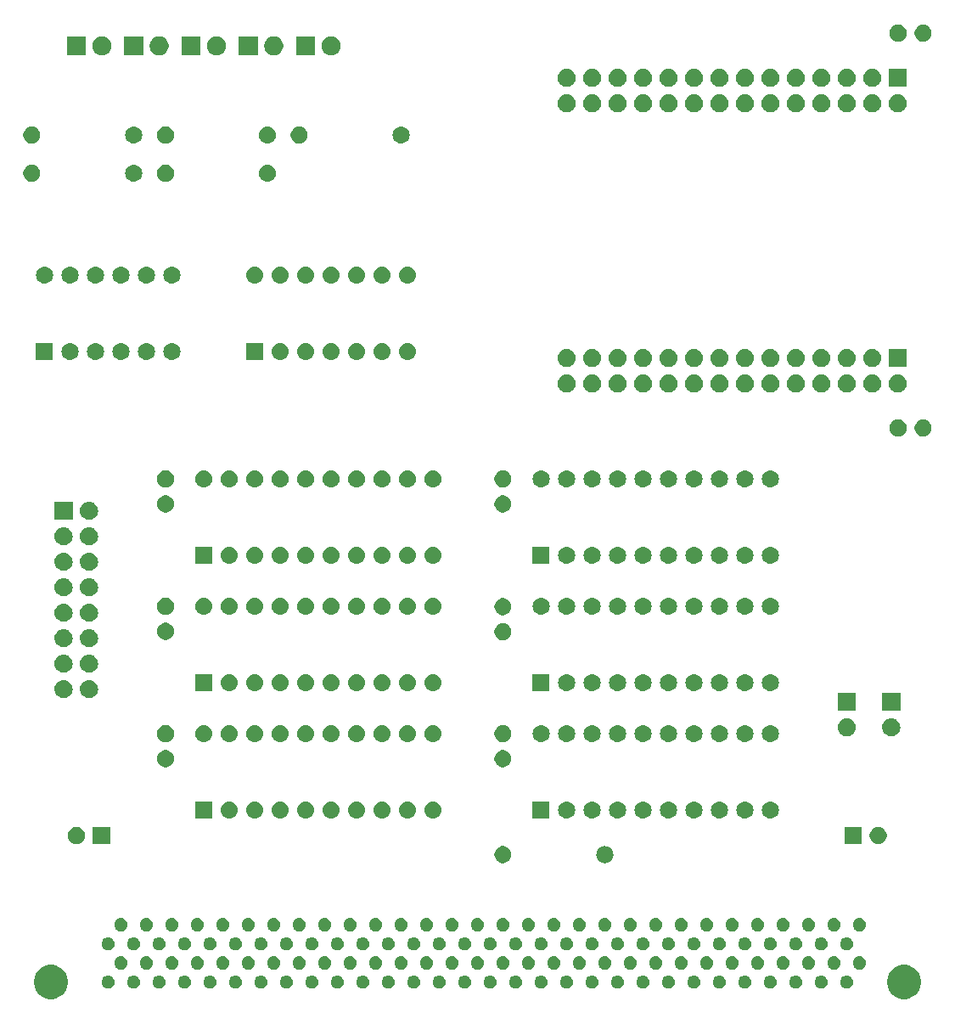
<source format=gbr>
G04 #@! TF.GenerationSoftware,KiCad,Pcbnew,(5.0.2)-1*
G04 #@! TF.CreationDate,2019-01-03T08:37:26-07:00*
G04 #@! TF.ProjectId,Ethernet,45746865-726e-4657-942e-6b696361645f,rev?*
G04 #@! TF.SameCoordinates,Original*
G04 #@! TF.FileFunction,Soldermask,Top*
G04 #@! TF.FilePolarity,Negative*
%FSLAX46Y46*%
G04 Gerber Fmt 4.6, Leading zero omitted, Abs format (unit mm)*
G04 Created by KiCad (PCBNEW (5.0.2)-1) date 1/3/2019 8:37:26 AM*
%MOMM*%
%LPD*%
G01*
G04 APERTURE LIST*
%ADD10C,0.100000*%
G04 APERTURE END LIST*
D10*
G36*
X112893306Y-115832300D02*
X113204208Y-115961080D01*
X113484013Y-116148040D01*
X113721960Y-116385987D01*
X113908920Y-116665792D01*
X114037700Y-116976694D01*
X114103350Y-117306741D01*
X114103350Y-117643259D01*
X114037700Y-117973306D01*
X113908920Y-118284208D01*
X113721960Y-118564013D01*
X113484013Y-118801960D01*
X113204208Y-118988920D01*
X112893306Y-119117700D01*
X112563259Y-119183350D01*
X112226741Y-119183350D01*
X111896694Y-119117700D01*
X111585792Y-118988920D01*
X111305987Y-118801960D01*
X111068040Y-118564013D01*
X110881080Y-118284208D01*
X110752300Y-117973306D01*
X110686650Y-117643259D01*
X110686650Y-117306741D01*
X110752300Y-116976694D01*
X110881080Y-116665792D01*
X111068040Y-116385987D01*
X111305987Y-116148040D01*
X111585792Y-115961080D01*
X111896694Y-115832300D01*
X112226741Y-115766650D01*
X112563259Y-115766650D01*
X112893306Y-115832300D01*
X112893306Y-115832300D01*
G37*
G36*
X27803306Y-115832300D02*
X28114208Y-115961080D01*
X28394013Y-116148040D01*
X28631960Y-116385987D01*
X28818920Y-116665792D01*
X28947700Y-116976694D01*
X29013350Y-117306741D01*
X29013350Y-117643259D01*
X28947700Y-117973306D01*
X28818920Y-118284208D01*
X28631960Y-118564013D01*
X28394013Y-118801960D01*
X28114208Y-118988920D01*
X27803306Y-119117700D01*
X27473259Y-119183350D01*
X27136741Y-119183350D01*
X26806694Y-119117700D01*
X26495792Y-118988920D01*
X26215987Y-118801960D01*
X25978040Y-118564013D01*
X25791080Y-118284208D01*
X25662300Y-117973306D01*
X25596650Y-117643259D01*
X25596650Y-117306741D01*
X25662300Y-116976694D01*
X25791080Y-116665792D01*
X25978040Y-116385987D01*
X26215987Y-116148040D01*
X26495792Y-115961080D01*
X26806694Y-115832300D01*
X27136741Y-115766650D01*
X27473259Y-115766650D01*
X27803306Y-115832300D01*
X27803306Y-115832300D01*
G37*
G36*
X33212689Y-116839786D02*
X33332908Y-116889582D01*
X33441112Y-116961882D01*
X33533118Y-117053888D01*
X33605418Y-117162092D01*
X33655214Y-117282311D01*
X33680600Y-117409935D01*
X33680600Y-117540065D01*
X33655214Y-117667689D01*
X33605418Y-117787908D01*
X33533118Y-117896112D01*
X33441112Y-117988118D01*
X33332908Y-118060418D01*
X33212689Y-118110214D01*
X33085065Y-118135600D01*
X32954935Y-118135600D01*
X32827311Y-118110214D01*
X32707092Y-118060418D01*
X32598888Y-117988118D01*
X32506882Y-117896112D01*
X32434582Y-117787908D01*
X32384786Y-117667689D01*
X32359400Y-117540065D01*
X32359400Y-117409935D01*
X32384786Y-117282311D01*
X32434582Y-117162092D01*
X32506882Y-117053888D01*
X32598888Y-116961882D01*
X32707092Y-116889582D01*
X32827311Y-116839786D01*
X32954935Y-116814400D01*
X33085065Y-116814400D01*
X33212689Y-116839786D01*
X33212689Y-116839786D01*
G37*
G36*
X94172689Y-116839786D02*
X94292908Y-116889582D01*
X94401112Y-116961882D01*
X94493118Y-117053888D01*
X94565418Y-117162092D01*
X94615214Y-117282311D01*
X94640600Y-117409935D01*
X94640600Y-117540065D01*
X94615214Y-117667689D01*
X94565418Y-117787908D01*
X94493118Y-117896112D01*
X94401112Y-117988118D01*
X94292908Y-118060418D01*
X94172689Y-118110214D01*
X94045065Y-118135600D01*
X93914935Y-118135600D01*
X93787311Y-118110214D01*
X93667092Y-118060418D01*
X93558888Y-117988118D01*
X93466882Y-117896112D01*
X93394582Y-117787908D01*
X93344786Y-117667689D01*
X93319400Y-117540065D01*
X93319400Y-117409935D01*
X93344786Y-117282311D01*
X93394582Y-117162092D01*
X93466882Y-117053888D01*
X93558888Y-116961882D01*
X93667092Y-116889582D01*
X93787311Y-116839786D01*
X93914935Y-116814400D01*
X94045065Y-116814400D01*
X94172689Y-116839786D01*
X94172689Y-116839786D01*
G37*
G36*
X106872689Y-116839786D02*
X106992908Y-116889582D01*
X107101112Y-116961882D01*
X107193118Y-117053888D01*
X107265418Y-117162092D01*
X107315214Y-117282311D01*
X107340600Y-117409935D01*
X107340600Y-117540065D01*
X107315214Y-117667689D01*
X107265418Y-117787908D01*
X107193118Y-117896112D01*
X107101112Y-117988118D01*
X106992908Y-118060418D01*
X106872689Y-118110214D01*
X106745065Y-118135600D01*
X106614935Y-118135600D01*
X106487311Y-118110214D01*
X106367092Y-118060418D01*
X106258888Y-117988118D01*
X106166882Y-117896112D01*
X106094582Y-117787908D01*
X106044786Y-117667689D01*
X106019400Y-117540065D01*
X106019400Y-117409935D01*
X106044786Y-117282311D01*
X106094582Y-117162092D01*
X106166882Y-117053888D01*
X106258888Y-116961882D01*
X106367092Y-116889582D01*
X106487311Y-116839786D01*
X106614935Y-116814400D01*
X106745065Y-116814400D01*
X106872689Y-116839786D01*
X106872689Y-116839786D01*
G37*
G36*
X89092689Y-116839786D02*
X89212908Y-116889582D01*
X89321112Y-116961882D01*
X89413118Y-117053888D01*
X89485418Y-117162092D01*
X89535214Y-117282311D01*
X89560600Y-117409935D01*
X89560600Y-117540065D01*
X89535214Y-117667689D01*
X89485418Y-117787908D01*
X89413118Y-117896112D01*
X89321112Y-117988118D01*
X89212908Y-118060418D01*
X89092689Y-118110214D01*
X88965065Y-118135600D01*
X88834935Y-118135600D01*
X88707311Y-118110214D01*
X88587092Y-118060418D01*
X88478888Y-117988118D01*
X88386882Y-117896112D01*
X88314582Y-117787908D01*
X88264786Y-117667689D01*
X88239400Y-117540065D01*
X88239400Y-117409935D01*
X88264786Y-117282311D01*
X88314582Y-117162092D01*
X88386882Y-117053888D01*
X88478888Y-116961882D01*
X88587092Y-116889582D01*
X88707311Y-116839786D01*
X88834935Y-116814400D01*
X88965065Y-116814400D01*
X89092689Y-116839786D01*
X89092689Y-116839786D01*
G37*
G36*
X101792689Y-116839786D02*
X101912908Y-116889582D01*
X102021112Y-116961882D01*
X102113118Y-117053888D01*
X102185418Y-117162092D01*
X102235214Y-117282311D01*
X102260600Y-117409935D01*
X102260600Y-117540065D01*
X102235214Y-117667689D01*
X102185418Y-117787908D01*
X102113118Y-117896112D01*
X102021112Y-117988118D01*
X101912908Y-118060418D01*
X101792689Y-118110214D01*
X101665065Y-118135600D01*
X101534935Y-118135600D01*
X101407311Y-118110214D01*
X101287092Y-118060418D01*
X101178888Y-117988118D01*
X101086882Y-117896112D01*
X101014582Y-117787908D01*
X100964786Y-117667689D01*
X100939400Y-117540065D01*
X100939400Y-117409935D01*
X100964786Y-117282311D01*
X101014582Y-117162092D01*
X101086882Y-117053888D01*
X101178888Y-116961882D01*
X101287092Y-116889582D01*
X101407311Y-116839786D01*
X101534935Y-116814400D01*
X101665065Y-116814400D01*
X101792689Y-116839786D01*
X101792689Y-116839786D01*
G37*
G36*
X99252689Y-116839786D02*
X99372908Y-116889582D01*
X99481112Y-116961882D01*
X99573118Y-117053888D01*
X99645418Y-117162092D01*
X99695214Y-117282311D01*
X99720600Y-117409935D01*
X99720600Y-117540065D01*
X99695214Y-117667689D01*
X99645418Y-117787908D01*
X99573118Y-117896112D01*
X99481112Y-117988118D01*
X99372908Y-118060418D01*
X99252689Y-118110214D01*
X99125065Y-118135600D01*
X98994935Y-118135600D01*
X98867311Y-118110214D01*
X98747092Y-118060418D01*
X98638888Y-117988118D01*
X98546882Y-117896112D01*
X98474582Y-117787908D01*
X98424786Y-117667689D01*
X98399400Y-117540065D01*
X98399400Y-117409935D01*
X98424786Y-117282311D01*
X98474582Y-117162092D01*
X98546882Y-117053888D01*
X98638888Y-116961882D01*
X98747092Y-116889582D01*
X98867311Y-116839786D01*
X98994935Y-116814400D01*
X99125065Y-116814400D01*
X99252689Y-116839786D01*
X99252689Y-116839786D01*
G37*
G36*
X96712689Y-116839786D02*
X96832908Y-116889582D01*
X96941112Y-116961882D01*
X97033118Y-117053888D01*
X97105418Y-117162092D01*
X97155214Y-117282311D01*
X97180600Y-117409935D01*
X97180600Y-117540065D01*
X97155214Y-117667689D01*
X97105418Y-117787908D01*
X97033118Y-117896112D01*
X96941112Y-117988118D01*
X96832908Y-118060418D01*
X96712689Y-118110214D01*
X96585065Y-118135600D01*
X96454935Y-118135600D01*
X96327311Y-118110214D01*
X96207092Y-118060418D01*
X96098888Y-117988118D01*
X96006882Y-117896112D01*
X95934582Y-117787908D01*
X95884786Y-117667689D01*
X95859400Y-117540065D01*
X95859400Y-117409935D01*
X95884786Y-117282311D01*
X95934582Y-117162092D01*
X96006882Y-117053888D01*
X96098888Y-116961882D01*
X96207092Y-116889582D01*
X96327311Y-116839786D01*
X96454935Y-116814400D01*
X96585065Y-116814400D01*
X96712689Y-116839786D01*
X96712689Y-116839786D01*
G37*
G36*
X91632689Y-116839786D02*
X91752908Y-116889582D01*
X91861112Y-116961882D01*
X91953118Y-117053888D01*
X92025418Y-117162092D01*
X92075214Y-117282311D01*
X92100600Y-117409935D01*
X92100600Y-117540065D01*
X92075214Y-117667689D01*
X92025418Y-117787908D01*
X91953118Y-117896112D01*
X91861112Y-117988118D01*
X91752908Y-118060418D01*
X91632689Y-118110214D01*
X91505065Y-118135600D01*
X91374935Y-118135600D01*
X91247311Y-118110214D01*
X91127092Y-118060418D01*
X91018888Y-117988118D01*
X90926882Y-117896112D01*
X90854582Y-117787908D01*
X90804786Y-117667689D01*
X90779400Y-117540065D01*
X90779400Y-117409935D01*
X90804786Y-117282311D01*
X90854582Y-117162092D01*
X90926882Y-117053888D01*
X91018888Y-116961882D01*
X91127092Y-116889582D01*
X91247311Y-116839786D01*
X91374935Y-116814400D01*
X91505065Y-116814400D01*
X91632689Y-116839786D01*
X91632689Y-116839786D01*
G37*
G36*
X86552689Y-116839786D02*
X86672908Y-116889582D01*
X86781112Y-116961882D01*
X86873118Y-117053888D01*
X86945418Y-117162092D01*
X86995214Y-117282311D01*
X87020600Y-117409935D01*
X87020600Y-117540065D01*
X86995214Y-117667689D01*
X86945418Y-117787908D01*
X86873118Y-117896112D01*
X86781112Y-117988118D01*
X86672908Y-118060418D01*
X86552689Y-118110214D01*
X86425065Y-118135600D01*
X86294935Y-118135600D01*
X86167311Y-118110214D01*
X86047092Y-118060418D01*
X85938888Y-117988118D01*
X85846882Y-117896112D01*
X85774582Y-117787908D01*
X85724786Y-117667689D01*
X85699400Y-117540065D01*
X85699400Y-117409935D01*
X85724786Y-117282311D01*
X85774582Y-117162092D01*
X85846882Y-117053888D01*
X85938888Y-116961882D01*
X86047092Y-116889582D01*
X86167311Y-116839786D01*
X86294935Y-116814400D01*
X86425065Y-116814400D01*
X86552689Y-116839786D01*
X86552689Y-116839786D01*
G37*
G36*
X84012689Y-116839786D02*
X84132908Y-116889582D01*
X84241112Y-116961882D01*
X84333118Y-117053888D01*
X84405418Y-117162092D01*
X84455214Y-117282311D01*
X84480600Y-117409935D01*
X84480600Y-117540065D01*
X84455214Y-117667689D01*
X84405418Y-117787908D01*
X84333118Y-117896112D01*
X84241112Y-117988118D01*
X84132908Y-118060418D01*
X84012689Y-118110214D01*
X83885065Y-118135600D01*
X83754935Y-118135600D01*
X83627311Y-118110214D01*
X83507092Y-118060418D01*
X83398888Y-117988118D01*
X83306882Y-117896112D01*
X83234582Y-117787908D01*
X83184786Y-117667689D01*
X83159400Y-117540065D01*
X83159400Y-117409935D01*
X83184786Y-117282311D01*
X83234582Y-117162092D01*
X83306882Y-117053888D01*
X83398888Y-116961882D01*
X83507092Y-116889582D01*
X83627311Y-116839786D01*
X83754935Y-116814400D01*
X83885065Y-116814400D01*
X84012689Y-116839786D01*
X84012689Y-116839786D01*
G37*
G36*
X81472689Y-116839786D02*
X81592908Y-116889582D01*
X81701112Y-116961882D01*
X81793118Y-117053888D01*
X81865418Y-117162092D01*
X81915214Y-117282311D01*
X81940600Y-117409935D01*
X81940600Y-117540065D01*
X81915214Y-117667689D01*
X81865418Y-117787908D01*
X81793118Y-117896112D01*
X81701112Y-117988118D01*
X81592908Y-118060418D01*
X81472689Y-118110214D01*
X81345065Y-118135600D01*
X81214935Y-118135600D01*
X81087311Y-118110214D01*
X80967092Y-118060418D01*
X80858888Y-117988118D01*
X80766882Y-117896112D01*
X80694582Y-117787908D01*
X80644786Y-117667689D01*
X80619400Y-117540065D01*
X80619400Y-117409935D01*
X80644786Y-117282311D01*
X80694582Y-117162092D01*
X80766882Y-117053888D01*
X80858888Y-116961882D01*
X80967092Y-116889582D01*
X81087311Y-116839786D01*
X81214935Y-116814400D01*
X81345065Y-116814400D01*
X81472689Y-116839786D01*
X81472689Y-116839786D01*
G37*
G36*
X78932689Y-116839786D02*
X79052908Y-116889582D01*
X79161112Y-116961882D01*
X79253118Y-117053888D01*
X79325418Y-117162092D01*
X79375214Y-117282311D01*
X79400600Y-117409935D01*
X79400600Y-117540065D01*
X79375214Y-117667689D01*
X79325418Y-117787908D01*
X79253118Y-117896112D01*
X79161112Y-117988118D01*
X79052908Y-118060418D01*
X78932689Y-118110214D01*
X78805065Y-118135600D01*
X78674935Y-118135600D01*
X78547311Y-118110214D01*
X78427092Y-118060418D01*
X78318888Y-117988118D01*
X78226882Y-117896112D01*
X78154582Y-117787908D01*
X78104786Y-117667689D01*
X78079400Y-117540065D01*
X78079400Y-117409935D01*
X78104786Y-117282311D01*
X78154582Y-117162092D01*
X78226882Y-117053888D01*
X78318888Y-116961882D01*
X78427092Y-116889582D01*
X78547311Y-116839786D01*
X78674935Y-116814400D01*
X78805065Y-116814400D01*
X78932689Y-116839786D01*
X78932689Y-116839786D01*
G37*
G36*
X76392689Y-116839786D02*
X76512908Y-116889582D01*
X76621112Y-116961882D01*
X76713118Y-117053888D01*
X76785418Y-117162092D01*
X76835214Y-117282311D01*
X76860600Y-117409935D01*
X76860600Y-117540065D01*
X76835214Y-117667689D01*
X76785418Y-117787908D01*
X76713118Y-117896112D01*
X76621112Y-117988118D01*
X76512908Y-118060418D01*
X76392689Y-118110214D01*
X76265065Y-118135600D01*
X76134935Y-118135600D01*
X76007311Y-118110214D01*
X75887092Y-118060418D01*
X75778888Y-117988118D01*
X75686882Y-117896112D01*
X75614582Y-117787908D01*
X75564786Y-117667689D01*
X75539400Y-117540065D01*
X75539400Y-117409935D01*
X75564786Y-117282311D01*
X75614582Y-117162092D01*
X75686882Y-117053888D01*
X75778888Y-116961882D01*
X75887092Y-116889582D01*
X76007311Y-116839786D01*
X76134935Y-116814400D01*
X76265065Y-116814400D01*
X76392689Y-116839786D01*
X76392689Y-116839786D01*
G37*
G36*
X73852689Y-116839786D02*
X73972908Y-116889582D01*
X74081112Y-116961882D01*
X74173118Y-117053888D01*
X74245418Y-117162092D01*
X74295214Y-117282311D01*
X74320600Y-117409935D01*
X74320600Y-117540065D01*
X74295214Y-117667689D01*
X74245418Y-117787908D01*
X74173118Y-117896112D01*
X74081112Y-117988118D01*
X73972908Y-118060418D01*
X73852689Y-118110214D01*
X73725065Y-118135600D01*
X73594935Y-118135600D01*
X73467311Y-118110214D01*
X73347092Y-118060418D01*
X73238888Y-117988118D01*
X73146882Y-117896112D01*
X73074582Y-117787908D01*
X73024786Y-117667689D01*
X72999400Y-117540065D01*
X72999400Y-117409935D01*
X73024786Y-117282311D01*
X73074582Y-117162092D01*
X73146882Y-117053888D01*
X73238888Y-116961882D01*
X73347092Y-116889582D01*
X73467311Y-116839786D01*
X73594935Y-116814400D01*
X73725065Y-116814400D01*
X73852689Y-116839786D01*
X73852689Y-116839786D01*
G37*
G36*
X71312689Y-116839786D02*
X71432908Y-116889582D01*
X71541112Y-116961882D01*
X71633118Y-117053888D01*
X71705418Y-117162092D01*
X71755214Y-117282311D01*
X71780600Y-117409935D01*
X71780600Y-117540065D01*
X71755214Y-117667689D01*
X71705418Y-117787908D01*
X71633118Y-117896112D01*
X71541112Y-117988118D01*
X71432908Y-118060418D01*
X71312689Y-118110214D01*
X71185065Y-118135600D01*
X71054935Y-118135600D01*
X70927311Y-118110214D01*
X70807092Y-118060418D01*
X70698888Y-117988118D01*
X70606882Y-117896112D01*
X70534582Y-117787908D01*
X70484786Y-117667689D01*
X70459400Y-117540065D01*
X70459400Y-117409935D01*
X70484786Y-117282311D01*
X70534582Y-117162092D01*
X70606882Y-117053888D01*
X70698888Y-116961882D01*
X70807092Y-116889582D01*
X70927311Y-116839786D01*
X71054935Y-116814400D01*
X71185065Y-116814400D01*
X71312689Y-116839786D01*
X71312689Y-116839786D01*
G37*
G36*
X38292689Y-116839786D02*
X38412908Y-116889582D01*
X38521112Y-116961882D01*
X38613118Y-117053888D01*
X38685418Y-117162092D01*
X38735214Y-117282311D01*
X38760600Y-117409935D01*
X38760600Y-117540065D01*
X38735214Y-117667689D01*
X38685418Y-117787908D01*
X38613118Y-117896112D01*
X38521112Y-117988118D01*
X38412908Y-118060418D01*
X38292689Y-118110214D01*
X38165065Y-118135600D01*
X38034935Y-118135600D01*
X37907311Y-118110214D01*
X37787092Y-118060418D01*
X37678888Y-117988118D01*
X37586882Y-117896112D01*
X37514582Y-117787908D01*
X37464786Y-117667689D01*
X37439400Y-117540065D01*
X37439400Y-117409935D01*
X37464786Y-117282311D01*
X37514582Y-117162092D01*
X37586882Y-117053888D01*
X37678888Y-116961882D01*
X37787092Y-116889582D01*
X37907311Y-116839786D01*
X38034935Y-116814400D01*
X38165065Y-116814400D01*
X38292689Y-116839786D01*
X38292689Y-116839786D01*
G37*
G36*
X48452689Y-116839786D02*
X48572908Y-116889582D01*
X48681112Y-116961882D01*
X48773118Y-117053888D01*
X48845418Y-117162092D01*
X48895214Y-117282311D01*
X48920600Y-117409935D01*
X48920600Y-117540065D01*
X48895214Y-117667689D01*
X48845418Y-117787908D01*
X48773118Y-117896112D01*
X48681112Y-117988118D01*
X48572908Y-118060418D01*
X48452689Y-118110214D01*
X48325065Y-118135600D01*
X48194935Y-118135600D01*
X48067311Y-118110214D01*
X47947092Y-118060418D01*
X47838888Y-117988118D01*
X47746882Y-117896112D01*
X47674582Y-117787908D01*
X47624786Y-117667689D01*
X47599400Y-117540065D01*
X47599400Y-117409935D01*
X47624786Y-117282311D01*
X47674582Y-117162092D01*
X47746882Y-117053888D01*
X47838888Y-116961882D01*
X47947092Y-116889582D01*
X48067311Y-116839786D01*
X48194935Y-116814400D01*
X48325065Y-116814400D01*
X48452689Y-116839786D01*
X48452689Y-116839786D01*
G37*
G36*
X68772689Y-116839786D02*
X68892908Y-116889582D01*
X69001112Y-116961882D01*
X69093118Y-117053888D01*
X69165418Y-117162092D01*
X69215214Y-117282311D01*
X69240600Y-117409935D01*
X69240600Y-117540065D01*
X69215214Y-117667689D01*
X69165418Y-117787908D01*
X69093118Y-117896112D01*
X69001112Y-117988118D01*
X68892908Y-118060418D01*
X68772689Y-118110214D01*
X68645065Y-118135600D01*
X68514935Y-118135600D01*
X68387311Y-118110214D01*
X68267092Y-118060418D01*
X68158888Y-117988118D01*
X68066882Y-117896112D01*
X67994582Y-117787908D01*
X67944786Y-117667689D01*
X67919400Y-117540065D01*
X67919400Y-117409935D01*
X67944786Y-117282311D01*
X67994582Y-117162092D01*
X68066882Y-117053888D01*
X68158888Y-116961882D01*
X68267092Y-116889582D01*
X68387311Y-116839786D01*
X68514935Y-116814400D01*
X68645065Y-116814400D01*
X68772689Y-116839786D01*
X68772689Y-116839786D01*
G37*
G36*
X66232689Y-116839786D02*
X66352908Y-116889582D01*
X66461112Y-116961882D01*
X66553118Y-117053888D01*
X66625418Y-117162092D01*
X66675214Y-117282311D01*
X66700600Y-117409935D01*
X66700600Y-117540065D01*
X66675214Y-117667689D01*
X66625418Y-117787908D01*
X66553118Y-117896112D01*
X66461112Y-117988118D01*
X66352908Y-118060418D01*
X66232689Y-118110214D01*
X66105065Y-118135600D01*
X65974935Y-118135600D01*
X65847311Y-118110214D01*
X65727092Y-118060418D01*
X65618888Y-117988118D01*
X65526882Y-117896112D01*
X65454582Y-117787908D01*
X65404786Y-117667689D01*
X65379400Y-117540065D01*
X65379400Y-117409935D01*
X65404786Y-117282311D01*
X65454582Y-117162092D01*
X65526882Y-117053888D01*
X65618888Y-116961882D01*
X65727092Y-116889582D01*
X65847311Y-116839786D01*
X65974935Y-116814400D01*
X66105065Y-116814400D01*
X66232689Y-116839786D01*
X66232689Y-116839786D01*
G37*
G36*
X63692689Y-116839786D02*
X63812908Y-116889582D01*
X63921112Y-116961882D01*
X64013118Y-117053888D01*
X64085418Y-117162092D01*
X64135214Y-117282311D01*
X64160600Y-117409935D01*
X64160600Y-117540065D01*
X64135214Y-117667689D01*
X64085418Y-117787908D01*
X64013118Y-117896112D01*
X63921112Y-117988118D01*
X63812908Y-118060418D01*
X63692689Y-118110214D01*
X63565065Y-118135600D01*
X63434935Y-118135600D01*
X63307311Y-118110214D01*
X63187092Y-118060418D01*
X63078888Y-117988118D01*
X62986882Y-117896112D01*
X62914582Y-117787908D01*
X62864786Y-117667689D01*
X62839400Y-117540065D01*
X62839400Y-117409935D01*
X62864786Y-117282311D01*
X62914582Y-117162092D01*
X62986882Y-117053888D01*
X63078888Y-116961882D01*
X63187092Y-116889582D01*
X63307311Y-116839786D01*
X63434935Y-116814400D01*
X63565065Y-116814400D01*
X63692689Y-116839786D01*
X63692689Y-116839786D01*
G37*
G36*
X61152689Y-116839786D02*
X61272908Y-116889582D01*
X61381112Y-116961882D01*
X61473118Y-117053888D01*
X61545418Y-117162092D01*
X61595214Y-117282311D01*
X61620600Y-117409935D01*
X61620600Y-117540065D01*
X61595214Y-117667689D01*
X61545418Y-117787908D01*
X61473118Y-117896112D01*
X61381112Y-117988118D01*
X61272908Y-118060418D01*
X61152689Y-118110214D01*
X61025065Y-118135600D01*
X60894935Y-118135600D01*
X60767311Y-118110214D01*
X60647092Y-118060418D01*
X60538888Y-117988118D01*
X60446882Y-117896112D01*
X60374582Y-117787908D01*
X60324786Y-117667689D01*
X60299400Y-117540065D01*
X60299400Y-117409935D01*
X60324786Y-117282311D01*
X60374582Y-117162092D01*
X60446882Y-117053888D01*
X60538888Y-116961882D01*
X60647092Y-116889582D01*
X60767311Y-116839786D01*
X60894935Y-116814400D01*
X61025065Y-116814400D01*
X61152689Y-116839786D01*
X61152689Y-116839786D01*
G37*
G36*
X58612689Y-116839786D02*
X58732908Y-116889582D01*
X58841112Y-116961882D01*
X58933118Y-117053888D01*
X59005418Y-117162092D01*
X59055214Y-117282311D01*
X59080600Y-117409935D01*
X59080600Y-117540065D01*
X59055214Y-117667689D01*
X59005418Y-117787908D01*
X58933118Y-117896112D01*
X58841112Y-117988118D01*
X58732908Y-118060418D01*
X58612689Y-118110214D01*
X58485065Y-118135600D01*
X58354935Y-118135600D01*
X58227311Y-118110214D01*
X58107092Y-118060418D01*
X57998888Y-117988118D01*
X57906882Y-117896112D01*
X57834582Y-117787908D01*
X57784786Y-117667689D01*
X57759400Y-117540065D01*
X57759400Y-117409935D01*
X57784786Y-117282311D01*
X57834582Y-117162092D01*
X57906882Y-117053888D01*
X57998888Y-116961882D01*
X58107092Y-116889582D01*
X58227311Y-116839786D01*
X58354935Y-116814400D01*
X58485065Y-116814400D01*
X58612689Y-116839786D01*
X58612689Y-116839786D01*
G37*
G36*
X56072689Y-116839786D02*
X56192908Y-116889582D01*
X56301112Y-116961882D01*
X56393118Y-117053888D01*
X56465418Y-117162092D01*
X56515214Y-117282311D01*
X56540600Y-117409935D01*
X56540600Y-117540065D01*
X56515214Y-117667689D01*
X56465418Y-117787908D01*
X56393118Y-117896112D01*
X56301112Y-117988118D01*
X56192908Y-118060418D01*
X56072689Y-118110214D01*
X55945065Y-118135600D01*
X55814935Y-118135600D01*
X55687311Y-118110214D01*
X55567092Y-118060418D01*
X55458888Y-117988118D01*
X55366882Y-117896112D01*
X55294582Y-117787908D01*
X55244786Y-117667689D01*
X55219400Y-117540065D01*
X55219400Y-117409935D01*
X55244786Y-117282311D01*
X55294582Y-117162092D01*
X55366882Y-117053888D01*
X55458888Y-116961882D01*
X55567092Y-116889582D01*
X55687311Y-116839786D01*
X55814935Y-116814400D01*
X55945065Y-116814400D01*
X56072689Y-116839786D01*
X56072689Y-116839786D01*
G37*
G36*
X50992689Y-116839786D02*
X51112908Y-116889582D01*
X51221112Y-116961882D01*
X51313118Y-117053888D01*
X51385418Y-117162092D01*
X51435214Y-117282311D01*
X51460600Y-117409935D01*
X51460600Y-117540065D01*
X51435214Y-117667689D01*
X51385418Y-117787908D01*
X51313118Y-117896112D01*
X51221112Y-117988118D01*
X51112908Y-118060418D01*
X50992689Y-118110214D01*
X50865065Y-118135600D01*
X50734935Y-118135600D01*
X50607311Y-118110214D01*
X50487092Y-118060418D01*
X50378888Y-117988118D01*
X50286882Y-117896112D01*
X50214582Y-117787908D01*
X50164786Y-117667689D01*
X50139400Y-117540065D01*
X50139400Y-117409935D01*
X50164786Y-117282311D01*
X50214582Y-117162092D01*
X50286882Y-117053888D01*
X50378888Y-116961882D01*
X50487092Y-116889582D01*
X50607311Y-116839786D01*
X50734935Y-116814400D01*
X50865065Y-116814400D01*
X50992689Y-116839786D01*
X50992689Y-116839786D01*
G37*
G36*
X53532689Y-116839786D02*
X53652908Y-116889582D01*
X53761112Y-116961882D01*
X53853118Y-117053888D01*
X53925418Y-117162092D01*
X53975214Y-117282311D01*
X54000600Y-117409935D01*
X54000600Y-117540065D01*
X53975214Y-117667689D01*
X53925418Y-117787908D01*
X53853118Y-117896112D01*
X53761112Y-117988118D01*
X53652908Y-118060418D01*
X53532689Y-118110214D01*
X53405065Y-118135600D01*
X53274935Y-118135600D01*
X53147311Y-118110214D01*
X53027092Y-118060418D01*
X52918888Y-117988118D01*
X52826882Y-117896112D01*
X52754582Y-117787908D01*
X52704786Y-117667689D01*
X52679400Y-117540065D01*
X52679400Y-117409935D01*
X52704786Y-117282311D01*
X52754582Y-117162092D01*
X52826882Y-117053888D01*
X52918888Y-116961882D01*
X53027092Y-116889582D01*
X53147311Y-116839786D01*
X53274935Y-116814400D01*
X53405065Y-116814400D01*
X53532689Y-116839786D01*
X53532689Y-116839786D01*
G37*
G36*
X104332689Y-116839786D02*
X104452908Y-116889582D01*
X104561112Y-116961882D01*
X104653118Y-117053888D01*
X104725418Y-117162092D01*
X104775214Y-117282311D01*
X104800600Y-117409935D01*
X104800600Y-117540065D01*
X104775214Y-117667689D01*
X104725418Y-117787908D01*
X104653118Y-117896112D01*
X104561112Y-117988118D01*
X104452908Y-118060418D01*
X104332689Y-118110214D01*
X104205065Y-118135600D01*
X104074935Y-118135600D01*
X103947311Y-118110214D01*
X103827092Y-118060418D01*
X103718888Y-117988118D01*
X103626882Y-117896112D01*
X103554582Y-117787908D01*
X103504786Y-117667689D01*
X103479400Y-117540065D01*
X103479400Y-117409935D01*
X103504786Y-117282311D01*
X103554582Y-117162092D01*
X103626882Y-117053888D01*
X103718888Y-116961882D01*
X103827092Y-116889582D01*
X103947311Y-116839786D01*
X104074935Y-116814400D01*
X104205065Y-116814400D01*
X104332689Y-116839786D01*
X104332689Y-116839786D01*
G37*
G36*
X45912689Y-116839786D02*
X46032908Y-116889582D01*
X46141112Y-116961882D01*
X46233118Y-117053888D01*
X46305418Y-117162092D01*
X46355214Y-117282311D01*
X46380600Y-117409935D01*
X46380600Y-117540065D01*
X46355214Y-117667689D01*
X46305418Y-117787908D01*
X46233118Y-117896112D01*
X46141112Y-117988118D01*
X46032908Y-118060418D01*
X45912689Y-118110214D01*
X45785065Y-118135600D01*
X45654935Y-118135600D01*
X45527311Y-118110214D01*
X45407092Y-118060418D01*
X45298888Y-117988118D01*
X45206882Y-117896112D01*
X45134582Y-117787908D01*
X45084786Y-117667689D01*
X45059400Y-117540065D01*
X45059400Y-117409935D01*
X45084786Y-117282311D01*
X45134582Y-117162092D01*
X45206882Y-117053888D01*
X45298888Y-116961882D01*
X45407092Y-116889582D01*
X45527311Y-116839786D01*
X45654935Y-116814400D01*
X45785065Y-116814400D01*
X45912689Y-116839786D01*
X45912689Y-116839786D01*
G37*
G36*
X43372689Y-116839786D02*
X43492908Y-116889582D01*
X43601112Y-116961882D01*
X43693118Y-117053888D01*
X43765418Y-117162092D01*
X43815214Y-117282311D01*
X43840600Y-117409935D01*
X43840600Y-117540065D01*
X43815214Y-117667689D01*
X43765418Y-117787908D01*
X43693118Y-117896112D01*
X43601112Y-117988118D01*
X43492908Y-118060418D01*
X43372689Y-118110214D01*
X43245065Y-118135600D01*
X43114935Y-118135600D01*
X42987311Y-118110214D01*
X42867092Y-118060418D01*
X42758888Y-117988118D01*
X42666882Y-117896112D01*
X42594582Y-117787908D01*
X42544786Y-117667689D01*
X42519400Y-117540065D01*
X42519400Y-117409935D01*
X42544786Y-117282311D01*
X42594582Y-117162092D01*
X42666882Y-117053888D01*
X42758888Y-116961882D01*
X42867092Y-116889582D01*
X42987311Y-116839786D01*
X43114935Y-116814400D01*
X43245065Y-116814400D01*
X43372689Y-116839786D01*
X43372689Y-116839786D01*
G37*
G36*
X40832689Y-116839786D02*
X40952908Y-116889582D01*
X41061112Y-116961882D01*
X41153118Y-117053888D01*
X41225418Y-117162092D01*
X41275214Y-117282311D01*
X41300600Y-117409935D01*
X41300600Y-117540065D01*
X41275214Y-117667689D01*
X41225418Y-117787908D01*
X41153118Y-117896112D01*
X41061112Y-117988118D01*
X40952908Y-118060418D01*
X40832689Y-118110214D01*
X40705065Y-118135600D01*
X40574935Y-118135600D01*
X40447311Y-118110214D01*
X40327092Y-118060418D01*
X40218888Y-117988118D01*
X40126882Y-117896112D01*
X40054582Y-117787908D01*
X40004786Y-117667689D01*
X39979400Y-117540065D01*
X39979400Y-117409935D01*
X40004786Y-117282311D01*
X40054582Y-117162092D01*
X40126882Y-117053888D01*
X40218888Y-116961882D01*
X40327092Y-116889582D01*
X40447311Y-116839786D01*
X40574935Y-116814400D01*
X40705065Y-116814400D01*
X40832689Y-116839786D01*
X40832689Y-116839786D01*
G37*
G36*
X35752689Y-116839786D02*
X35872908Y-116889582D01*
X35981112Y-116961882D01*
X36073118Y-117053888D01*
X36145418Y-117162092D01*
X36195214Y-117282311D01*
X36220600Y-117409935D01*
X36220600Y-117540065D01*
X36195214Y-117667689D01*
X36145418Y-117787908D01*
X36073118Y-117896112D01*
X35981112Y-117988118D01*
X35872908Y-118060418D01*
X35752689Y-118110214D01*
X35625065Y-118135600D01*
X35494935Y-118135600D01*
X35367311Y-118110214D01*
X35247092Y-118060418D01*
X35138888Y-117988118D01*
X35046882Y-117896112D01*
X34974582Y-117787908D01*
X34924786Y-117667689D01*
X34899400Y-117540065D01*
X34899400Y-117409935D01*
X34924786Y-117282311D01*
X34974582Y-117162092D01*
X35046882Y-117053888D01*
X35138888Y-116961882D01*
X35247092Y-116889582D01*
X35367311Y-116839786D01*
X35494935Y-116814400D01*
X35625065Y-116814400D01*
X35752689Y-116839786D01*
X35752689Y-116839786D01*
G37*
G36*
X100522689Y-114934786D02*
X100642908Y-114984582D01*
X100751112Y-115056882D01*
X100843118Y-115148888D01*
X100915418Y-115257092D01*
X100965214Y-115377311D01*
X100990600Y-115504935D01*
X100990600Y-115635065D01*
X100965214Y-115762689D01*
X100915418Y-115882908D01*
X100843118Y-115991112D01*
X100751112Y-116083118D01*
X100642908Y-116155418D01*
X100522689Y-116205214D01*
X100395065Y-116230600D01*
X100264935Y-116230600D01*
X100137311Y-116205214D01*
X100017092Y-116155418D01*
X99908888Y-116083118D01*
X99816882Y-115991112D01*
X99744582Y-115882908D01*
X99694786Y-115762689D01*
X99669400Y-115635065D01*
X99669400Y-115504935D01*
X99694786Y-115377311D01*
X99744582Y-115257092D01*
X99816882Y-115148888D01*
X99908888Y-115056882D01*
X100017092Y-114984582D01*
X100137311Y-114934786D01*
X100264935Y-114909400D01*
X100395065Y-114909400D01*
X100522689Y-114934786D01*
X100522689Y-114934786D01*
G37*
G36*
X103062689Y-114934786D02*
X103182908Y-114984582D01*
X103291112Y-115056882D01*
X103383118Y-115148888D01*
X103455418Y-115257092D01*
X103505214Y-115377311D01*
X103530600Y-115504935D01*
X103530600Y-115635065D01*
X103505214Y-115762689D01*
X103455418Y-115882908D01*
X103383118Y-115991112D01*
X103291112Y-116083118D01*
X103182908Y-116155418D01*
X103062689Y-116205214D01*
X102935065Y-116230600D01*
X102804935Y-116230600D01*
X102677311Y-116205214D01*
X102557092Y-116155418D01*
X102448888Y-116083118D01*
X102356882Y-115991112D01*
X102284582Y-115882908D01*
X102234786Y-115762689D01*
X102209400Y-115635065D01*
X102209400Y-115504935D01*
X102234786Y-115377311D01*
X102284582Y-115257092D01*
X102356882Y-115148888D01*
X102448888Y-115056882D01*
X102557092Y-114984582D01*
X102677311Y-114934786D01*
X102804935Y-114909400D01*
X102935065Y-114909400D01*
X103062689Y-114934786D01*
X103062689Y-114934786D01*
G37*
G36*
X105602689Y-114934786D02*
X105722908Y-114984582D01*
X105831112Y-115056882D01*
X105923118Y-115148888D01*
X105995418Y-115257092D01*
X106045214Y-115377311D01*
X106070600Y-115504935D01*
X106070600Y-115635065D01*
X106045214Y-115762689D01*
X105995418Y-115882908D01*
X105923118Y-115991112D01*
X105831112Y-116083118D01*
X105722908Y-116155418D01*
X105602689Y-116205214D01*
X105475065Y-116230600D01*
X105344935Y-116230600D01*
X105217311Y-116205214D01*
X105097092Y-116155418D01*
X104988888Y-116083118D01*
X104896882Y-115991112D01*
X104824582Y-115882908D01*
X104774786Y-115762689D01*
X104749400Y-115635065D01*
X104749400Y-115504935D01*
X104774786Y-115377311D01*
X104824582Y-115257092D01*
X104896882Y-115148888D01*
X104988888Y-115056882D01*
X105097092Y-114984582D01*
X105217311Y-114934786D01*
X105344935Y-114909400D01*
X105475065Y-114909400D01*
X105602689Y-114934786D01*
X105602689Y-114934786D01*
G37*
G36*
X108142689Y-114934786D02*
X108262908Y-114984582D01*
X108371112Y-115056882D01*
X108463118Y-115148888D01*
X108535418Y-115257092D01*
X108585214Y-115377311D01*
X108610600Y-115504935D01*
X108610600Y-115635065D01*
X108585214Y-115762689D01*
X108535418Y-115882908D01*
X108463118Y-115991112D01*
X108371112Y-116083118D01*
X108262908Y-116155418D01*
X108142689Y-116205214D01*
X108015065Y-116230600D01*
X107884935Y-116230600D01*
X107757311Y-116205214D01*
X107637092Y-116155418D01*
X107528888Y-116083118D01*
X107436882Y-115991112D01*
X107364582Y-115882908D01*
X107314786Y-115762689D01*
X107289400Y-115635065D01*
X107289400Y-115504935D01*
X107314786Y-115377311D01*
X107364582Y-115257092D01*
X107436882Y-115148888D01*
X107528888Y-115056882D01*
X107637092Y-114984582D01*
X107757311Y-114934786D01*
X107884935Y-114909400D01*
X108015065Y-114909400D01*
X108142689Y-114934786D01*
X108142689Y-114934786D01*
G37*
G36*
X44642689Y-114934786D02*
X44762908Y-114984582D01*
X44871112Y-115056882D01*
X44963118Y-115148888D01*
X45035418Y-115257092D01*
X45085214Y-115377311D01*
X45110600Y-115504935D01*
X45110600Y-115635065D01*
X45085214Y-115762689D01*
X45035418Y-115882908D01*
X44963118Y-115991112D01*
X44871112Y-116083118D01*
X44762908Y-116155418D01*
X44642689Y-116205214D01*
X44515065Y-116230600D01*
X44384935Y-116230600D01*
X44257311Y-116205214D01*
X44137092Y-116155418D01*
X44028888Y-116083118D01*
X43936882Y-115991112D01*
X43864582Y-115882908D01*
X43814786Y-115762689D01*
X43789400Y-115635065D01*
X43789400Y-115504935D01*
X43814786Y-115377311D01*
X43864582Y-115257092D01*
X43936882Y-115148888D01*
X44028888Y-115056882D01*
X44137092Y-114984582D01*
X44257311Y-114934786D01*
X44384935Y-114909400D01*
X44515065Y-114909400D01*
X44642689Y-114934786D01*
X44642689Y-114934786D01*
G37*
G36*
X47182689Y-114934786D02*
X47302908Y-114984582D01*
X47411112Y-115056882D01*
X47503118Y-115148888D01*
X47575418Y-115257092D01*
X47625214Y-115377311D01*
X47650600Y-115504935D01*
X47650600Y-115635065D01*
X47625214Y-115762689D01*
X47575418Y-115882908D01*
X47503118Y-115991112D01*
X47411112Y-116083118D01*
X47302908Y-116155418D01*
X47182689Y-116205214D01*
X47055065Y-116230600D01*
X46924935Y-116230600D01*
X46797311Y-116205214D01*
X46677092Y-116155418D01*
X46568888Y-116083118D01*
X46476882Y-115991112D01*
X46404582Y-115882908D01*
X46354786Y-115762689D01*
X46329400Y-115635065D01*
X46329400Y-115504935D01*
X46354786Y-115377311D01*
X46404582Y-115257092D01*
X46476882Y-115148888D01*
X46568888Y-115056882D01*
X46677092Y-114984582D01*
X46797311Y-114934786D01*
X46924935Y-114909400D01*
X47055065Y-114909400D01*
X47182689Y-114934786D01*
X47182689Y-114934786D01*
G37*
G36*
X52262689Y-114934786D02*
X52382908Y-114984582D01*
X52491112Y-115056882D01*
X52583118Y-115148888D01*
X52655418Y-115257092D01*
X52705214Y-115377311D01*
X52730600Y-115504935D01*
X52730600Y-115635065D01*
X52705214Y-115762689D01*
X52655418Y-115882908D01*
X52583118Y-115991112D01*
X52491112Y-116083118D01*
X52382908Y-116155418D01*
X52262689Y-116205214D01*
X52135065Y-116230600D01*
X52004935Y-116230600D01*
X51877311Y-116205214D01*
X51757092Y-116155418D01*
X51648888Y-116083118D01*
X51556882Y-115991112D01*
X51484582Y-115882908D01*
X51434786Y-115762689D01*
X51409400Y-115635065D01*
X51409400Y-115504935D01*
X51434786Y-115377311D01*
X51484582Y-115257092D01*
X51556882Y-115148888D01*
X51648888Y-115056882D01*
X51757092Y-114984582D01*
X51877311Y-114934786D01*
X52004935Y-114909400D01*
X52135065Y-114909400D01*
X52262689Y-114934786D01*
X52262689Y-114934786D01*
G37*
G36*
X54802689Y-114934786D02*
X54922908Y-114984582D01*
X55031112Y-115056882D01*
X55123118Y-115148888D01*
X55195418Y-115257092D01*
X55245214Y-115377311D01*
X55270600Y-115504935D01*
X55270600Y-115635065D01*
X55245214Y-115762689D01*
X55195418Y-115882908D01*
X55123118Y-115991112D01*
X55031112Y-116083118D01*
X54922908Y-116155418D01*
X54802689Y-116205214D01*
X54675065Y-116230600D01*
X54544935Y-116230600D01*
X54417311Y-116205214D01*
X54297092Y-116155418D01*
X54188888Y-116083118D01*
X54096882Y-115991112D01*
X54024582Y-115882908D01*
X53974786Y-115762689D01*
X53949400Y-115635065D01*
X53949400Y-115504935D01*
X53974786Y-115377311D01*
X54024582Y-115257092D01*
X54096882Y-115148888D01*
X54188888Y-115056882D01*
X54297092Y-114984582D01*
X54417311Y-114934786D01*
X54544935Y-114909400D01*
X54675065Y-114909400D01*
X54802689Y-114934786D01*
X54802689Y-114934786D01*
G37*
G36*
X57342689Y-114934786D02*
X57462908Y-114984582D01*
X57571112Y-115056882D01*
X57663118Y-115148888D01*
X57735418Y-115257092D01*
X57785214Y-115377311D01*
X57810600Y-115504935D01*
X57810600Y-115635065D01*
X57785214Y-115762689D01*
X57735418Y-115882908D01*
X57663118Y-115991112D01*
X57571112Y-116083118D01*
X57462908Y-116155418D01*
X57342689Y-116205214D01*
X57215065Y-116230600D01*
X57084935Y-116230600D01*
X56957311Y-116205214D01*
X56837092Y-116155418D01*
X56728888Y-116083118D01*
X56636882Y-115991112D01*
X56564582Y-115882908D01*
X56514786Y-115762689D01*
X56489400Y-115635065D01*
X56489400Y-115504935D01*
X56514786Y-115377311D01*
X56564582Y-115257092D01*
X56636882Y-115148888D01*
X56728888Y-115056882D01*
X56837092Y-114984582D01*
X56957311Y-114934786D01*
X57084935Y-114909400D01*
X57215065Y-114909400D01*
X57342689Y-114934786D01*
X57342689Y-114934786D01*
G37*
G36*
X59882689Y-114934786D02*
X60002908Y-114984582D01*
X60111112Y-115056882D01*
X60203118Y-115148888D01*
X60275418Y-115257092D01*
X60325214Y-115377311D01*
X60350600Y-115504935D01*
X60350600Y-115635065D01*
X60325214Y-115762689D01*
X60275418Y-115882908D01*
X60203118Y-115991112D01*
X60111112Y-116083118D01*
X60002908Y-116155418D01*
X59882689Y-116205214D01*
X59755065Y-116230600D01*
X59624935Y-116230600D01*
X59497311Y-116205214D01*
X59377092Y-116155418D01*
X59268888Y-116083118D01*
X59176882Y-115991112D01*
X59104582Y-115882908D01*
X59054786Y-115762689D01*
X59029400Y-115635065D01*
X59029400Y-115504935D01*
X59054786Y-115377311D01*
X59104582Y-115257092D01*
X59176882Y-115148888D01*
X59268888Y-115056882D01*
X59377092Y-114984582D01*
X59497311Y-114934786D01*
X59624935Y-114909400D01*
X59755065Y-114909400D01*
X59882689Y-114934786D01*
X59882689Y-114934786D01*
G37*
G36*
X39562689Y-114934786D02*
X39682908Y-114984582D01*
X39791112Y-115056882D01*
X39883118Y-115148888D01*
X39955418Y-115257092D01*
X40005214Y-115377311D01*
X40030600Y-115504935D01*
X40030600Y-115635065D01*
X40005214Y-115762689D01*
X39955418Y-115882908D01*
X39883118Y-115991112D01*
X39791112Y-116083118D01*
X39682908Y-116155418D01*
X39562689Y-116205214D01*
X39435065Y-116230600D01*
X39304935Y-116230600D01*
X39177311Y-116205214D01*
X39057092Y-116155418D01*
X38948888Y-116083118D01*
X38856882Y-115991112D01*
X38784582Y-115882908D01*
X38734786Y-115762689D01*
X38709400Y-115635065D01*
X38709400Y-115504935D01*
X38734786Y-115377311D01*
X38784582Y-115257092D01*
X38856882Y-115148888D01*
X38948888Y-115056882D01*
X39057092Y-114984582D01*
X39177311Y-114934786D01*
X39304935Y-114909400D01*
X39435065Y-114909400D01*
X39562689Y-114934786D01*
X39562689Y-114934786D01*
G37*
G36*
X42102689Y-114934786D02*
X42222908Y-114984582D01*
X42331112Y-115056882D01*
X42423118Y-115148888D01*
X42495418Y-115257092D01*
X42545214Y-115377311D01*
X42570600Y-115504935D01*
X42570600Y-115635065D01*
X42545214Y-115762689D01*
X42495418Y-115882908D01*
X42423118Y-115991112D01*
X42331112Y-116083118D01*
X42222908Y-116155418D01*
X42102689Y-116205214D01*
X41975065Y-116230600D01*
X41844935Y-116230600D01*
X41717311Y-116205214D01*
X41597092Y-116155418D01*
X41488888Y-116083118D01*
X41396882Y-115991112D01*
X41324582Y-115882908D01*
X41274786Y-115762689D01*
X41249400Y-115635065D01*
X41249400Y-115504935D01*
X41274786Y-115377311D01*
X41324582Y-115257092D01*
X41396882Y-115148888D01*
X41488888Y-115056882D01*
X41597092Y-114984582D01*
X41717311Y-114934786D01*
X41844935Y-114909400D01*
X41975065Y-114909400D01*
X42102689Y-114934786D01*
X42102689Y-114934786D01*
G37*
G36*
X37022689Y-114934786D02*
X37142908Y-114984582D01*
X37251112Y-115056882D01*
X37343118Y-115148888D01*
X37415418Y-115257092D01*
X37465214Y-115377311D01*
X37490600Y-115504935D01*
X37490600Y-115635065D01*
X37465214Y-115762689D01*
X37415418Y-115882908D01*
X37343118Y-115991112D01*
X37251112Y-116083118D01*
X37142908Y-116155418D01*
X37022689Y-116205214D01*
X36895065Y-116230600D01*
X36764935Y-116230600D01*
X36637311Y-116205214D01*
X36517092Y-116155418D01*
X36408888Y-116083118D01*
X36316882Y-115991112D01*
X36244582Y-115882908D01*
X36194786Y-115762689D01*
X36169400Y-115635065D01*
X36169400Y-115504935D01*
X36194786Y-115377311D01*
X36244582Y-115257092D01*
X36316882Y-115148888D01*
X36408888Y-115056882D01*
X36517092Y-114984582D01*
X36637311Y-114934786D01*
X36764935Y-114909400D01*
X36895065Y-114909400D01*
X37022689Y-114934786D01*
X37022689Y-114934786D01*
G37*
G36*
X34482689Y-114934786D02*
X34602908Y-114984582D01*
X34711112Y-115056882D01*
X34803118Y-115148888D01*
X34875418Y-115257092D01*
X34925214Y-115377311D01*
X34950600Y-115504935D01*
X34950600Y-115635065D01*
X34925214Y-115762689D01*
X34875418Y-115882908D01*
X34803118Y-115991112D01*
X34711112Y-116083118D01*
X34602908Y-116155418D01*
X34482689Y-116205214D01*
X34355065Y-116230600D01*
X34224935Y-116230600D01*
X34097311Y-116205214D01*
X33977092Y-116155418D01*
X33868888Y-116083118D01*
X33776882Y-115991112D01*
X33704582Y-115882908D01*
X33654786Y-115762689D01*
X33629400Y-115635065D01*
X33629400Y-115504935D01*
X33654786Y-115377311D01*
X33704582Y-115257092D01*
X33776882Y-115148888D01*
X33868888Y-115056882D01*
X33977092Y-114984582D01*
X34097311Y-114934786D01*
X34224935Y-114909400D01*
X34355065Y-114909400D01*
X34482689Y-114934786D01*
X34482689Y-114934786D01*
G37*
G36*
X49722689Y-114934786D02*
X49842908Y-114984582D01*
X49951112Y-115056882D01*
X50043118Y-115148888D01*
X50115418Y-115257092D01*
X50165214Y-115377311D01*
X50190600Y-115504935D01*
X50190600Y-115635065D01*
X50165214Y-115762689D01*
X50115418Y-115882908D01*
X50043118Y-115991112D01*
X49951112Y-116083118D01*
X49842908Y-116155418D01*
X49722689Y-116205214D01*
X49595065Y-116230600D01*
X49464935Y-116230600D01*
X49337311Y-116205214D01*
X49217092Y-116155418D01*
X49108888Y-116083118D01*
X49016882Y-115991112D01*
X48944582Y-115882908D01*
X48894786Y-115762689D01*
X48869400Y-115635065D01*
X48869400Y-115504935D01*
X48894786Y-115377311D01*
X48944582Y-115257092D01*
X49016882Y-115148888D01*
X49108888Y-115056882D01*
X49217092Y-114984582D01*
X49337311Y-114934786D01*
X49464935Y-114909400D01*
X49595065Y-114909400D01*
X49722689Y-114934786D01*
X49722689Y-114934786D01*
G37*
G36*
X95442689Y-114934786D02*
X95562908Y-114984582D01*
X95671112Y-115056882D01*
X95763118Y-115148888D01*
X95835418Y-115257092D01*
X95885214Y-115377311D01*
X95910600Y-115504935D01*
X95910600Y-115635065D01*
X95885214Y-115762689D01*
X95835418Y-115882908D01*
X95763118Y-115991112D01*
X95671112Y-116083118D01*
X95562908Y-116155418D01*
X95442689Y-116205214D01*
X95315065Y-116230600D01*
X95184935Y-116230600D01*
X95057311Y-116205214D01*
X94937092Y-116155418D01*
X94828888Y-116083118D01*
X94736882Y-115991112D01*
X94664582Y-115882908D01*
X94614786Y-115762689D01*
X94589400Y-115635065D01*
X94589400Y-115504935D01*
X94614786Y-115377311D01*
X94664582Y-115257092D01*
X94736882Y-115148888D01*
X94828888Y-115056882D01*
X94937092Y-114984582D01*
X95057311Y-114934786D01*
X95184935Y-114909400D01*
X95315065Y-114909400D01*
X95442689Y-114934786D01*
X95442689Y-114934786D01*
G37*
G36*
X97982689Y-114934786D02*
X98102908Y-114984582D01*
X98211112Y-115056882D01*
X98303118Y-115148888D01*
X98375418Y-115257092D01*
X98425214Y-115377311D01*
X98450600Y-115504935D01*
X98450600Y-115635065D01*
X98425214Y-115762689D01*
X98375418Y-115882908D01*
X98303118Y-115991112D01*
X98211112Y-116083118D01*
X98102908Y-116155418D01*
X97982689Y-116205214D01*
X97855065Y-116230600D01*
X97724935Y-116230600D01*
X97597311Y-116205214D01*
X97477092Y-116155418D01*
X97368888Y-116083118D01*
X97276882Y-115991112D01*
X97204582Y-115882908D01*
X97154786Y-115762689D01*
X97129400Y-115635065D01*
X97129400Y-115504935D01*
X97154786Y-115377311D01*
X97204582Y-115257092D01*
X97276882Y-115148888D01*
X97368888Y-115056882D01*
X97477092Y-114984582D01*
X97597311Y-114934786D01*
X97724935Y-114909400D01*
X97855065Y-114909400D01*
X97982689Y-114934786D01*
X97982689Y-114934786D01*
G37*
G36*
X67502689Y-114934786D02*
X67622908Y-114984582D01*
X67731112Y-115056882D01*
X67823118Y-115148888D01*
X67895418Y-115257092D01*
X67945214Y-115377311D01*
X67970600Y-115504935D01*
X67970600Y-115635065D01*
X67945214Y-115762689D01*
X67895418Y-115882908D01*
X67823118Y-115991112D01*
X67731112Y-116083118D01*
X67622908Y-116155418D01*
X67502689Y-116205214D01*
X67375065Y-116230600D01*
X67244935Y-116230600D01*
X67117311Y-116205214D01*
X66997092Y-116155418D01*
X66888888Y-116083118D01*
X66796882Y-115991112D01*
X66724582Y-115882908D01*
X66674786Y-115762689D01*
X66649400Y-115635065D01*
X66649400Y-115504935D01*
X66674786Y-115377311D01*
X66724582Y-115257092D01*
X66796882Y-115148888D01*
X66888888Y-115056882D01*
X66997092Y-114984582D01*
X67117311Y-114934786D01*
X67244935Y-114909400D01*
X67375065Y-114909400D01*
X67502689Y-114934786D01*
X67502689Y-114934786D01*
G37*
G36*
X62422689Y-114934786D02*
X62542908Y-114984582D01*
X62651112Y-115056882D01*
X62743118Y-115148888D01*
X62815418Y-115257092D01*
X62865214Y-115377311D01*
X62890600Y-115504935D01*
X62890600Y-115635065D01*
X62865214Y-115762689D01*
X62815418Y-115882908D01*
X62743118Y-115991112D01*
X62651112Y-116083118D01*
X62542908Y-116155418D01*
X62422689Y-116205214D01*
X62295065Y-116230600D01*
X62164935Y-116230600D01*
X62037311Y-116205214D01*
X61917092Y-116155418D01*
X61808888Y-116083118D01*
X61716882Y-115991112D01*
X61644582Y-115882908D01*
X61594786Y-115762689D01*
X61569400Y-115635065D01*
X61569400Y-115504935D01*
X61594786Y-115377311D01*
X61644582Y-115257092D01*
X61716882Y-115148888D01*
X61808888Y-115056882D01*
X61917092Y-114984582D01*
X62037311Y-114934786D01*
X62164935Y-114909400D01*
X62295065Y-114909400D01*
X62422689Y-114934786D01*
X62422689Y-114934786D01*
G37*
G36*
X70042689Y-114934786D02*
X70162908Y-114984582D01*
X70271112Y-115056882D01*
X70363118Y-115148888D01*
X70435418Y-115257092D01*
X70485214Y-115377311D01*
X70510600Y-115504935D01*
X70510600Y-115635065D01*
X70485214Y-115762689D01*
X70435418Y-115882908D01*
X70363118Y-115991112D01*
X70271112Y-116083118D01*
X70162908Y-116155418D01*
X70042689Y-116205214D01*
X69915065Y-116230600D01*
X69784935Y-116230600D01*
X69657311Y-116205214D01*
X69537092Y-116155418D01*
X69428888Y-116083118D01*
X69336882Y-115991112D01*
X69264582Y-115882908D01*
X69214786Y-115762689D01*
X69189400Y-115635065D01*
X69189400Y-115504935D01*
X69214786Y-115377311D01*
X69264582Y-115257092D01*
X69336882Y-115148888D01*
X69428888Y-115056882D01*
X69537092Y-114984582D01*
X69657311Y-114934786D01*
X69784935Y-114909400D01*
X69915065Y-114909400D01*
X70042689Y-114934786D01*
X70042689Y-114934786D01*
G37*
G36*
X80202689Y-114934786D02*
X80322908Y-114984582D01*
X80431112Y-115056882D01*
X80523118Y-115148888D01*
X80595418Y-115257092D01*
X80645214Y-115377311D01*
X80670600Y-115504935D01*
X80670600Y-115635065D01*
X80645214Y-115762689D01*
X80595418Y-115882908D01*
X80523118Y-115991112D01*
X80431112Y-116083118D01*
X80322908Y-116155418D01*
X80202689Y-116205214D01*
X80075065Y-116230600D01*
X79944935Y-116230600D01*
X79817311Y-116205214D01*
X79697092Y-116155418D01*
X79588888Y-116083118D01*
X79496882Y-115991112D01*
X79424582Y-115882908D01*
X79374786Y-115762689D01*
X79349400Y-115635065D01*
X79349400Y-115504935D01*
X79374786Y-115377311D01*
X79424582Y-115257092D01*
X79496882Y-115148888D01*
X79588888Y-115056882D01*
X79697092Y-114984582D01*
X79817311Y-114934786D01*
X79944935Y-114909400D01*
X80075065Y-114909400D01*
X80202689Y-114934786D01*
X80202689Y-114934786D01*
G37*
G36*
X72582689Y-114934786D02*
X72702908Y-114984582D01*
X72811112Y-115056882D01*
X72903118Y-115148888D01*
X72975418Y-115257092D01*
X73025214Y-115377311D01*
X73050600Y-115504935D01*
X73050600Y-115635065D01*
X73025214Y-115762689D01*
X72975418Y-115882908D01*
X72903118Y-115991112D01*
X72811112Y-116083118D01*
X72702908Y-116155418D01*
X72582689Y-116205214D01*
X72455065Y-116230600D01*
X72324935Y-116230600D01*
X72197311Y-116205214D01*
X72077092Y-116155418D01*
X71968888Y-116083118D01*
X71876882Y-115991112D01*
X71804582Y-115882908D01*
X71754786Y-115762689D01*
X71729400Y-115635065D01*
X71729400Y-115504935D01*
X71754786Y-115377311D01*
X71804582Y-115257092D01*
X71876882Y-115148888D01*
X71968888Y-115056882D01*
X72077092Y-114984582D01*
X72197311Y-114934786D01*
X72324935Y-114909400D01*
X72455065Y-114909400D01*
X72582689Y-114934786D01*
X72582689Y-114934786D01*
G37*
G36*
X75122689Y-114934786D02*
X75242908Y-114984582D01*
X75351112Y-115056882D01*
X75443118Y-115148888D01*
X75515418Y-115257092D01*
X75565214Y-115377311D01*
X75590600Y-115504935D01*
X75590600Y-115635065D01*
X75565214Y-115762689D01*
X75515418Y-115882908D01*
X75443118Y-115991112D01*
X75351112Y-116083118D01*
X75242908Y-116155418D01*
X75122689Y-116205214D01*
X74995065Y-116230600D01*
X74864935Y-116230600D01*
X74737311Y-116205214D01*
X74617092Y-116155418D01*
X74508888Y-116083118D01*
X74416882Y-115991112D01*
X74344582Y-115882908D01*
X74294786Y-115762689D01*
X74269400Y-115635065D01*
X74269400Y-115504935D01*
X74294786Y-115377311D01*
X74344582Y-115257092D01*
X74416882Y-115148888D01*
X74508888Y-115056882D01*
X74617092Y-114984582D01*
X74737311Y-114934786D01*
X74864935Y-114909400D01*
X74995065Y-114909400D01*
X75122689Y-114934786D01*
X75122689Y-114934786D01*
G37*
G36*
X90362689Y-114934786D02*
X90482908Y-114984582D01*
X90591112Y-115056882D01*
X90683118Y-115148888D01*
X90755418Y-115257092D01*
X90805214Y-115377311D01*
X90830600Y-115504935D01*
X90830600Y-115635065D01*
X90805214Y-115762689D01*
X90755418Y-115882908D01*
X90683118Y-115991112D01*
X90591112Y-116083118D01*
X90482908Y-116155418D01*
X90362689Y-116205214D01*
X90235065Y-116230600D01*
X90104935Y-116230600D01*
X89977311Y-116205214D01*
X89857092Y-116155418D01*
X89748888Y-116083118D01*
X89656882Y-115991112D01*
X89584582Y-115882908D01*
X89534786Y-115762689D01*
X89509400Y-115635065D01*
X89509400Y-115504935D01*
X89534786Y-115377311D01*
X89584582Y-115257092D01*
X89656882Y-115148888D01*
X89748888Y-115056882D01*
X89857092Y-114984582D01*
X89977311Y-114934786D01*
X90104935Y-114909400D01*
X90235065Y-114909400D01*
X90362689Y-114934786D01*
X90362689Y-114934786D01*
G37*
G36*
X64962689Y-114934786D02*
X65082908Y-114984582D01*
X65191112Y-115056882D01*
X65283118Y-115148888D01*
X65355418Y-115257092D01*
X65405214Y-115377311D01*
X65430600Y-115504935D01*
X65430600Y-115635065D01*
X65405214Y-115762689D01*
X65355418Y-115882908D01*
X65283118Y-115991112D01*
X65191112Y-116083118D01*
X65082908Y-116155418D01*
X64962689Y-116205214D01*
X64835065Y-116230600D01*
X64704935Y-116230600D01*
X64577311Y-116205214D01*
X64457092Y-116155418D01*
X64348888Y-116083118D01*
X64256882Y-115991112D01*
X64184582Y-115882908D01*
X64134786Y-115762689D01*
X64109400Y-115635065D01*
X64109400Y-115504935D01*
X64134786Y-115377311D01*
X64184582Y-115257092D01*
X64256882Y-115148888D01*
X64348888Y-115056882D01*
X64457092Y-114984582D01*
X64577311Y-114934786D01*
X64704935Y-114909400D01*
X64835065Y-114909400D01*
X64962689Y-114934786D01*
X64962689Y-114934786D01*
G37*
G36*
X82742689Y-114934786D02*
X82862908Y-114984582D01*
X82971112Y-115056882D01*
X83063118Y-115148888D01*
X83135418Y-115257092D01*
X83185214Y-115377311D01*
X83210600Y-115504935D01*
X83210600Y-115635065D01*
X83185214Y-115762689D01*
X83135418Y-115882908D01*
X83063118Y-115991112D01*
X82971112Y-116083118D01*
X82862908Y-116155418D01*
X82742689Y-116205214D01*
X82615065Y-116230600D01*
X82484935Y-116230600D01*
X82357311Y-116205214D01*
X82237092Y-116155418D01*
X82128888Y-116083118D01*
X82036882Y-115991112D01*
X81964582Y-115882908D01*
X81914786Y-115762689D01*
X81889400Y-115635065D01*
X81889400Y-115504935D01*
X81914786Y-115377311D01*
X81964582Y-115257092D01*
X82036882Y-115148888D01*
X82128888Y-115056882D01*
X82237092Y-114984582D01*
X82357311Y-114934786D01*
X82484935Y-114909400D01*
X82615065Y-114909400D01*
X82742689Y-114934786D01*
X82742689Y-114934786D01*
G37*
G36*
X85282689Y-114934786D02*
X85402908Y-114984582D01*
X85511112Y-115056882D01*
X85603118Y-115148888D01*
X85675418Y-115257092D01*
X85725214Y-115377311D01*
X85750600Y-115504935D01*
X85750600Y-115635065D01*
X85725214Y-115762689D01*
X85675418Y-115882908D01*
X85603118Y-115991112D01*
X85511112Y-116083118D01*
X85402908Y-116155418D01*
X85282689Y-116205214D01*
X85155065Y-116230600D01*
X85024935Y-116230600D01*
X84897311Y-116205214D01*
X84777092Y-116155418D01*
X84668888Y-116083118D01*
X84576882Y-115991112D01*
X84504582Y-115882908D01*
X84454786Y-115762689D01*
X84429400Y-115635065D01*
X84429400Y-115504935D01*
X84454786Y-115377311D01*
X84504582Y-115257092D01*
X84576882Y-115148888D01*
X84668888Y-115056882D01*
X84777092Y-114984582D01*
X84897311Y-114934786D01*
X85024935Y-114909400D01*
X85155065Y-114909400D01*
X85282689Y-114934786D01*
X85282689Y-114934786D01*
G37*
G36*
X87822689Y-114934786D02*
X87942908Y-114984582D01*
X88051112Y-115056882D01*
X88143118Y-115148888D01*
X88215418Y-115257092D01*
X88265214Y-115377311D01*
X88290600Y-115504935D01*
X88290600Y-115635065D01*
X88265214Y-115762689D01*
X88215418Y-115882908D01*
X88143118Y-115991112D01*
X88051112Y-116083118D01*
X87942908Y-116155418D01*
X87822689Y-116205214D01*
X87695065Y-116230600D01*
X87564935Y-116230600D01*
X87437311Y-116205214D01*
X87317092Y-116155418D01*
X87208888Y-116083118D01*
X87116882Y-115991112D01*
X87044582Y-115882908D01*
X86994786Y-115762689D01*
X86969400Y-115635065D01*
X86969400Y-115504935D01*
X86994786Y-115377311D01*
X87044582Y-115257092D01*
X87116882Y-115148888D01*
X87208888Y-115056882D01*
X87317092Y-114984582D01*
X87437311Y-114934786D01*
X87564935Y-114909400D01*
X87695065Y-114909400D01*
X87822689Y-114934786D01*
X87822689Y-114934786D01*
G37*
G36*
X92902689Y-114934786D02*
X93022908Y-114984582D01*
X93131112Y-115056882D01*
X93223118Y-115148888D01*
X93295418Y-115257092D01*
X93345214Y-115377311D01*
X93370600Y-115504935D01*
X93370600Y-115635065D01*
X93345214Y-115762689D01*
X93295418Y-115882908D01*
X93223118Y-115991112D01*
X93131112Y-116083118D01*
X93022908Y-116155418D01*
X92902689Y-116205214D01*
X92775065Y-116230600D01*
X92644935Y-116230600D01*
X92517311Y-116205214D01*
X92397092Y-116155418D01*
X92288888Y-116083118D01*
X92196882Y-115991112D01*
X92124582Y-115882908D01*
X92074786Y-115762689D01*
X92049400Y-115635065D01*
X92049400Y-115504935D01*
X92074786Y-115377311D01*
X92124582Y-115257092D01*
X92196882Y-115148888D01*
X92288888Y-115056882D01*
X92397092Y-114984582D01*
X92517311Y-114934786D01*
X92644935Y-114909400D01*
X92775065Y-114909400D01*
X92902689Y-114934786D01*
X92902689Y-114934786D01*
G37*
G36*
X77662689Y-114934786D02*
X77782908Y-114984582D01*
X77891112Y-115056882D01*
X77983118Y-115148888D01*
X78055418Y-115257092D01*
X78105214Y-115377311D01*
X78130600Y-115504935D01*
X78130600Y-115635065D01*
X78105214Y-115762689D01*
X78055418Y-115882908D01*
X77983118Y-115991112D01*
X77891112Y-116083118D01*
X77782908Y-116155418D01*
X77662689Y-116205214D01*
X77535065Y-116230600D01*
X77404935Y-116230600D01*
X77277311Y-116205214D01*
X77157092Y-116155418D01*
X77048888Y-116083118D01*
X76956882Y-115991112D01*
X76884582Y-115882908D01*
X76834786Y-115762689D01*
X76809400Y-115635065D01*
X76809400Y-115504935D01*
X76834786Y-115377311D01*
X76884582Y-115257092D01*
X76956882Y-115148888D01*
X77048888Y-115056882D01*
X77157092Y-114984582D01*
X77277311Y-114934786D01*
X77404935Y-114909400D01*
X77535065Y-114909400D01*
X77662689Y-114934786D01*
X77662689Y-114934786D01*
G37*
G36*
X104332689Y-113029786D02*
X104452908Y-113079582D01*
X104561112Y-113151882D01*
X104653118Y-113243888D01*
X104725418Y-113352092D01*
X104775214Y-113472311D01*
X104800600Y-113599935D01*
X104800600Y-113730065D01*
X104775214Y-113857689D01*
X104725418Y-113977908D01*
X104653118Y-114086112D01*
X104561112Y-114178118D01*
X104452908Y-114250418D01*
X104332689Y-114300214D01*
X104205065Y-114325600D01*
X104074935Y-114325600D01*
X103947311Y-114300214D01*
X103827092Y-114250418D01*
X103718888Y-114178118D01*
X103626882Y-114086112D01*
X103554582Y-113977908D01*
X103504786Y-113857689D01*
X103479400Y-113730065D01*
X103479400Y-113599935D01*
X103504786Y-113472311D01*
X103554582Y-113352092D01*
X103626882Y-113243888D01*
X103718888Y-113151882D01*
X103827092Y-113079582D01*
X103947311Y-113029786D01*
X104074935Y-113004400D01*
X104205065Y-113004400D01*
X104332689Y-113029786D01*
X104332689Y-113029786D01*
G37*
G36*
X101792689Y-113029786D02*
X101912908Y-113079582D01*
X102021112Y-113151882D01*
X102113118Y-113243888D01*
X102185418Y-113352092D01*
X102235214Y-113472311D01*
X102260600Y-113599935D01*
X102260600Y-113730065D01*
X102235214Y-113857689D01*
X102185418Y-113977908D01*
X102113118Y-114086112D01*
X102021112Y-114178118D01*
X101912908Y-114250418D01*
X101792689Y-114300214D01*
X101665065Y-114325600D01*
X101534935Y-114325600D01*
X101407311Y-114300214D01*
X101287092Y-114250418D01*
X101178888Y-114178118D01*
X101086882Y-114086112D01*
X101014582Y-113977908D01*
X100964786Y-113857689D01*
X100939400Y-113730065D01*
X100939400Y-113599935D01*
X100964786Y-113472311D01*
X101014582Y-113352092D01*
X101086882Y-113243888D01*
X101178888Y-113151882D01*
X101287092Y-113079582D01*
X101407311Y-113029786D01*
X101534935Y-113004400D01*
X101665065Y-113004400D01*
X101792689Y-113029786D01*
X101792689Y-113029786D01*
G37*
G36*
X99252689Y-113029786D02*
X99372908Y-113079582D01*
X99481112Y-113151882D01*
X99573118Y-113243888D01*
X99645418Y-113352092D01*
X99695214Y-113472311D01*
X99720600Y-113599935D01*
X99720600Y-113730065D01*
X99695214Y-113857689D01*
X99645418Y-113977908D01*
X99573118Y-114086112D01*
X99481112Y-114178118D01*
X99372908Y-114250418D01*
X99252689Y-114300214D01*
X99125065Y-114325600D01*
X98994935Y-114325600D01*
X98867311Y-114300214D01*
X98747092Y-114250418D01*
X98638888Y-114178118D01*
X98546882Y-114086112D01*
X98474582Y-113977908D01*
X98424786Y-113857689D01*
X98399400Y-113730065D01*
X98399400Y-113599935D01*
X98424786Y-113472311D01*
X98474582Y-113352092D01*
X98546882Y-113243888D01*
X98638888Y-113151882D01*
X98747092Y-113079582D01*
X98867311Y-113029786D01*
X98994935Y-113004400D01*
X99125065Y-113004400D01*
X99252689Y-113029786D01*
X99252689Y-113029786D01*
G37*
G36*
X96712689Y-113029786D02*
X96832908Y-113079582D01*
X96941112Y-113151882D01*
X97033118Y-113243888D01*
X97105418Y-113352092D01*
X97155214Y-113472311D01*
X97180600Y-113599935D01*
X97180600Y-113730065D01*
X97155214Y-113857689D01*
X97105418Y-113977908D01*
X97033118Y-114086112D01*
X96941112Y-114178118D01*
X96832908Y-114250418D01*
X96712689Y-114300214D01*
X96585065Y-114325600D01*
X96454935Y-114325600D01*
X96327311Y-114300214D01*
X96207092Y-114250418D01*
X96098888Y-114178118D01*
X96006882Y-114086112D01*
X95934582Y-113977908D01*
X95884786Y-113857689D01*
X95859400Y-113730065D01*
X95859400Y-113599935D01*
X95884786Y-113472311D01*
X95934582Y-113352092D01*
X96006882Y-113243888D01*
X96098888Y-113151882D01*
X96207092Y-113079582D01*
X96327311Y-113029786D01*
X96454935Y-113004400D01*
X96585065Y-113004400D01*
X96712689Y-113029786D01*
X96712689Y-113029786D01*
G37*
G36*
X94172689Y-113029786D02*
X94292908Y-113079582D01*
X94401112Y-113151882D01*
X94493118Y-113243888D01*
X94565418Y-113352092D01*
X94615214Y-113472311D01*
X94640600Y-113599935D01*
X94640600Y-113730065D01*
X94615214Y-113857689D01*
X94565418Y-113977908D01*
X94493118Y-114086112D01*
X94401112Y-114178118D01*
X94292908Y-114250418D01*
X94172689Y-114300214D01*
X94045065Y-114325600D01*
X93914935Y-114325600D01*
X93787311Y-114300214D01*
X93667092Y-114250418D01*
X93558888Y-114178118D01*
X93466882Y-114086112D01*
X93394582Y-113977908D01*
X93344786Y-113857689D01*
X93319400Y-113730065D01*
X93319400Y-113599935D01*
X93344786Y-113472311D01*
X93394582Y-113352092D01*
X93466882Y-113243888D01*
X93558888Y-113151882D01*
X93667092Y-113079582D01*
X93787311Y-113029786D01*
X93914935Y-113004400D01*
X94045065Y-113004400D01*
X94172689Y-113029786D01*
X94172689Y-113029786D01*
G37*
G36*
X91632689Y-113029786D02*
X91752908Y-113079582D01*
X91861112Y-113151882D01*
X91953118Y-113243888D01*
X92025418Y-113352092D01*
X92075214Y-113472311D01*
X92100600Y-113599935D01*
X92100600Y-113730065D01*
X92075214Y-113857689D01*
X92025418Y-113977908D01*
X91953118Y-114086112D01*
X91861112Y-114178118D01*
X91752908Y-114250418D01*
X91632689Y-114300214D01*
X91505065Y-114325600D01*
X91374935Y-114325600D01*
X91247311Y-114300214D01*
X91127092Y-114250418D01*
X91018888Y-114178118D01*
X90926882Y-114086112D01*
X90854582Y-113977908D01*
X90804786Y-113857689D01*
X90779400Y-113730065D01*
X90779400Y-113599935D01*
X90804786Y-113472311D01*
X90854582Y-113352092D01*
X90926882Y-113243888D01*
X91018888Y-113151882D01*
X91127092Y-113079582D01*
X91247311Y-113029786D01*
X91374935Y-113004400D01*
X91505065Y-113004400D01*
X91632689Y-113029786D01*
X91632689Y-113029786D01*
G37*
G36*
X89092689Y-113029786D02*
X89212908Y-113079582D01*
X89321112Y-113151882D01*
X89413118Y-113243888D01*
X89485418Y-113352092D01*
X89535214Y-113472311D01*
X89560600Y-113599935D01*
X89560600Y-113730065D01*
X89535214Y-113857689D01*
X89485418Y-113977908D01*
X89413118Y-114086112D01*
X89321112Y-114178118D01*
X89212908Y-114250418D01*
X89092689Y-114300214D01*
X88965065Y-114325600D01*
X88834935Y-114325600D01*
X88707311Y-114300214D01*
X88587092Y-114250418D01*
X88478888Y-114178118D01*
X88386882Y-114086112D01*
X88314582Y-113977908D01*
X88264786Y-113857689D01*
X88239400Y-113730065D01*
X88239400Y-113599935D01*
X88264786Y-113472311D01*
X88314582Y-113352092D01*
X88386882Y-113243888D01*
X88478888Y-113151882D01*
X88587092Y-113079582D01*
X88707311Y-113029786D01*
X88834935Y-113004400D01*
X88965065Y-113004400D01*
X89092689Y-113029786D01*
X89092689Y-113029786D01*
G37*
G36*
X84012689Y-113029786D02*
X84132908Y-113079582D01*
X84241112Y-113151882D01*
X84333118Y-113243888D01*
X84405418Y-113352092D01*
X84455214Y-113472311D01*
X84480600Y-113599935D01*
X84480600Y-113730065D01*
X84455214Y-113857689D01*
X84405418Y-113977908D01*
X84333118Y-114086112D01*
X84241112Y-114178118D01*
X84132908Y-114250418D01*
X84012689Y-114300214D01*
X83885065Y-114325600D01*
X83754935Y-114325600D01*
X83627311Y-114300214D01*
X83507092Y-114250418D01*
X83398888Y-114178118D01*
X83306882Y-114086112D01*
X83234582Y-113977908D01*
X83184786Y-113857689D01*
X83159400Y-113730065D01*
X83159400Y-113599935D01*
X83184786Y-113472311D01*
X83234582Y-113352092D01*
X83306882Y-113243888D01*
X83398888Y-113151882D01*
X83507092Y-113079582D01*
X83627311Y-113029786D01*
X83754935Y-113004400D01*
X83885065Y-113004400D01*
X84012689Y-113029786D01*
X84012689Y-113029786D01*
G37*
G36*
X81472689Y-113029786D02*
X81592908Y-113079582D01*
X81701112Y-113151882D01*
X81793118Y-113243888D01*
X81865418Y-113352092D01*
X81915214Y-113472311D01*
X81940600Y-113599935D01*
X81940600Y-113730065D01*
X81915214Y-113857689D01*
X81865418Y-113977908D01*
X81793118Y-114086112D01*
X81701112Y-114178118D01*
X81592908Y-114250418D01*
X81472689Y-114300214D01*
X81345065Y-114325600D01*
X81214935Y-114325600D01*
X81087311Y-114300214D01*
X80967092Y-114250418D01*
X80858888Y-114178118D01*
X80766882Y-114086112D01*
X80694582Y-113977908D01*
X80644786Y-113857689D01*
X80619400Y-113730065D01*
X80619400Y-113599935D01*
X80644786Y-113472311D01*
X80694582Y-113352092D01*
X80766882Y-113243888D01*
X80858888Y-113151882D01*
X80967092Y-113079582D01*
X81087311Y-113029786D01*
X81214935Y-113004400D01*
X81345065Y-113004400D01*
X81472689Y-113029786D01*
X81472689Y-113029786D01*
G37*
G36*
X78932689Y-113029786D02*
X79052908Y-113079582D01*
X79161112Y-113151882D01*
X79253118Y-113243888D01*
X79325418Y-113352092D01*
X79375214Y-113472311D01*
X79400600Y-113599935D01*
X79400600Y-113730065D01*
X79375214Y-113857689D01*
X79325418Y-113977908D01*
X79253118Y-114086112D01*
X79161112Y-114178118D01*
X79052908Y-114250418D01*
X78932689Y-114300214D01*
X78805065Y-114325600D01*
X78674935Y-114325600D01*
X78547311Y-114300214D01*
X78427092Y-114250418D01*
X78318888Y-114178118D01*
X78226882Y-114086112D01*
X78154582Y-113977908D01*
X78104786Y-113857689D01*
X78079400Y-113730065D01*
X78079400Y-113599935D01*
X78104786Y-113472311D01*
X78154582Y-113352092D01*
X78226882Y-113243888D01*
X78318888Y-113151882D01*
X78427092Y-113079582D01*
X78547311Y-113029786D01*
X78674935Y-113004400D01*
X78805065Y-113004400D01*
X78932689Y-113029786D01*
X78932689Y-113029786D01*
G37*
G36*
X76392689Y-113029786D02*
X76512908Y-113079582D01*
X76621112Y-113151882D01*
X76713118Y-113243888D01*
X76785418Y-113352092D01*
X76835214Y-113472311D01*
X76860600Y-113599935D01*
X76860600Y-113730065D01*
X76835214Y-113857689D01*
X76785418Y-113977908D01*
X76713118Y-114086112D01*
X76621112Y-114178118D01*
X76512908Y-114250418D01*
X76392689Y-114300214D01*
X76265065Y-114325600D01*
X76134935Y-114325600D01*
X76007311Y-114300214D01*
X75887092Y-114250418D01*
X75778888Y-114178118D01*
X75686882Y-114086112D01*
X75614582Y-113977908D01*
X75564786Y-113857689D01*
X75539400Y-113730065D01*
X75539400Y-113599935D01*
X75564786Y-113472311D01*
X75614582Y-113352092D01*
X75686882Y-113243888D01*
X75778888Y-113151882D01*
X75887092Y-113079582D01*
X76007311Y-113029786D01*
X76134935Y-113004400D01*
X76265065Y-113004400D01*
X76392689Y-113029786D01*
X76392689Y-113029786D01*
G37*
G36*
X73852689Y-113029786D02*
X73972908Y-113079582D01*
X74081112Y-113151882D01*
X74173118Y-113243888D01*
X74245418Y-113352092D01*
X74295214Y-113472311D01*
X74320600Y-113599935D01*
X74320600Y-113730065D01*
X74295214Y-113857689D01*
X74245418Y-113977908D01*
X74173118Y-114086112D01*
X74081112Y-114178118D01*
X73972908Y-114250418D01*
X73852689Y-114300214D01*
X73725065Y-114325600D01*
X73594935Y-114325600D01*
X73467311Y-114300214D01*
X73347092Y-114250418D01*
X73238888Y-114178118D01*
X73146882Y-114086112D01*
X73074582Y-113977908D01*
X73024786Y-113857689D01*
X72999400Y-113730065D01*
X72999400Y-113599935D01*
X73024786Y-113472311D01*
X73074582Y-113352092D01*
X73146882Y-113243888D01*
X73238888Y-113151882D01*
X73347092Y-113079582D01*
X73467311Y-113029786D01*
X73594935Y-113004400D01*
X73725065Y-113004400D01*
X73852689Y-113029786D01*
X73852689Y-113029786D01*
G37*
G36*
X71312689Y-113029786D02*
X71432908Y-113079582D01*
X71541112Y-113151882D01*
X71633118Y-113243888D01*
X71705418Y-113352092D01*
X71755214Y-113472311D01*
X71780600Y-113599935D01*
X71780600Y-113730065D01*
X71755214Y-113857689D01*
X71705418Y-113977908D01*
X71633118Y-114086112D01*
X71541112Y-114178118D01*
X71432908Y-114250418D01*
X71312689Y-114300214D01*
X71185065Y-114325600D01*
X71054935Y-114325600D01*
X70927311Y-114300214D01*
X70807092Y-114250418D01*
X70698888Y-114178118D01*
X70606882Y-114086112D01*
X70534582Y-113977908D01*
X70484786Y-113857689D01*
X70459400Y-113730065D01*
X70459400Y-113599935D01*
X70484786Y-113472311D01*
X70534582Y-113352092D01*
X70606882Y-113243888D01*
X70698888Y-113151882D01*
X70807092Y-113079582D01*
X70927311Y-113029786D01*
X71054935Y-113004400D01*
X71185065Y-113004400D01*
X71312689Y-113029786D01*
X71312689Y-113029786D01*
G37*
G36*
X68772689Y-113029786D02*
X68892908Y-113079582D01*
X69001112Y-113151882D01*
X69093118Y-113243888D01*
X69165418Y-113352092D01*
X69215214Y-113472311D01*
X69240600Y-113599935D01*
X69240600Y-113730065D01*
X69215214Y-113857689D01*
X69165418Y-113977908D01*
X69093118Y-114086112D01*
X69001112Y-114178118D01*
X68892908Y-114250418D01*
X68772689Y-114300214D01*
X68645065Y-114325600D01*
X68514935Y-114325600D01*
X68387311Y-114300214D01*
X68267092Y-114250418D01*
X68158888Y-114178118D01*
X68066882Y-114086112D01*
X67994582Y-113977908D01*
X67944786Y-113857689D01*
X67919400Y-113730065D01*
X67919400Y-113599935D01*
X67944786Y-113472311D01*
X67994582Y-113352092D01*
X68066882Y-113243888D01*
X68158888Y-113151882D01*
X68267092Y-113079582D01*
X68387311Y-113029786D01*
X68514935Y-113004400D01*
X68645065Y-113004400D01*
X68772689Y-113029786D01*
X68772689Y-113029786D01*
G37*
G36*
X66232689Y-113029786D02*
X66352908Y-113079582D01*
X66461112Y-113151882D01*
X66553118Y-113243888D01*
X66625418Y-113352092D01*
X66675214Y-113472311D01*
X66700600Y-113599935D01*
X66700600Y-113730065D01*
X66675214Y-113857689D01*
X66625418Y-113977908D01*
X66553118Y-114086112D01*
X66461112Y-114178118D01*
X66352908Y-114250418D01*
X66232689Y-114300214D01*
X66105065Y-114325600D01*
X65974935Y-114325600D01*
X65847311Y-114300214D01*
X65727092Y-114250418D01*
X65618888Y-114178118D01*
X65526882Y-114086112D01*
X65454582Y-113977908D01*
X65404786Y-113857689D01*
X65379400Y-113730065D01*
X65379400Y-113599935D01*
X65404786Y-113472311D01*
X65454582Y-113352092D01*
X65526882Y-113243888D01*
X65618888Y-113151882D01*
X65727092Y-113079582D01*
X65847311Y-113029786D01*
X65974935Y-113004400D01*
X66105065Y-113004400D01*
X66232689Y-113029786D01*
X66232689Y-113029786D01*
G37*
G36*
X63692689Y-113029786D02*
X63812908Y-113079582D01*
X63921112Y-113151882D01*
X64013118Y-113243888D01*
X64085418Y-113352092D01*
X64135214Y-113472311D01*
X64160600Y-113599935D01*
X64160600Y-113730065D01*
X64135214Y-113857689D01*
X64085418Y-113977908D01*
X64013118Y-114086112D01*
X63921112Y-114178118D01*
X63812908Y-114250418D01*
X63692689Y-114300214D01*
X63565065Y-114325600D01*
X63434935Y-114325600D01*
X63307311Y-114300214D01*
X63187092Y-114250418D01*
X63078888Y-114178118D01*
X62986882Y-114086112D01*
X62914582Y-113977908D01*
X62864786Y-113857689D01*
X62839400Y-113730065D01*
X62839400Y-113599935D01*
X62864786Y-113472311D01*
X62914582Y-113352092D01*
X62986882Y-113243888D01*
X63078888Y-113151882D01*
X63187092Y-113079582D01*
X63307311Y-113029786D01*
X63434935Y-113004400D01*
X63565065Y-113004400D01*
X63692689Y-113029786D01*
X63692689Y-113029786D01*
G37*
G36*
X106872689Y-113029786D02*
X106992908Y-113079582D01*
X107101112Y-113151882D01*
X107193118Y-113243888D01*
X107265418Y-113352092D01*
X107315214Y-113472311D01*
X107340600Y-113599935D01*
X107340600Y-113730065D01*
X107315214Y-113857689D01*
X107265418Y-113977908D01*
X107193118Y-114086112D01*
X107101112Y-114178118D01*
X106992908Y-114250418D01*
X106872689Y-114300214D01*
X106745065Y-114325600D01*
X106614935Y-114325600D01*
X106487311Y-114300214D01*
X106367092Y-114250418D01*
X106258888Y-114178118D01*
X106166882Y-114086112D01*
X106094582Y-113977908D01*
X106044786Y-113857689D01*
X106019400Y-113730065D01*
X106019400Y-113599935D01*
X106044786Y-113472311D01*
X106094582Y-113352092D01*
X106166882Y-113243888D01*
X106258888Y-113151882D01*
X106367092Y-113079582D01*
X106487311Y-113029786D01*
X106614935Y-113004400D01*
X106745065Y-113004400D01*
X106872689Y-113029786D01*
X106872689Y-113029786D01*
G37*
G36*
X86552689Y-113029786D02*
X86672908Y-113079582D01*
X86781112Y-113151882D01*
X86873118Y-113243888D01*
X86945418Y-113352092D01*
X86995214Y-113472311D01*
X87020600Y-113599935D01*
X87020600Y-113730065D01*
X86995214Y-113857689D01*
X86945418Y-113977908D01*
X86873118Y-114086112D01*
X86781112Y-114178118D01*
X86672908Y-114250418D01*
X86552689Y-114300214D01*
X86425065Y-114325600D01*
X86294935Y-114325600D01*
X86167311Y-114300214D01*
X86047092Y-114250418D01*
X85938888Y-114178118D01*
X85846882Y-114086112D01*
X85774582Y-113977908D01*
X85724786Y-113857689D01*
X85699400Y-113730065D01*
X85699400Y-113599935D01*
X85724786Y-113472311D01*
X85774582Y-113352092D01*
X85846882Y-113243888D01*
X85938888Y-113151882D01*
X86047092Y-113079582D01*
X86167311Y-113029786D01*
X86294935Y-113004400D01*
X86425065Y-113004400D01*
X86552689Y-113029786D01*
X86552689Y-113029786D01*
G37*
G36*
X33212689Y-113029786D02*
X33332908Y-113079582D01*
X33441112Y-113151882D01*
X33533118Y-113243888D01*
X33605418Y-113352092D01*
X33655214Y-113472311D01*
X33680600Y-113599935D01*
X33680600Y-113730065D01*
X33655214Y-113857689D01*
X33605418Y-113977908D01*
X33533118Y-114086112D01*
X33441112Y-114178118D01*
X33332908Y-114250418D01*
X33212689Y-114300214D01*
X33085065Y-114325600D01*
X32954935Y-114325600D01*
X32827311Y-114300214D01*
X32707092Y-114250418D01*
X32598888Y-114178118D01*
X32506882Y-114086112D01*
X32434582Y-113977908D01*
X32384786Y-113857689D01*
X32359400Y-113730065D01*
X32359400Y-113599935D01*
X32384786Y-113472311D01*
X32434582Y-113352092D01*
X32506882Y-113243888D01*
X32598888Y-113151882D01*
X32707092Y-113079582D01*
X32827311Y-113029786D01*
X32954935Y-113004400D01*
X33085065Y-113004400D01*
X33212689Y-113029786D01*
X33212689Y-113029786D01*
G37*
G36*
X35752689Y-113029786D02*
X35872908Y-113079582D01*
X35981112Y-113151882D01*
X36073118Y-113243888D01*
X36145418Y-113352092D01*
X36195214Y-113472311D01*
X36220600Y-113599935D01*
X36220600Y-113730065D01*
X36195214Y-113857689D01*
X36145418Y-113977908D01*
X36073118Y-114086112D01*
X35981112Y-114178118D01*
X35872908Y-114250418D01*
X35752689Y-114300214D01*
X35625065Y-114325600D01*
X35494935Y-114325600D01*
X35367311Y-114300214D01*
X35247092Y-114250418D01*
X35138888Y-114178118D01*
X35046882Y-114086112D01*
X34974582Y-113977908D01*
X34924786Y-113857689D01*
X34899400Y-113730065D01*
X34899400Y-113599935D01*
X34924786Y-113472311D01*
X34974582Y-113352092D01*
X35046882Y-113243888D01*
X35138888Y-113151882D01*
X35247092Y-113079582D01*
X35367311Y-113029786D01*
X35494935Y-113004400D01*
X35625065Y-113004400D01*
X35752689Y-113029786D01*
X35752689Y-113029786D01*
G37*
G36*
X38292689Y-113029786D02*
X38412908Y-113079582D01*
X38521112Y-113151882D01*
X38613118Y-113243888D01*
X38685418Y-113352092D01*
X38735214Y-113472311D01*
X38760600Y-113599935D01*
X38760600Y-113730065D01*
X38735214Y-113857689D01*
X38685418Y-113977908D01*
X38613118Y-114086112D01*
X38521112Y-114178118D01*
X38412908Y-114250418D01*
X38292689Y-114300214D01*
X38165065Y-114325600D01*
X38034935Y-114325600D01*
X37907311Y-114300214D01*
X37787092Y-114250418D01*
X37678888Y-114178118D01*
X37586882Y-114086112D01*
X37514582Y-113977908D01*
X37464786Y-113857689D01*
X37439400Y-113730065D01*
X37439400Y-113599935D01*
X37464786Y-113472311D01*
X37514582Y-113352092D01*
X37586882Y-113243888D01*
X37678888Y-113151882D01*
X37787092Y-113079582D01*
X37907311Y-113029786D01*
X38034935Y-113004400D01*
X38165065Y-113004400D01*
X38292689Y-113029786D01*
X38292689Y-113029786D01*
G37*
G36*
X40832689Y-113029786D02*
X40952908Y-113079582D01*
X41061112Y-113151882D01*
X41153118Y-113243888D01*
X41225418Y-113352092D01*
X41275214Y-113472311D01*
X41300600Y-113599935D01*
X41300600Y-113730065D01*
X41275214Y-113857689D01*
X41225418Y-113977908D01*
X41153118Y-114086112D01*
X41061112Y-114178118D01*
X40952908Y-114250418D01*
X40832689Y-114300214D01*
X40705065Y-114325600D01*
X40574935Y-114325600D01*
X40447311Y-114300214D01*
X40327092Y-114250418D01*
X40218888Y-114178118D01*
X40126882Y-114086112D01*
X40054582Y-113977908D01*
X40004786Y-113857689D01*
X39979400Y-113730065D01*
X39979400Y-113599935D01*
X40004786Y-113472311D01*
X40054582Y-113352092D01*
X40126882Y-113243888D01*
X40218888Y-113151882D01*
X40327092Y-113079582D01*
X40447311Y-113029786D01*
X40574935Y-113004400D01*
X40705065Y-113004400D01*
X40832689Y-113029786D01*
X40832689Y-113029786D01*
G37*
G36*
X43372689Y-113029786D02*
X43492908Y-113079582D01*
X43601112Y-113151882D01*
X43693118Y-113243888D01*
X43765418Y-113352092D01*
X43815214Y-113472311D01*
X43840600Y-113599935D01*
X43840600Y-113730065D01*
X43815214Y-113857689D01*
X43765418Y-113977908D01*
X43693118Y-114086112D01*
X43601112Y-114178118D01*
X43492908Y-114250418D01*
X43372689Y-114300214D01*
X43245065Y-114325600D01*
X43114935Y-114325600D01*
X42987311Y-114300214D01*
X42867092Y-114250418D01*
X42758888Y-114178118D01*
X42666882Y-114086112D01*
X42594582Y-113977908D01*
X42544786Y-113857689D01*
X42519400Y-113730065D01*
X42519400Y-113599935D01*
X42544786Y-113472311D01*
X42594582Y-113352092D01*
X42666882Y-113243888D01*
X42758888Y-113151882D01*
X42867092Y-113079582D01*
X42987311Y-113029786D01*
X43114935Y-113004400D01*
X43245065Y-113004400D01*
X43372689Y-113029786D01*
X43372689Y-113029786D01*
G37*
G36*
X45912689Y-113029786D02*
X46032908Y-113079582D01*
X46141112Y-113151882D01*
X46233118Y-113243888D01*
X46305418Y-113352092D01*
X46355214Y-113472311D01*
X46380600Y-113599935D01*
X46380600Y-113730065D01*
X46355214Y-113857689D01*
X46305418Y-113977908D01*
X46233118Y-114086112D01*
X46141112Y-114178118D01*
X46032908Y-114250418D01*
X45912689Y-114300214D01*
X45785065Y-114325600D01*
X45654935Y-114325600D01*
X45527311Y-114300214D01*
X45407092Y-114250418D01*
X45298888Y-114178118D01*
X45206882Y-114086112D01*
X45134582Y-113977908D01*
X45084786Y-113857689D01*
X45059400Y-113730065D01*
X45059400Y-113599935D01*
X45084786Y-113472311D01*
X45134582Y-113352092D01*
X45206882Y-113243888D01*
X45298888Y-113151882D01*
X45407092Y-113079582D01*
X45527311Y-113029786D01*
X45654935Y-113004400D01*
X45785065Y-113004400D01*
X45912689Y-113029786D01*
X45912689Y-113029786D01*
G37*
G36*
X48452689Y-113029786D02*
X48572908Y-113079582D01*
X48681112Y-113151882D01*
X48773118Y-113243888D01*
X48845418Y-113352092D01*
X48895214Y-113472311D01*
X48920600Y-113599935D01*
X48920600Y-113730065D01*
X48895214Y-113857689D01*
X48845418Y-113977908D01*
X48773118Y-114086112D01*
X48681112Y-114178118D01*
X48572908Y-114250418D01*
X48452689Y-114300214D01*
X48325065Y-114325600D01*
X48194935Y-114325600D01*
X48067311Y-114300214D01*
X47947092Y-114250418D01*
X47838888Y-114178118D01*
X47746882Y-114086112D01*
X47674582Y-113977908D01*
X47624786Y-113857689D01*
X47599400Y-113730065D01*
X47599400Y-113599935D01*
X47624786Y-113472311D01*
X47674582Y-113352092D01*
X47746882Y-113243888D01*
X47838888Y-113151882D01*
X47947092Y-113079582D01*
X48067311Y-113029786D01*
X48194935Y-113004400D01*
X48325065Y-113004400D01*
X48452689Y-113029786D01*
X48452689Y-113029786D01*
G37*
G36*
X50992689Y-113029786D02*
X51112908Y-113079582D01*
X51221112Y-113151882D01*
X51313118Y-113243888D01*
X51385418Y-113352092D01*
X51435214Y-113472311D01*
X51460600Y-113599935D01*
X51460600Y-113730065D01*
X51435214Y-113857689D01*
X51385418Y-113977908D01*
X51313118Y-114086112D01*
X51221112Y-114178118D01*
X51112908Y-114250418D01*
X50992689Y-114300214D01*
X50865065Y-114325600D01*
X50734935Y-114325600D01*
X50607311Y-114300214D01*
X50487092Y-114250418D01*
X50378888Y-114178118D01*
X50286882Y-114086112D01*
X50214582Y-113977908D01*
X50164786Y-113857689D01*
X50139400Y-113730065D01*
X50139400Y-113599935D01*
X50164786Y-113472311D01*
X50214582Y-113352092D01*
X50286882Y-113243888D01*
X50378888Y-113151882D01*
X50487092Y-113079582D01*
X50607311Y-113029786D01*
X50734935Y-113004400D01*
X50865065Y-113004400D01*
X50992689Y-113029786D01*
X50992689Y-113029786D01*
G37*
G36*
X53532689Y-113029786D02*
X53652908Y-113079582D01*
X53761112Y-113151882D01*
X53853118Y-113243888D01*
X53925418Y-113352092D01*
X53975214Y-113472311D01*
X54000600Y-113599935D01*
X54000600Y-113730065D01*
X53975214Y-113857689D01*
X53925418Y-113977908D01*
X53853118Y-114086112D01*
X53761112Y-114178118D01*
X53652908Y-114250418D01*
X53532689Y-114300214D01*
X53405065Y-114325600D01*
X53274935Y-114325600D01*
X53147311Y-114300214D01*
X53027092Y-114250418D01*
X52918888Y-114178118D01*
X52826882Y-114086112D01*
X52754582Y-113977908D01*
X52704786Y-113857689D01*
X52679400Y-113730065D01*
X52679400Y-113599935D01*
X52704786Y-113472311D01*
X52754582Y-113352092D01*
X52826882Y-113243888D01*
X52918888Y-113151882D01*
X53027092Y-113079582D01*
X53147311Y-113029786D01*
X53274935Y-113004400D01*
X53405065Y-113004400D01*
X53532689Y-113029786D01*
X53532689Y-113029786D01*
G37*
G36*
X61152689Y-113029786D02*
X61272908Y-113079582D01*
X61381112Y-113151882D01*
X61473118Y-113243888D01*
X61545418Y-113352092D01*
X61595214Y-113472311D01*
X61620600Y-113599935D01*
X61620600Y-113730065D01*
X61595214Y-113857689D01*
X61545418Y-113977908D01*
X61473118Y-114086112D01*
X61381112Y-114178118D01*
X61272908Y-114250418D01*
X61152689Y-114300214D01*
X61025065Y-114325600D01*
X60894935Y-114325600D01*
X60767311Y-114300214D01*
X60647092Y-114250418D01*
X60538888Y-114178118D01*
X60446882Y-114086112D01*
X60374582Y-113977908D01*
X60324786Y-113857689D01*
X60299400Y-113730065D01*
X60299400Y-113599935D01*
X60324786Y-113472311D01*
X60374582Y-113352092D01*
X60446882Y-113243888D01*
X60538888Y-113151882D01*
X60647092Y-113079582D01*
X60767311Y-113029786D01*
X60894935Y-113004400D01*
X61025065Y-113004400D01*
X61152689Y-113029786D01*
X61152689Y-113029786D01*
G37*
G36*
X58612689Y-113029786D02*
X58732908Y-113079582D01*
X58841112Y-113151882D01*
X58933118Y-113243888D01*
X59005418Y-113352092D01*
X59055214Y-113472311D01*
X59080600Y-113599935D01*
X59080600Y-113730065D01*
X59055214Y-113857689D01*
X59005418Y-113977908D01*
X58933118Y-114086112D01*
X58841112Y-114178118D01*
X58732908Y-114250418D01*
X58612689Y-114300214D01*
X58485065Y-114325600D01*
X58354935Y-114325600D01*
X58227311Y-114300214D01*
X58107092Y-114250418D01*
X57998888Y-114178118D01*
X57906882Y-114086112D01*
X57834582Y-113977908D01*
X57784786Y-113857689D01*
X57759400Y-113730065D01*
X57759400Y-113599935D01*
X57784786Y-113472311D01*
X57834582Y-113352092D01*
X57906882Y-113243888D01*
X57998888Y-113151882D01*
X58107092Y-113079582D01*
X58227311Y-113029786D01*
X58354935Y-113004400D01*
X58485065Y-113004400D01*
X58612689Y-113029786D01*
X58612689Y-113029786D01*
G37*
G36*
X56072689Y-113029786D02*
X56192908Y-113079582D01*
X56301112Y-113151882D01*
X56393118Y-113243888D01*
X56465418Y-113352092D01*
X56515214Y-113472311D01*
X56540600Y-113599935D01*
X56540600Y-113730065D01*
X56515214Y-113857689D01*
X56465418Y-113977908D01*
X56393118Y-114086112D01*
X56301112Y-114178118D01*
X56192908Y-114250418D01*
X56072689Y-114300214D01*
X55945065Y-114325600D01*
X55814935Y-114325600D01*
X55687311Y-114300214D01*
X55567092Y-114250418D01*
X55458888Y-114178118D01*
X55366882Y-114086112D01*
X55294582Y-113977908D01*
X55244786Y-113857689D01*
X55219400Y-113730065D01*
X55219400Y-113599935D01*
X55244786Y-113472311D01*
X55294582Y-113352092D01*
X55366882Y-113243888D01*
X55458888Y-113151882D01*
X55567092Y-113079582D01*
X55687311Y-113029786D01*
X55814935Y-113004400D01*
X55945065Y-113004400D01*
X56072689Y-113029786D01*
X56072689Y-113029786D01*
G37*
G36*
X34482689Y-111124786D02*
X34602908Y-111174582D01*
X34711112Y-111246882D01*
X34803118Y-111338888D01*
X34875418Y-111447092D01*
X34925214Y-111567311D01*
X34950600Y-111694935D01*
X34950600Y-111825065D01*
X34925214Y-111952689D01*
X34875418Y-112072908D01*
X34803118Y-112181112D01*
X34711112Y-112273118D01*
X34602908Y-112345418D01*
X34482689Y-112395214D01*
X34355065Y-112420600D01*
X34224935Y-112420600D01*
X34097311Y-112395214D01*
X33977092Y-112345418D01*
X33868888Y-112273118D01*
X33776882Y-112181112D01*
X33704582Y-112072908D01*
X33654786Y-111952689D01*
X33629400Y-111825065D01*
X33629400Y-111694935D01*
X33654786Y-111567311D01*
X33704582Y-111447092D01*
X33776882Y-111338888D01*
X33868888Y-111246882D01*
X33977092Y-111174582D01*
X34097311Y-111124786D01*
X34224935Y-111099400D01*
X34355065Y-111099400D01*
X34482689Y-111124786D01*
X34482689Y-111124786D01*
G37*
G36*
X97982689Y-111124786D02*
X98102908Y-111174582D01*
X98211112Y-111246882D01*
X98303118Y-111338888D01*
X98375418Y-111447092D01*
X98425214Y-111567311D01*
X98450600Y-111694935D01*
X98450600Y-111825065D01*
X98425214Y-111952689D01*
X98375418Y-112072908D01*
X98303118Y-112181112D01*
X98211112Y-112273118D01*
X98102908Y-112345418D01*
X97982689Y-112395214D01*
X97855065Y-112420600D01*
X97724935Y-112420600D01*
X97597311Y-112395214D01*
X97477092Y-112345418D01*
X97368888Y-112273118D01*
X97276882Y-112181112D01*
X97204582Y-112072908D01*
X97154786Y-111952689D01*
X97129400Y-111825065D01*
X97129400Y-111694935D01*
X97154786Y-111567311D01*
X97204582Y-111447092D01*
X97276882Y-111338888D01*
X97368888Y-111246882D01*
X97477092Y-111174582D01*
X97597311Y-111124786D01*
X97724935Y-111099400D01*
X97855065Y-111099400D01*
X97982689Y-111124786D01*
X97982689Y-111124786D01*
G37*
G36*
X67502689Y-111124786D02*
X67622908Y-111174582D01*
X67731112Y-111246882D01*
X67823118Y-111338888D01*
X67895418Y-111447092D01*
X67945214Y-111567311D01*
X67970600Y-111694935D01*
X67970600Y-111825065D01*
X67945214Y-111952689D01*
X67895418Y-112072908D01*
X67823118Y-112181112D01*
X67731112Y-112273118D01*
X67622908Y-112345418D01*
X67502689Y-112395214D01*
X67375065Y-112420600D01*
X67244935Y-112420600D01*
X67117311Y-112395214D01*
X66997092Y-112345418D01*
X66888888Y-112273118D01*
X66796882Y-112181112D01*
X66724582Y-112072908D01*
X66674786Y-111952689D01*
X66649400Y-111825065D01*
X66649400Y-111694935D01*
X66674786Y-111567311D01*
X66724582Y-111447092D01*
X66796882Y-111338888D01*
X66888888Y-111246882D01*
X66997092Y-111174582D01*
X67117311Y-111124786D01*
X67244935Y-111099400D01*
X67375065Y-111099400D01*
X67502689Y-111124786D01*
X67502689Y-111124786D01*
G37*
G36*
X70042689Y-111124786D02*
X70162908Y-111174582D01*
X70271112Y-111246882D01*
X70363118Y-111338888D01*
X70435418Y-111447092D01*
X70485214Y-111567311D01*
X70510600Y-111694935D01*
X70510600Y-111825065D01*
X70485214Y-111952689D01*
X70435418Y-112072908D01*
X70363118Y-112181112D01*
X70271112Y-112273118D01*
X70162908Y-112345418D01*
X70042689Y-112395214D01*
X69915065Y-112420600D01*
X69784935Y-112420600D01*
X69657311Y-112395214D01*
X69537092Y-112345418D01*
X69428888Y-112273118D01*
X69336882Y-112181112D01*
X69264582Y-112072908D01*
X69214786Y-111952689D01*
X69189400Y-111825065D01*
X69189400Y-111694935D01*
X69214786Y-111567311D01*
X69264582Y-111447092D01*
X69336882Y-111338888D01*
X69428888Y-111246882D01*
X69537092Y-111174582D01*
X69657311Y-111124786D01*
X69784935Y-111099400D01*
X69915065Y-111099400D01*
X70042689Y-111124786D01*
X70042689Y-111124786D01*
G37*
G36*
X100522689Y-111124786D02*
X100642908Y-111174582D01*
X100751112Y-111246882D01*
X100843118Y-111338888D01*
X100915418Y-111447092D01*
X100965214Y-111567311D01*
X100990600Y-111694935D01*
X100990600Y-111825065D01*
X100965214Y-111952689D01*
X100915418Y-112072908D01*
X100843118Y-112181112D01*
X100751112Y-112273118D01*
X100642908Y-112345418D01*
X100522689Y-112395214D01*
X100395065Y-112420600D01*
X100264935Y-112420600D01*
X100137311Y-112395214D01*
X100017092Y-112345418D01*
X99908888Y-112273118D01*
X99816882Y-112181112D01*
X99744582Y-112072908D01*
X99694786Y-111952689D01*
X99669400Y-111825065D01*
X99669400Y-111694935D01*
X99694786Y-111567311D01*
X99744582Y-111447092D01*
X99816882Y-111338888D01*
X99908888Y-111246882D01*
X100017092Y-111174582D01*
X100137311Y-111124786D01*
X100264935Y-111099400D01*
X100395065Y-111099400D01*
X100522689Y-111124786D01*
X100522689Y-111124786D01*
G37*
G36*
X72582689Y-111124786D02*
X72702908Y-111174582D01*
X72811112Y-111246882D01*
X72903118Y-111338888D01*
X72975418Y-111447092D01*
X73025214Y-111567311D01*
X73050600Y-111694935D01*
X73050600Y-111825065D01*
X73025214Y-111952689D01*
X72975418Y-112072908D01*
X72903118Y-112181112D01*
X72811112Y-112273118D01*
X72702908Y-112345418D01*
X72582689Y-112395214D01*
X72455065Y-112420600D01*
X72324935Y-112420600D01*
X72197311Y-112395214D01*
X72077092Y-112345418D01*
X71968888Y-112273118D01*
X71876882Y-112181112D01*
X71804582Y-112072908D01*
X71754786Y-111952689D01*
X71729400Y-111825065D01*
X71729400Y-111694935D01*
X71754786Y-111567311D01*
X71804582Y-111447092D01*
X71876882Y-111338888D01*
X71968888Y-111246882D01*
X72077092Y-111174582D01*
X72197311Y-111124786D01*
X72324935Y-111099400D01*
X72455065Y-111099400D01*
X72582689Y-111124786D01*
X72582689Y-111124786D01*
G37*
G36*
X87822689Y-111124786D02*
X87942908Y-111174582D01*
X88051112Y-111246882D01*
X88143118Y-111338888D01*
X88215418Y-111447092D01*
X88265214Y-111567311D01*
X88290600Y-111694935D01*
X88290600Y-111825065D01*
X88265214Y-111952689D01*
X88215418Y-112072908D01*
X88143118Y-112181112D01*
X88051112Y-112273118D01*
X87942908Y-112345418D01*
X87822689Y-112395214D01*
X87695065Y-112420600D01*
X87564935Y-112420600D01*
X87437311Y-112395214D01*
X87317092Y-112345418D01*
X87208888Y-112273118D01*
X87116882Y-112181112D01*
X87044582Y-112072908D01*
X86994786Y-111952689D01*
X86969400Y-111825065D01*
X86969400Y-111694935D01*
X86994786Y-111567311D01*
X87044582Y-111447092D01*
X87116882Y-111338888D01*
X87208888Y-111246882D01*
X87317092Y-111174582D01*
X87437311Y-111124786D01*
X87564935Y-111099400D01*
X87695065Y-111099400D01*
X87822689Y-111124786D01*
X87822689Y-111124786D01*
G37*
G36*
X75122689Y-111124786D02*
X75242908Y-111174582D01*
X75351112Y-111246882D01*
X75443118Y-111338888D01*
X75515418Y-111447092D01*
X75565214Y-111567311D01*
X75590600Y-111694935D01*
X75590600Y-111825065D01*
X75565214Y-111952689D01*
X75515418Y-112072908D01*
X75443118Y-112181112D01*
X75351112Y-112273118D01*
X75242908Y-112345418D01*
X75122689Y-112395214D01*
X74995065Y-112420600D01*
X74864935Y-112420600D01*
X74737311Y-112395214D01*
X74617092Y-112345418D01*
X74508888Y-112273118D01*
X74416882Y-112181112D01*
X74344582Y-112072908D01*
X74294786Y-111952689D01*
X74269400Y-111825065D01*
X74269400Y-111694935D01*
X74294786Y-111567311D01*
X74344582Y-111447092D01*
X74416882Y-111338888D01*
X74508888Y-111246882D01*
X74617092Y-111174582D01*
X74737311Y-111124786D01*
X74864935Y-111099400D01*
X74995065Y-111099400D01*
X75122689Y-111124786D01*
X75122689Y-111124786D01*
G37*
G36*
X103062689Y-111124786D02*
X103182908Y-111174582D01*
X103291112Y-111246882D01*
X103383118Y-111338888D01*
X103455418Y-111447092D01*
X103505214Y-111567311D01*
X103530600Y-111694935D01*
X103530600Y-111825065D01*
X103505214Y-111952689D01*
X103455418Y-112072908D01*
X103383118Y-112181112D01*
X103291112Y-112273118D01*
X103182908Y-112345418D01*
X103062689Y-112395214D01*
X102935065Y-112420600D01*
X102804935Y-112420600D01*
X102677311Y-112395214D01*
X102557092Y-112345418D01*
X102448888Y-112273118D01*
X102356882Y-112181112D01*
X102284582Y-112072908D01*
X102234786Y-111952689D01*
X102209400Y-111825065D01*
X102209400Y-111694935D01*
X102234786Y-111567311D01*
X102284582Y-111447092D01*
X102356882Y-111338888D01*
X102448888Y-111246882D01*
X102557092Y-111174582D01*
X102677311Y-111124786D01*
X102804935Y-111099400D01*
X102935065Y-111099400D01*
X103062689Y-111124786D01*
X103062689Y-111124786D01*
G37*
G36*
X77662689Y-111124786D02*
X77782908Y-111174582D01*
X77891112Y-111246882D01*
X77983118Y-111338888D01*
X78055418Y-111447092D01*
X78105214Y-111567311D01*
X78130600Y-111694935D01*
X78130600Y-111825065D01*
X78105214Y-111952689D01*
X78055418Y-112072908D01*
X77983118Y-112181112D01*
X77891112Y-112273118D01*
X77782908Y-112345418D01*
X77662689Y-112395214D01*
X77535065Y-112420600D01*
X77404935Y-112420600D01*
X77277311Y-112395214D01*
X77157092Y-112345418D01*
X77048888Y-112273118D01*
X76956882Y-112181112D01*
X76884582Y-112072908D01*
X76834786Y-111952689D01*
X76809400Y-111825065D01*
X76809400Y-111694935D01*
X76834786Y-111567311D01*
X76884582Y-111447092D01*
X76956882Y-111338888D01*
X77048888Y-111246882D01*
X77157092Y-111174582D01*
X77277311Y-111124786D01*
X77404935Y-111099400D01*
X77535065Y-111099400D01*
X77662689Y-111124786D01*
X77662689Y-111124786D01*
G37*
G36*
X85282689Y-111124786D02*
X85402908Y-111174582D01*
X85511112Y-111246882D01*
X85603118Y-111338888D01*
X85675418Y-111447092D01*
X85725214Y-111567311D01*
X85750600Y-111694935D01*
X85750600Y-111825065D01*
X85725214Y-111952689D01*
X85675418Y-112072908D01*
X85603118Y-112181112D01*
X85511112Y-112273118D01*
X85402908Y-112345418D01*
X85282689Y-112395214D01*
X85155065Y-112420600D01*
X85024935Y-112420600D01*
X84897311Y-112395214D01*
X84777092Y-112345418D01*
X84668888Y-112273118D01*
X84576882Y-112181112D01*
X84504582Y-112072908D01*
X84454786Y-111952689D01*
X84429400Y-111825065D01*
X84429400Y-111694935D01*
X84454786Y-111567311D01*
X84504582Y-111447092D01*
X84576882Y-111338888D01*
X84668888Y-111246882D01*
X84777092Y-111174582D01*
X84897311Y-111124786D01*
X85024935Y-111099400D01*
X85155065Y-111099400D01*
X85282689Y-111124786D01*
X85282689Y-111124786D01*
G37*
G36*
X80202689Y-111124786D02*
X80322908Y-111174582D01*
X80431112Y-111246882D01*
X80523118Y-111338888D01*
X80595418Y-111447092D01*
X80645214Y-111567311D01*
X80670600Y-111694935D01*
X80670600Y-111825065D01*
X80645214Y-111952689D01*
X80595418Y-112072908D01*
X80523118Y-112181112D01*
X80431112Y-112273118D01*
X80322908Y-112345418D01*
X80202689Y-112395214D01*
X80075065Y-112420600D01*
X79944935Y-112420600D01*
X79817311Y-112395214D01*
X79697092Y-112345418D01*
X79588888Y-112273118D01*
X79496882Y-112181112D01*
X79424582Y-112072908D01*
X79374786Y-111952689D01*
X79349400Y-111825065D01*
X79349400Y-111694935D01*
X79374786Y-111567311D01*
X79424582Y-111447092D01*
X79496882Y-111338888D01*
X79588888Y-111246882D01*
X79697092Y-111174582D01*
X79817311Y-111124786D01*
X79944935Y-111099400D01*
X80075065Y-111099400D01*
X80202689Y-111124786D01*
X80202689Y-111124786D01*
G37*
G36*
X105602689Y-111124786D02*
X105722908Y-111174582D01*
X105831112Y-111246882D01*
X105923118Y-111338888D01*
X105995418Y-111447092D01*
X106045214Y-111567311D01*
X106070600Y-111694935D01*
X106070600Y-111825065D01*
X106045214Y-111952689D01*
X105995418Y-112072908D01*
X105923118Y-112181112D01*
X105831112Y-112273118D01*
X105722908Y-112345418D01*
X105602689Y-112395214D01*
X105475065Y-112420600D01*
X105344935Y-112420600D01*
X105217311Y-112395214D01*
X105097092Y-112345418D01*
X104988888Y-112273118D01*
X104896882Y-112181112D01*
X104824582Y-112072908D01*
X104774786Y-111952689D01*
X104749400Y-111825065D01*
X104749400Y-111694935D01*
X104774786Y-111567311D01*
X104824582Y-111447092D01*
X104896882Y-111338888D01*
X104988888Y-111246882D01*
X105097092Y-111174582D01*
X105217311Y-111124786D01*
X105344935Y-111099400D01*
X105475065Y-111099400D01*
X105602689Y-111124786D01*
X105602689Y-111124786D01*
G37*
G36*
X82742689Y-111124786D02*
X82862908Y-111174582D01*
X82971112Y-111246882D01*
X83063118Y-111338888D01*
X83135418Y-111447092D01*
X83185214Y-111567311D01*
X83210600Y-111694935D01*
X83210600Y-111825065D01*
X83185214Y-111952689D01*
X83135418Y-112072908D01*
X83063118Y-112181112D01*
X82971112Y-112273118D01*
X82862908Y-112345418D01*
X82742689Y-112395214D01*
X82615065Y-112420600D01*
X82484935Y-112420600D01*
X82357311Y-112395214D01*
X82237092Y-112345418D01*
X82128888Y-112273118D01*
X82036882Y-112181112D01*
X81964582Y-112072908D01*
X81914786Y-111952689D01*
X81889400Y-111825065D01*
X81889400Y-111694935D01*
X81914786Y-111567311D01*
X81964582Y-111447092D01*
X82036882Y-111338888D01*
X82128888Y-111246882D01*
X82237092Y-111174582D01*
X82357311Y-111124786D01*
X82484935Y-111099400D01*
X82615065Y-111099400D01*
X82742689Y-111124786D01*
X82742689Y-111124786D01*
G37*
G36*
X39562689Y-111124786D02*
X39682908Y-111174582D01*
X39791112Y-111246882D01*
X39883118Y-111338888D01*
X39955418Y-111447092D01*
X40005214Y-111567311D01*
X40030600Y-111694935D01*
X40030600Y-111825065D01*
X40005214Y-111952689D01*
X39955418Y-112072908D01*
X39883118Y-112181112D01*
X39791112Y-112273118D01*
X39682908Y-112345418D01*
X39562689Y-112395214D01*
X39435065Y-112420600D01*
X39304935Y-112420600D01*
X39177311Y-112395214D01*
X39057092Y-112345418D01*
X38948888Y-112273118D01*
X38856882Y-112181112D01*
X38784582Y-112072908D01*
X38734786Y-111952689D01*
X38709400Y-111825065D01*
X38709400Y-111694935D01*
X38734786Y-111567311D01*
X38784582Y-111447092D01*
X38856882Y-111338888D01*
X38948888Y-111246882D01*
X39057092Y-111174582D01*
X39177311Y-111124786D01*
X39304935Y-111099400D01*
X39435065Y-111099400D01*
X39562689Y-111124786D01*
X39562689Y-111124786D01*
G37*
G36*
X108142689Y-111124786D02*
X108262908Y-111174582D01*
X108371112Y-111246882D01*
X108463118Y-111338888D01*
X108535418Y-111447092D01*
X108585214Y-111567311D01*
X108610600Y-111694935D01*
X108610600Y-111825065D01*
X108585214Y-111952689D01*
X108535418Y-112072908D01*
X108463118Y-112181112D01*
X108371112Y-112273118D01*
X108262908Y-112345418D01*
X108142689Y-112395214D01*
X108015065Y-112420600D01*
X107884935Y-112420600D01*
X107757311Y-112395214D01*
X107637092Y-112345418D01*
X107528888Y-112273118D01*
X107436882Y-112181112D01*
X107364582Y-112072908D01*
X107314786Y-111952689D01*
X107289400Y-111825065D01*
X107289400Y-111694935D01*
X107314786Y-111567311D01*
X107364582Y-111447092D01*
X107436882Y-111338888D01*
X107528888Y-111246882D01*
X107637092Y-111174582D01*
X107757311Y-111124786D01*
X107884935Y-111099400D01*
X108015065Y-111099400D01*
X108142689Y-111124786D01*
X108142689Y-111124786D01*
G37*
G36*
X54802689Y-111124786D02*
X54922908Y-111174582D01*
X55031112Y-111246882D01*
X55123118Y-111338888D01*
X55195418Y-111447092D01*
X55245214Y-111567311D01*
X55270600Y-111694935D01*
X55270600Y-111825065D01*
X55245214Y-111952689D01*
X55195418Y-112072908D01*
X55123118Y-112181112D01*
X55031112Y-112273118D01*
X54922908Y-112345418D01*
X54802689Y-112395214D01*
X54675065Y-112420600D01*
X54544935Y-112420600D01*
X54417311Y-112395214D01*
X54297092Y-112345418D01*
X54188888Y-112273118D01*
X54096882Y-112181112D01*
X54024582Y-112072908D01*
X53974786Y-111952689D01*
X53949400Y-111825065D01*
X53949400Y-111694935D01*
X53974786Y-111567311D01*
X54024582Y-111447092D01*
X54096882Y-111338888D01*
X54188888Y-111246882D01*
X54297092Y-111174582D01*
X54417311Y-111124786D01*
X54544935Y-111099400D01*
X54675065Y-111099400D01*
X54802689Y-111124786D01*
X54802689Y-111124786D01*
G37*
G36*
X52262689Y-111124786D02*
X52382908Y-111174582D01*
X52491112Y-111246882D01*
X52583118Y-111338888D01*
X52655418Y-111447092D01*
X52705214Y-111567311D01*
X52730600Y-111694935D01*
X52730600Y-111825065D01*
X52705214Y-111952689D01*
X52655418Y-112072908D01*
X52583118Y-112181112D01*
X52491112Y-112273118D01*
X52382908Y-112345418D01*
X52262689Y-112395214D01*
X52135065Y-112420600D01*
X52004935Y-112420600D01*
X51877311Y-112395214D01*
X51757092Y-112345418D01*
X51648888Y-112273118D01*
X51556882Y-112181112D01*
X51484582Y-112072908D01*
X51434786Y-111952689D01*
X51409400Y-111825065D01*
X51409400Y-111694935D01*
X51434786Y-111567311D01*
X51484582Y-111447092D01*
X51556882Y-111338888D01*
X51648888Y-111246882D01*
X51757092Y-111174582D01*
X51877311Y-111124786D01*
X52004935Y-111099400D01*
X52135065Y-111099400D01*
X52262689Y-111124786D01*
X52262689Y-111124786D01*
G37*
G36*
X57342689Y-111124786D02*
X57462908Y-111174582D01*
X57571112Y-111246882D01*
X57663118Y-111338888D01*
X57735418Y-111447092D01*
X57785214Y-111567311D01*
X57810600Y-111694935D01*
X57810600Y-111825065D01*
X57785214Y-111952689D01*
X57735418Y-112072908D01*
X57663118Y-112181112D01*
X57571112Y-112273118D01*
X57462908Y-112345418D01*
X57342689Y-112395214D01*
X57215065Y-112420600D01*
X57084935Y-112420600D01*
X56957311Y-112395214D01*
X56837092Y-112345418D01*
X56728888Y-112273118D01*
X56636882Y-112181112D01*
X56564582Y-112072908D01*
X56514786Y-111952689D01*
X56489400Y-111825065D01*
X56489400Y-111694935D01*
X56514786Y-111567311D01*
X56564582Y-111447092D01*
X56636882Y-111338888D01*
X56728888Y-111246882D01*
X56837092Y-111174582D01*
X56957311Y-111124786D01*
X57084935Y-111099400D01*
X57215065Y-111099400D01*
X57342689Y-111124786D01*
X57342689Y-111124786D01*
G37*
G36*
X49722689Y-111124786D02*
X49842908Y-111174582D01*
X49951112Y-111246882D01*
X50043118Y-111338888D01*
X50115418Y-111447092D01*
X50165214Y-111567311D01*
X50190600Y-111694935D01*
X50190600Y-111825065D01*
X50165214Y-111952689D01*
X50115418Y-112072908D01*
X50043118Y-112181112D01*
X49951112Y-112273118D01*
X49842908Y-112345418D01*
X49722689Y-112395214D01*
X49595065Y-112420600D01*
X49464935Y-112420600D01*
X49337311Y-112395214D01*
X49217092Y-112345418D01*
X49108888Y-112273118D01*
X49016882Y-112181112D01*
X48944582Y-112072908D01*
X48894786Y-111952689D01*
X48869400Y-111825065D01*
X48869400Y-111694935D01*
X48894786Y-111567311D01*
X48944582Y-111447092D01*
X49016882Y-111338888D01*
X49108888Y-111246882D01*
X49217092Y-111174582D01*
X49337311Y-111124786D01*
X49464935Y-111099400D01*
X49595065Y-111099400D01*
X49722689Y-111124786D01*
X49722689Y-111124786D01*
G37*
G36*
X92902689Y-111124786D02*
X93022908Y-111174582D01*
X93131112Y-111246882D01*
X93223118Y-111338888D01*
X93295418Y-111447092D01*
X93345214Y-111567311D01*
X93370600Y-111694935D01*
X93370600Y-111825065D01*
X93345214Y-111952689D01*
X93295418Y-112072908D01*
X93223118Y-112181112D01*
X93131112Y-112273118D01*
X93022908Y-112345418D01*
X92902689Y-112395214D01*
X92775065Y-112420600D01*
X92644935Y-112420600D01*
X92517311Y-112395214D01*
X92397092Y-112345418D01*
X92288888Y-112273118D01*
X92196882Y-112181112D01*
X92124582Y-112072908D01*
X92074786Y-111952689D01*
X92049400Y-111825065D01*
X92049400Y-111694935D01*
X92074786Y-111567311D01*
X92124582Y-111447092D01*
X92196882Y-111338888D01*
X92288888Y-111246882D01*
X92397092Y-111174582D01*
X92517311Y-111124786D01*
X92644935Y-111099400D01*
X92775065Y-111099400D01*
X92902689Y-111124786D01*
X92902689Y-111124786D01*
G37*
G36*
X47182689Y-111124786D02*
X47302908Y-111174582D01*
X47411112Y-111246882D01*
X47503118Y-111338888D01*
X47575418Y-111447092D01*
X47625214Y-111567311D01*
X47650600Y-111694935D01*
X47650600Y-111825065D01*
X47625214Y-111952689D01*
X47575418Y-112072908D01*
X47503118Y-112181112D01*
X47411112Y-112273118D01*
X47302908Y-112345418D01*
X47182689Y-112395214D01*
X47055065Y-112420600D01*
X46924935Y-112420600D01*
X46797311Y-112395214D01*
X46677092Y-112345418D01*
X46568888Y-112273118D01*
X46476882Y-112181112D01*
X46404582Y-112072908D01*
X46354786Y-111952689D01*
X46329400Y-111825065D01*
X46329400Y-111694935D01*
X46354786Y-111567311D01*
X46404582Y-111447092D01*
X46476882Y-111338888D01*
X46568888Y-111246882D01*
X46677092Y-111174582D01*
X46797311Y-111124786D01*
X46924935Y-111099400D01*
X47055065Y-111099400D01*
X47182689Y-111124786D01*
X47182689Y-111124786D01*
G37*
G36*
X64962689Y-111124786D02*
X65082908Y-111174582D01*
X65191112Y-111246882D01*
X65283118Y-111338888D01*
X65355418Y-111447092D01*
X65405214Y-111567311D01*
X65430600Y-111694935D01*
X65430600Y-111825065D01*
X65405214Y-111952689D01*
X65355418Y-112072908D01*
X65283118Y-112181112D01*
X65191112Y-112273118D01*
X65082908Y-112345418D01*
X64962689Y-112395214D01*
X64835065Y-112420600D01*
X64704935Y-112420600D01*
X64577311Y-112395214D01*
X64457092Y-112345418D01*
X64348888Y-112273118D01*
X64256882Y-112181112D01*
X64184582Y-112072908D01*
X64134786Y-111952689D01*
X64109400Y-111825065D01*
X64109400Y-111694935D01*
X64134786Y-111567311D01*
X64184582Y-111447092D01*
X64256882Y-111338888D01*
X64348888Y-111246882D01*
X64457092Y-111174582D01*
X64577311Y-111124786D01*
X64704935Y-111099400D01*
X64835065Y-111099400D01*
X64962689Y-111124786D01*
X64962689Y-111124786D01*
G37*
G36*
X44642689Y-111124786D02*
X44762908Y-111174582D01*
X44871112Y-111246882D01*
X44963118Y-111338888D01*
X45035418Y-111447092D01*
X45085214Y-111567311D01*
X45110600Y-111694935D01*
X45110600Y-111825065D01*
X45085214Y-111952689D01*
X45035418Y-112072908D01*
X44963118Y-112181112D01*
X44871112Y-112273118D01*
X44762908Y-112345418D01*
X44642689Y-112395214D01*
X44515065Y-112420600D01*
X44384935Y-112420600D01*
X44257311Y-112395214D01*
X44137092Y-112345418D01*
X44028888Y-112273118D01*
X43936882Y-112181112D01*
X43864582Y-112072908D01*
X43814786Y-111952689D01*
X43789400Y-111825065D01*
X43789400Y-111694935D01*
X43814786Y-111567311D01*
X43864582Y-111447092D01*
X43936882Y-111338888D01*
X44028888Y-111246882D01*
X44137092Y-111174582D01*
X44257311Y-111124786D01*
X44384935Y-111099400D01*
X44515065Y-111099400D01*
X44642689Y-111124786D01*
X44642689Y-111124786D01*
G37*
G36*
X95442689Y-111124786D02*
X95562908Y-111174582D01*
X95671112Y-111246882D01*
X95763118Y-111338888D01*
X95835418Y-111447092D01*
X95885214Y-111567311D01*
X95910600Y-111694935D01*
X95910600Y-111825065D01*
X95885214Y-111952689D01*
X95835418Y-112072908D01*
X95763118Y-112181112D01*
X95671112Y-112273118D01*
X95562908Y-112345418D01*
X95442689Y-112395214D01*
X95315065Y-112420600D01*
X95184935Y-112420600D01*
X95057311Y-112395214D01*
X94937092Y-112345418D01*
X94828888Y-112273118D01*
X94736882Y-112181112D01*
X94664582Y-112072908D01*
X94614786Y-111952689D01*
X94589400Y-111825065D01*
X94589400Y-111694935D01*
X94614786Y-111567311D01*
X94664582Y-111447092D01*
X94736882Y-111338888D01*
X94828888Y-111246882D01*
X94937092Y-111174582D01*
X95057311Y-111124786D01*
X95184935Y-111099400D01*
X95315065Y-111099400D01*
X95442689Y-111124786D01*
X95442689Y-111124786D01*
G37*
G36*
X42102689Y-111124786D02*
X42222908Y-111174582D01*
X42331112Y-111246882D01*
X42423118Y-111338888D01*
X42495418Y-111447092D01*
X42545214Y-111567311D01*
X42570600Y-111694935D01*
X42570600Y-111825065D01*
X42545214Y-111952689D01*
X42495418Y-112072908D01*
X42423118Y-112181112D01*
X42331112Y-112273118D01*
X42222908Y-112345418D01*
X42102689Y-112395214D01*
X41975065Y-112420600D01*
X41844935Y-112420600D01*
X41717311Y-112395214D01*
X41597092Y-112345418D01*
X41488888Y-112273118D01*
X41396882Y-112181112D01*
X41324582Y-112072908D01*
X41274786Y-111952689D01*
X41249400Y-111825065D01*
X41249400Y-111694935D01*
X41274786Y-111567311D01*
X41324582Y-111447092D01*
X41396882Y-111338888D01*
X41488888Y-111246882D01*
X41597092Y-111174582D01*
X41717311Y-111124786D01*
X41844935Y-111099400D01*
X41975065Y-111099400D01*
X42102689Y-111124786D01*
X42102689Y-111124786D01*
G37*
G36*
X62422689Y-111124786D02*
X62542908Y-111174582D01*
X62651112Y-111246882D01*
X62743118Y-111338888D01*
X62815418Y-111447092D01*
X62865214Y-111567311D01*
X62890600Y-111694935D01*
X62890600Y-111825065D01*
X62865214Y-111952689D01*
X62815418Y-112072908D01*
X62743118Y-112181112D01*
X62651112Y-112273118D01*
X62542908Y-112345418D01*
X62422689Y-112395214D01*
X62295065Y-112420600D01*
X62164935Y-112420600D01*
X62037311Y-112395214D01*
X61917092Y-112345418D01*
X61808888Y-112273118D01*
X61716882Y-112181112D01*
X61644582Y-112072908D01*
X61594786Y-111952689D01*
X61569400Y-111825065D01*
X61569400Y-111694935D01*
X61594786Y-111567311D01*
X61644582Y-111447092D01*
X61716882Y-111338888D01*
X61808888Y-111246882D01*
X61917092Y-111174582D01*
X62037311Y-111124786D01*
X62164935Y-111099400D01*
X62295065Y-111099400D01*
X62422689Y-111124786D01*
X62422689Y-111124786D01*
G37*
G36*
X59882689Y-111124786D02*
X60002908Y-111174582D01*
X60111112Y-111246882D01*
X60203118Y-111338888D01*
X60275418Y-111447092D01*
X60325214Y-111567311D01*
X60350600Y-111694935D01*
X60350600Y-111825065D01*
X60325214Y-111952689D01*
X60275418Y-112072908D01*
X60203118Y-112181112D01*
X60111112Y-112273118D01*
X60002908Y-112345418D01*
X59882689Y-112395214D01*
X59755065Y-112420600D01*
X59624935Y-112420600D01*
X59497311Y-112395214D01*
X59377092Y-112345418D01*
X59268888Y-112273118D01*
X59176882Y-112181112D01*
X59104582Y-112072908D01*
X59054786Y-111952689D01*
X59029400Y-111825065D01*
X59029400Y-111694935D01*
X59054786Y-111567311D01*
X59104582Y-111447092D01*
X59176882Y-111338888D01*
X59268888Y-111246882D01*
X59377092Y-111174582D01*
X59497311Y-111124786D01*
X59624935Y-111099400D01*
X59755065Y-111099400D01*
X59882689Y-111124786D01*
X59882689Y-111124786D01*
G37*
G36*
X90362689Y-111124786D02*
X90482908Y-111174582D01*
X90591112Y-111246882D01*
X90683118Y-111338888D01*
X90755418Y-111447092D01*
X90805214Y-111567311D01*
X90830600Y-111694935D01*
X90830600Y-111825065D01*
X90805214Y-111952689D01*
X90755418Y-112072908D01*
X90683118Y-112181112D01*
X90591112Y-112273118D01*
X90482908Y-112345418D01*
X90362689Y-112395214D01*
X90235065Y-112420600D01*
X90104935Y-112420600D01*
X89977311Y-112395214D01*
X89857092Y-112345418D01*
X89748888Y-112273118D01*
X89656882Y-112181112D01*
X89584582Y-112072908D01*
X89534786Y-111952689D01*
X89509400Y-111825065D01*
X89509400Y-111694935D01*
X89534786Y-111567311D01*
X89584582Y-111447092D01*
X89656882Y-111338888D01*
X89748888Y-111246882D01*
X89857092Y-111174582D01*
X89977311Y-111124786D01*
X90104935Y-111099400D01*
X90235065Y-111099400D01*
X90362689Y-111124786D01*
X90362689Y-111124786D01*
G37*
G36*
X37022689Y-111124786D02*
X37142908Y-111174582D01*
X37251112Y-111246882D01*
X37343118Y-111338888D01*
X37415418Y-111447092D01*
X37465214Y-111567311D01*
X37490600Y-111694935D01*
X37490600Y-111825065D01*
X37465214Y-111952689D01*
X37415418Y-112072908D01*
X37343118Y-112181112D01*
X37251112Y-112273118D01*
X37142908Y-112345418D01*
X37022689Y-112395214D01*
X36895065Y-112420600D01*
X36764935Y-112420600D01*
X36637311Y-112395214D01*
X36517092Y-112345418D01*
X36408888Y-112273118D01*
X36316882Y-112181112D01*
X36244582Y-112072908D01*
X36194786Y-111952689D01*
X36169400Y-111825065D01*
X36169400Y-111694935D01*
X36194786Y-111567311D01*
X36244582Y-111447092D01*
X36316882Y-111338888D01*
X36408888Y-111246882D01*
X36517092Y-111174582D01*
X36637311Y-111124786D01*
X36764935Y-111099400D01*
X36895065Y-111099400D01*
X37022689Y-111124786D01*
X37022689Y-111124786D01*
G37*
G36*
X82716821Y-103936313D02*
X82716824Y-103936314D01*
X82716825Y-103936314D01*
X82877239Y-103984975D01*
X82877241Y-103984976D01*
X82877244Y-103984977D01*
X83025078Y-104063995D01*
X83154659Y-104170341D01*
X83261005Y-104299922D01*
X83340023Y-104447756D01*
X83340024Y-104447759D01*
X83340025Y-104447761D01*
X83388686Y-104608175D01*
X83388687Y-104608179D01*
X83405117Y-104775000D01*
X83388687Y-104941821D01*
X83388686Y-104941824D01*
X83388686Y-104941825D01*
X83363993Y-105023228D01*
X83340023Y-105102244D01*
X83261005Y-105250078D01*
X83154659Y-105379659D01*
X83025078Y-105486005D01*
X82877244Y-105565023D01*
X82877241Y-105565024D01*
X82877239Y-105565025D01*
X82716825Y-105613686D01*
X82716824Y-105613686D01*
X82716821Y-105613687D01*
X82591804Y-105626000D01*
X82508196Y-105626000D01*
X82383179Y-105613687D01*
X82383176Y-105613686D01*
X82383175Y-105613686D01*
X82222761Y-105565025D01*
X82222759Y-105565024D01*
X82222756Y-105565023D01*
X82074922Y-105486005D01*
X81945341Y-105379659D01*
X81838995Y-105250078D01*
X81759977Y-105102244D01*
X81736008Y-105023228D01*
X81711314Y-104941825D01*
X81711314Y-104941824D01*
X81711313Y-104941821D01*
X81694883Y-104775000D01*
X81711313Y-104608179D01*
X81711314Y-104608175D01*
X81759975Y-104447761D01*
X81759976Y-104447759D01*
X81759977Y-104447756D01*
X81838995Y-104299922D01*
X81945341Y-104170341D01*
X82074922Y-104063995D01*
X82222756Y-103984977D01*
X82222759Y-103984976D01*
X82222761Y-103984975D01*
X82383175Y-103936314D01*
X82383176Y-103936314D01*
X82383179Y-103936313D01*
X82508196Y-103924000D01*
X82591804Y-103924000D01*
X82716821Y-103936313D01*
X82716821Y-103936313D01*
G37*
G36*
X72638228Y-103956703D02*
X72793100Y-104020853D01*
X72932481Y-104113985D01*
X73051015Y-104232519D01*
X73144147Y-104371900D01*
X73208297Y-104526772D01*
X73241000Y-104691184D01*
X73241000Y-104858816D01*
X73208297Y-105023228D01*
X73144147Y-105178100D01*
X73051015Y-105317481D01*
X72932481Y-105436015D01*
X72793100Y-105529147D01*
X72638228Y-105593297D01*
X72473816Y-105626000D01*
X72306184Y-105626000D01*
X72141772Y-105593297D01*
X71986900Y-105529147D01*
X71847519Y-105436015D01*
X71728985Y-105317481D01*
X71635853Y-105178100D01*
X71571703Y-105023228D01*
X71539000Y-104858816D01*
X71539000Y-104691184D01*
X71571703Y-104526772D01*
X71635853Y-104371900D01*
X71728985Y-104232519D01*
X71847519Y-104113985D01*
X71986900Y-104020853D01*
X72141772Y-103956703D01*
X72306184Y-103924000D01*
X72473816Y-103924000D01*
X72638228Y-103956703D01*
X72638228Y-103956703D01*
G37*
G36*
X108166000Y-103721000D02*
X106464000Y-103721000D01*
X106464000Y-102019000D01*
X108166000Y-102019000D01*
X108166000Y-103721000D01*
X108166000Y-103721000D01*
G37*
G36*
X110063228Y-102051703D02*
X110218100Y-102115853D01*
X110357481Y-102208985D01*
X110476015Y-102327519D01*
X110569147Y-102466900D01*
X110633297Y-102621772D01*
X110666000Y-102786184D01*
X110666000Y-102953816D01*
X110633297Y-103118228D01*
X110569147Y-103273100D01*
X110476015Y-103412481D01*
X110357481Y-103531015D01*
X110218100Y-103624147D01*
X110063228Y-103688297D01*
X109898816Y-103721000D01*
X109731184Y-103721000D01*
X109566772Y-103688297D01*
X109411900Y-103624147D01*
X109272519Y-103531015D01*
X109153985Y-103412481D01*
X109060853Y-103273100D01*
X108996703Y-103118228D01*
X108964000Y-102953816D01*
X108964000Y-102786184D01*
X108996703Y-102621772D01*
X109060853Y-102466900D01*
X109153985Y-102327519D01*
X109272519Y-102208985D01*
X109411900Y-102115853D01*
X109566772Y-102051703D01*
X109731184Y-102019000D01*
X109898816Y-102019000D01*
X110063228Y-102051703D01*
X110063228Y-102051703D01*
G37*
G36*
X30093228Y-102051703D02*
X30248100Y-102115853D01*
X30387481Y-102208985D01*
X30506015Y-102327519D01*
X30599147Y-102466900D01*
X30663297Y-102621772D01*
X30696000Y-102786184D01*
X30696000Y-102953816D01*
X30663297Y-103118228D01*
X30599147Y-103273100D01*
X30506015Y-103412481D01*
X30387481Y-103531015D01*
X30248100Y-103624147D01*
X30093228Y-103688297D01*
X29928816Y-103721000D01*
X29761184Y-103721000D01*
X29596772Y-103688297D01*
X29441900Y-103624147D01*
X29302519Y-103531015D01*
X29183985Y-103412481D01*
X29090853Y-103273100D01*
X29026703Y-103118228D01*
X28994000Y-102953816D01*
X28994000Y-102786184D01*
X29026703Y-102621772D01*
X29090853Y-102466900D01*
X29183985Y-102327519D01*
X29302519Y-102208985D01*
X29441900Y-102115853D01*
X29596772Y-102051703D01*
X29761184Y-102019000D01*
X29928816Y-102019000D01*
X30093228Y-102051703D01*
X30093228Y-102051703D01*
G37*
G36*
X33196000Y-103721000D02*
X31494000Y-103721000D01*
X31494000Y-102019000D01*
X33196000Y-102019000D01*
X33196000Y-103721000D01*
X33196000Y-103721000D01*
G37*
G36*
X43396000Y-101181000D02*
X41694000Y-101181000D01*
X41694000Y-99479000D01*
X43396000Y-99479000D01*
X43396000Y-101181000D01*
X43396000Y-101181000D01*
G37*
G36*
X65571821Y-99491313D02*
X65571824Y-99491314D01*
X65571825Y-99491314D01*
X65732239Y-99539975D01*
X65732241Y-99539976D01*
X65732244Y-99539977D01*
X65880078Y-99618995D01*
X66009659Y-99725341D01*
X66116005Y-99854922D01*
X66195023Y-100002756D01*
X66243687Y-100163179D01*
X66260117Y-100330000D01*
X66243687Y-100496821D01*
X66195023Y-100657244D01*
X66116005Y-100805078D01*
X66009659Y-100934659D01*
X65880078Y-101041005D01*
X65732244Y-101120023D01*
X65732241Y-101120024D01*
X65732239Y-101120025D01*
X65571825Y-101168686D01*
X65571824Y-101168686D01*
X65571821Y-101168687D01*
X65446804Y-101181000D01*
X65363196Y-101181000D01*
X65238179Y-101168687D01*
X65238176Y-101168686D01*
X65238175Y-101168686D01*
X65077761Y-101120025D01*
X65077759Y-101120024D01*
X65077756Y-101120023D01*
X64929922Y-101041005D01*
X64800341Y-100934659D01*
X64693995Y-100805078D01*
X64614977Y-100657244D01*
X64566313Y-100496821D01*
X64549883Y-100330000D01*
X64566313Y-100163179D01*
X64614977Y-100002756D01*
X64693995Y-99854922D01*
X64800341Y-99725341D01*
X64929922Y-99618995D01*
X65077756Y-99539977D01*
X65077759Y-99539976D01*
X65077761Y-99539975D01*
X65238175Y-99491314D01*
X65238176Y-99491314D01*
X65238179Y-99491313D01*
X65363196Y-99479000D01*
X65446804Y-99479000D01*
X65571821Y-99491313D01*
X65571821Y-99491313D01*
G37*
G36*
X77051000Y-101181000D02*
X75349000Y-101181000D01*
X75349000Y-99479000D01*
X77051000Y-99479000D01*
X77051000Y-101181000D01*
X77051000Y-101181000D01*
G37*
G36*
X78906821Y-99491313D02*
X78906824Y-99491314D01*
X78906825Y-99491314D01*
X79067239Y-99539975D01*
X79067241Y-99539976D01*
X79067244Y-99539977D01*
X79215078Y-99618995D01*
X79344659Y-99725341D01*
X79451005Y-99854922D01*
X79530023Y-100002756D01*
X79578687Y-100163179D01*
X79595117Y-100330000D01*
X79578687Y-100496821D01*
X79530023Y-100657244D01*
X79451005Y-100805078D01*
X79344659Y-100934659D01*
X79215078Y-101041005D01*
X79067244Y-101120023D01*
X79067241Y-101120024D01*
X79067239Y-101120025D01*
X78906825Y-101168686D01*
X78906824Y-101168686D01*
X78906821Y-101168687D01*
X78781804Y-101181000D01*
X78698196Y-101181000D01*
X78573179Y-101168687D01*
X78573176Y-101168686D01*
X78573175Y-101168686D01*
X78412761Y-101120025D01*
X78412759Y-101120024D01*
X78412756Y-101120023D01*
X78264922Y-101041005D01*
X78135341Y-100934659D01*
X78028995Y-100805078D01*
X77949977Y-100657244D01*
X77901313Y-100496821D01*
X77884883Y-100330000D01*
X77901313Y-100163179D01*
X77949977Y-100002756D01*
X78028995Y-99854922D01*
X78135341Y-99725341D01*
X78264922Y-99618995D01*
X78412756Y-99539977D01*
X78412759Y-99539976D01*
X78412761Y-99539975D01*
X78573175Y-99491314D01*
X78573176Y-99491314D01*
X78573179Y-99491313D01*
X78698196Y-99479000D01*
X78781804Y-99479000D01*
X78906821Y-99491313D01*
X78906821Y-99491313D01*
G37*
G36*
X81446821Y-99491313D02*
X81446824Y-99491314D01*
X81446825Y-99491314D01*
X81607239Y-99539975D01*
X81607241Y-99539976D01*
X81607244Y-99539977D01*
X81755078Y-99618995D01*
X81884659Y-99725341D01*
X81991005Y-99854922D01*
X82070023Y-100002756D01*
X82118687Y-100163179D01*
X82135117Y-100330000D01*
X82118687Y-100496821D01*
X82070023Y-100657244D01*
X81991005Y-100805078D01*
X81884659Y-100934659D01*
X81755078Y-101041005D01*
X81607244Y-101120023D01*
X81607241Y-101120024D01*
X81607239Y-101120025D01*
X81446825Y-101168686D01*
X81446824Y-101168686D01*
X81446821Y-101168687D01*
X81321804Y-101181000D01*
X81238196Y-101181000D01*
X81113179Y-101168687D01*
X81113176Y-101168686D01*
X81113175Y-101168686D01*
X80952761Y-101120025D01*
X80952759Y-101120024D01*
X80952756Y-101120023D01*
X80804922Y-101041005D01*
X80675341Y-100934659D01*
X80568995Y-100805078D01*
X80489977Y-100657244D01*
X80441313Y-100496821D01*
X80424883Y-100330000D01*
X80441313Y-100163179D01*
X80489977Y-100002756D01*
X80568995Y-99854922D01*
X80675341Y-99725341D01*
X80804922Y-99618995D01*
X80952756Y-99539977D01*
X80952759Y-99539976D01*
X80952761Y-99539975D01*
X81113175Y-99491314D01*
X81113176Y-99491314D01*
X81113179Y-99491313D01*
X81238196Y-99479000D01*
X81321804Y-99479000D01*
X81446821Y-99491313D01*
X81446821Y-99491313D01*
G37*
G36*
X83986821Y-99491313D02*
X83986824Y-99491314D01*
X83986825Y-99491314D01*
X84147239Y-99539975D01*
X84147241Y-99539976D01*
X84147244Y-99539977D01*
X84295078Y-99618995D01*
X84424659Y-99725341D01*
X84531005Y-99854922D01*
X84610023Y-100002756D01*
X84658687Y-100163179D01*
X84675117Y-100330000D01*
X84658687Y-100496821D01*
X84610023Y-100657244D01*
X84531005Y-100805078D01*
X84424659Y-100934659D01*
X84295078Y-101041005D01*
X84147244Y-101120023D01*
X84147241Y-101120024D01*
X84147239Y-101120025D01*
X83986825Y-101168686D01*
X83986824Y-101168686D01*
X83986821Y-101168687D01*
X83861804Y-101181000D01*
X83778196Y-101181000D01*
X83653179Y-101168687D01*
X83653176Y-101168686D01*
X83653175Y-101168686D01*
X83492761Y-101120025D01*
X83492759Y-101120024D01*
X83492756Y-101120023D01*
X83344922Y-101041005D01*
X83215341Y-100934659D01*
X83108995Y-100805078D01*
X83029977Y-100657244D01*
X82981313Y-100496821D01*
X82964883Y-100330000D01*
X82981313Y-100163179D01*
X83029977Y-100002756D01*
X83108995Y-99854922D01*
X83215341Y-99725341D01*
X83344922Y-99618995D01*
X83492756Y-99539977D01*
X83492759Y-99539976D01*
X83492761Y-99539975D01*
X83653175Y-99491314D01*
X83653176Y-99491314D01*
X83653179Y-99491313D01*
X83778196Y-99479000D01*
X83861804Y-99479000D01*
X83986821Y-99491313D01*
X83986821Y-99491313D01*
G37*
G36*
X86526821Y-99491313D02*
X86526824Y-99491314D01*
X86526825Y-99491314D01*
X86687239Y-99539975D01*
X86687241Y-99539976D01*
X86687244Y-99539977D01*
X86835078Y-99618995D01*
X86964659Y-99725341D01*
X87071005Y-99854922D01*
X87150023Y-100002756D01*
X87198687Y-100163179D01*
X87215117Y-100330000D01*
X87198687Y-100496821D01*
X87150023Y-100657244D01*
X87071005Y-100805078D01*
X86964659Y-100934659D01*
X86835078Y-101041005D01*
X86687244Y-101120023D01*
X86687241Y-101120024D01*
X86687239Y-101120025D01*
X86526825Y-101168686D01*
X86526824Y-101168686D01*
X86526821Y-101168687D01*
X86401804Y-101181000D01*
X86318196Y-101181000D01*
X86193179Y-101168687D01*
X86193176Y-101168686D01*
X86193175Y-101168686D01*
X86032761Y-101120025D01*
X86032759Y-101120024D01*
X86032756Y-101120023D01*
X85884922Y-101041005D01*
X85755341Y-100934659D01*
X85648995Y-100805078D01*
X85569977Y-100657244D01*
X85521313Y-100496821D01*
X85504883Y-100330000D01*
X85521313Y-100163179D01*
X85569977Y-100002756D01*
X85648995Y-99854922D01*
X85755341Y-99725341D01*
X85884922Y-99618995D01*
X86032756Y-99539977D01*
X86032759Y-99539976D01*
X86032761Y-99539975D01*
X86193175Y-99491314D01*
X86193176Y-99491314D01*
X86193179Y-99491313D01*
X86318196Y-99479000D01*
X86401804Y-99479000D01*
X86526821Y-99491313D01*
X86526821Y-99491313D01*
G37*
G36*
X89066821Y-99491313D02*
X89066824Y-99491314D01*
X89066825Y-99491314D01*
X89227239Y-99539975D01*
X89227241Y-99539976D01*
X89227244Y-99539977D01*
X89375078Y-99618995D01*
X89504659Y-99725341D01*
X89611005Y-99854922D01*
X89690023Y-100002756D01*
X89738687Y-100163179D01*
X89755117Y-100330000D01*
X89738687Y-100496821D01*
X89690023Y-100657244D01*
X89611005Y-100805078D01*
X89504659Y-100934659D01*
X89375078Y-101041005D01*
X89227244Y-101120023D01*
X89227241Y-101120024D01*
X89227239Y-101120025D01*
X89066825Y-101168686D01*
X89066824Y-101168686D01*
X89066821Y-101168687D01*
X88941804Y-101181000D01*
X88858196Y-101181000D01*
X88733179Y-101168687D01*
X88733176Y-101168686D01*
X88733175Y-101168686D01*
X88572761Y-101120025D01*
X88572759Y-101120024D01*
X88572756Y-101120023D01*
X88424922Y-101041005D01*
X88295341Y-100934659D01*
X88188995Y-100805078D01*
X88109977Y-100657244D01*
X88061313Y-100496821D01*
X88044883Y-100330000D01*
X88061313Y-100163179D01*
X88109977Y-100002756D01*
X88188995Y-99854922D01*
X88295341Y-99725341D01*
X88424922Y-99618995D01*
X88572756Y-99539977D01*
X88572759Y-99539976D01*
X88572761Y-99539975D01*
X88733175Y-99491314D01*
X88733176Y-99491314D01*
X88733179Y-99491313D01*
X88858196Y-99479000D01*
X88941804Y-99479000D01*
X89066821Y-99491313D01*
X89066821Y-99491313D01*
G37*
G36*
X45251821Y-99491313D02*
X45251824Y-99491314D01*
X45251825Y-99491314D01*
X45412239Y-99539975D01*
X45412241Y-99539976D01*
X45412244Y-99539977D01*
X45560078Y-99618995D01*
X45689659Y-99725341D01*
X45796005Y-99854922D01*
X45875023Y-100002756D01*
X45923687Y-100163179D01*
X45940117Y-100330000D01*
X45923687Y-100496821D01*
X45875023Y-100657244D01*
X45796005Y-100805078D01*
X45689659Y-100934659D01*
X45560078Y-101041005D01*
X45412244Y-101120023D01*
X45412241Y-101120024D01*
X45412239Y-101120025D01*
X45251825Y-101168686D01*
X45251824Y-101168686D01*
X45251821Y-101168687D01*
X45126804Y-101181000D01*
X45043196Y-101181000D01*
X44918179Y-101168687D01*
X44918176Y-101168686D01*
X44918175Y-101168686D01*
X44757761Y-101120025D01*
X44757759Y-101120024D01*
X44757756Y-101120023D01*
X44609922Y-101041005D01*
X44480341Y-100934659D01*
X44373995Y-100805078D01*
X44294977Y-100657244D01*
X44246313Y-100496821D01*
X44229883Y-100330000D01*
X44246313Y-100163179D01*
X44294977Y-100002756D01*
X44373995Y-99854922D01*
X44480341Y-99725341D01*
X44609922Y-99618995D01*
X44757756Y-99539977D01*
X44757759Y-99539976D01*
X44757761Y-99539975D01*
X44918175Y-99491314D01*
X44918176Y-99491314D01*
X44918179Y-99491313D01*
X45043196Y-99479000D01*
X45126804Y-99479000D01*
X45251821Y-99491313D01*
X45251821Y-99491313D01*
G37*
G36*
X94146821Y-99491313D02*
X94146824Y-99491314D01*
X94146825Y-99491314D01*
X94307239Y-99539975D01*
X94307241Y-99539976D01*
X94307244Y-99539977D01*
X94455078Y-99618995D01*
X94584659Y-99725341D01*
X94691005Y-99854922D01*
X94770023Y-100002756D01*
X94818687Y-100163179D01*
X94835117Y-100330000D01*
X94818687Y-100496821D01*
X94770023Y-100657244D01*
X94691005Y-100805078D01*
X94584659Y-100934659D01*
X94455078Y-101041005D01*
X94307244Y-101120023D01*
X94307241Y-101120024D01*
X94307239Y-101120025D01*
X94146825Y-101168686D01*
X94146824Y-101168686D01*
X94146821Y-101168687D01*
X94021804Y-101181000D01*
X93938196Y-101181000D01*
X93813179Y-101168687D01*
X93813176Y-101168686D01*
X93813175Y-101168686D01*
X93652761Y-101120025D01*
X93652759Y-101120024D01*
X93652756Y-101120023D01*
X93504922Y-101041005D01*
X93375341Y-100934659D01*
X93268995Y-100805078D01*
X93189977Y-100657244D01*
X93141313Y-100496821D01*
X93124883Y-100330000D01*
X93141313Y-100163179D01*
X93189977Y-100002756D01*
X93268995Y-99854922D01*
X93375341Y-99725341D01*
X93504922Y-99618995D01*
X93652756Y-99539977D01*
X93652759Y-99539976D01*
X93652761Y-99539975D01*
X93813175Y-99491314D01*
X93813176Y-99491314D01*
X93813179Y-99491313D01*
X93938196Y-99479000D01*
X94021804Y-99479000D01*
X94146821Y-99491313D01*
X94146821Y-99491313D01*
G37*
G36*
X99226821Y-99491313D02*
X99226824Y-99491314D01*
X99226825Y-99491314D01*
X99387239Y-99539975D01*
X99387241Y-99539976D01*
X99387244Y-99539977D01*
X99535078Y-99618995D01*
X99664659Y-99725341D01*
X99771005Y-99854922D01*
X99850023Y-100002756D01*
X99898687Y-100163179D01*
X99915117Y-100330000D01*
X99898687Y-100496821D01*
X99850023Y-100657244D01*
X99771005Y-100805078D01*
X99664659Y-100934659D01*
X99535078Y-101041005D01*
X99387244Y-101120023D01*
X99387241Y-101120024D01*
X99387239Y-101120025D01*
X99226825Y-101168686D01*
X99226824Y-101168686D01*
X99226821Y-101168687D01*
X99101804Y-101181000D01*
X99018196Y-101181000D01*
X98893179Y-101168687D01*
X98893176Y-101168686D01*
X98893175Y-101168686D01*
X98732761Y-101120025D01*
X98732759Y-101120024D01*
X98732756Y-101120023D01*
X98584922Y-101041005D01*
X98455341Y-100934659D01*
X98348995Y-100805078D01*
X98269977Y-100657244D01*
X98221313Y-100496821D01*
X98204883Y-100330000D01*
X98221313Y-100163179D01*
X98269977Y-100002756D01*
X98348995Y-99854922D01*
X98455341Y-99725341D01*
X98584922Y-99618995D01*
X98732756Y-99539977D01*
X98732759Y-99539976D01*
X98732761Y-99539975D01*
X98893175Y-99491314D01*
X98893176Y-99491314D01*
X98893179Y-99491313D01*
X99018196Y-99479000D01*
X99101804Y-99479000D01*
X99226821Y-99491313D01*
X99226821Y-99491313D01*
G37*
G36*
X63031821Y-99491313D02*
X63031824Y-99491314D01*
X63031825Y-99491314D01*
X63192239Y-99539975D01*
X63192241Y-99539976D01*
X63192244Y-99539977D01*
X63340078Y-99618995D01*
X63469659Y-99725341D01*
X63576005Y-99854922D01*
X63655023Y-100002756D01*
X63703687Y-100163179D01*
X63720117Y-100330000D01*
X63703687Y-100496821D01*
X63655023Y-100657244D01*
X63576005Y-100805078D01*
X63469659Y-100934659D01*
X63340078Y-101041005D01*
X63192244Y-101120023D01*
X63192241Y-101120024D01*
X63192239Y-101120025D01*
X63031825Y-101168686D01*
X63031824Y-101168686D01*
X63031821Y-101168687D01*
X62906804Y-101181000D01*
X62823196Y-101181000D01*
X62698179Y-101168687D01*
X62698176Y-101168686D01*
X62698175Y-101168686D01*
X62537761Y-101120025D01*
X62537759Y-101120024D01*
X62537756Y-101120023D01*
X62389922Y-101041005D01*
X62260341Y-100934659D01*
X62153995Y-100805078D01*
X62074977Y-100657244D01*
X62026313Y-100496821D01*
X62009883Y-100330000D01*
X62026313Y-100163179D01*
X62074977Y-100002756D01*
X62153995Y-99854922D01*
X62260341Y-99725341D01*
X62389922Y-99618995D01*
X62537756Y-99539977D01*
X62537759Y-99539976D01*
X62537761Y-99539975D01*
X62698175Y-99491314D01*
X62698176Y-99491314D01*
X62698179Y-99491313D01*
X62823196Y-99479000D01*
X62906804Y-99479000D01*
X63031821Y-99491313D01*
X63031821Y-99491313D01*
G37*
G36*
X60491821Y-99491313D02*
X60491824Y-99491314D01*
X60491825Y-99491314D01*
X60652239Y-99539975D01*
X60652241Y-99539976D01*
X60652244Y-99539977D01*
X60800078Y-99618995D01*
X60929659Y-99725341D01*
X61036005Y-99854922D01*
X61115023Y-100002756D01*
X61163687Y-100163179D01*
X61180117Y-100330000D01*
X61163687Y-100496821D01*
X61115023Y-100657244D01*
X61036005Y-100805078D01*
X60929659Y-100934659D01*
X60800078Y-101041005D01*
X60652244Y-101120023D01*
X60652241Y-101120024D01*
X60652239Y-101120025D01*
X60491825Y-101168686D01*
X60491824Y-101168686D01*
X60491821Y-101168687D01*
X60366804Y-101181000D01*
X60283196Y-101181000D01*
X60158179Y-101168687D01*
X60158176Y-101168686D01*
X60158175Y-101168686D01*
X59997761Y-101120025D01*
X59997759Y-101120024D01*
X59997756Y-101120023D01*
X59849922Y-101041005D01*
X59720341Y-100934659D01*
X59613995Y-100805078D01*
X59534977Y-100657244D01*
X59486313Y-100496821D01*
X59469883Y-100330000D01*
X59486313Y-100163179D01*
X59534977Y-100002756D01*
X59613995Y-99854922D01*
X59720341Y-99725341D01*
X59849922Y-99618995D01*
X59997756Y-99539977D01*
X59997759Y-99539976D01*
X59997761Y-99539975D01*
X60158175Y-99491314D01*
X60158176Y-99491314D01*
X60158179Y-99491313D01*
X60283196Y-99479000D01*
X60366804Y-99479000D01*
X60491821Y-99491313D01*
X60491821Y-99491313D01*
G37*
G36*
X57951821Y-99491313D02*
X57951824Y-99491314D01*
X57951825Y-99491314D01*
X58112239Y-99539975D01*
X58112241Y-99539976D01*
X58112244Y-99539977D01*
X58260078Y-99618995D01*
X58389659Y-99725341D01*
X58496005Y-99854922D01*
X58575023Y-100002756D01*
X58623687Y-100163179D01*
X58640117Y-100330000D01*
X58623687Y-100496821D01*
X58575023Y-100657244D01*
X58496005Y-100805078D01*
X58389659Y-100934659D01*
X58260078Y-101041005D01*
X58112244Y-101120023D01*
X58112241Y-101120024D01*
X58112239Y-101120025D01*
X57951825Y-101168686D01*
X57951824Y-101168686D01*
X57951821Y-101168687D01*
X57826804Y-101181000D01*
X57743196Y-101181000D01*
X57618179Y-101168687D01*
X57618176Y-101168686D01*
X57618175Y-101168686D01*
X57457761Y-101120025D01*
X57457759Y-101120024D01*
X57457756Y-101120023D01*
X57309922Y-101041005D01*
X57180341Y-100934659D01*
X57073995Y-100805078D01*
X56994977Y-100657244D01*
X56946313Y-100496821D01*
X56929883Y-100330000D01*
X56946313Y-100163179D01*
X56994977Y-100002756D01*
X57073995Y-99854922D01*
X57180341Y-99725341D01*
X57309922Y-99618995D01*
X57457756Y-99539977D01*
X57457759Y-99539976D01*
X57457761Y-99539975D01*
X57618175Y-99491314D01*
X57618176Y-99491314D01*
X57618179Y-99491313D01*
X57743196Y-99479000D01*
X57826804Y-99479000D01*
X57951821Y-99491313D01*
X57951821Y-99491313D01*
G37*
G36*
X55411821Y-99491313D02*
X55411824Y-99491314D01*
X55411825Y-99491314D01*
X55572239Y-99539975D01*
X55572241Y-99539976D01*
X55572244Y-99539977D01*
X55720078Y-99618995D01*
X55849659Y-99725341D01*
X55956005Y-99854922D01*
X56035023Y-100002756D01*
X56083687Y-100163179D01*
X56100117Y-100330000D01*
X56083687Y-100496821D01*
X56035023Y-100657244D01*
X55956005Y-100805078D01*
X55849659Y-100934659D01*
X55720078Y-101041005D01*
X55572244Y-101120023D01*
X55572241Y-101120024D01*
X55572239Y-101120025D01*
X55411825Y-101168686D01*
X55411824Y-101168686D01*
X55411821Y-101168687D01*
X55286804Y-101181000D01*
X55203196Y-101181000D01*
X55078179Y-101168687D01*
X55078176Y-101168686D01*
X55078175Y-101168686D01*
X54917761Y-101120025D01*
X54917759Y-101120024D01*
X54917756Y-101120023D01*
X54769922Y-101041005D01*
X54640341Y-100934659D01*
X54533995Y-100805078D01*
X54454977Y-100657244D01*
X54406313Y-100496821D01*
X54389883Y-100330000D01*
X54406313Y-100163179D01*
X54454977Y-100002756D01*
X54533995Y-99854922D01*
X54640341Y-99725341D01*
X54769922Y-99618995D01*
X54917756Y-99539977D01*
X54917759Y-99539976D01*
X54917761Y-99539975D01*
X55078175Y-99491314D01*
X55078176Y-99491314D01*
X55078179Y-99491313D01*
X55203196Y-99479000D01*
X55286804Y-99479000D01*
X55411821Y-99491313D01*
X55411821Y-99491313D01*
G37*
G36*
X52871821Y-99491313D02*
X52871824Y-99491314D01*
X52871825Y-99491314D01*
X53032239Y-99539975D01*
X53032241Y-99539976D01*
X53032244Y-99539977D01*
X53180078Y-99618995D01*
X53309659Y-99725341D01*
X53416005Y-99854922D01*
X53495023Y-100002756D01*
X53543687Y-100163179D01*
X53560117Y-100330000D01*
X53543687Y-100496821D01*
X53495023Y-100657244D01*
X53416005Y-100805078D01*
X53309659Y-100934659D01*
X53180078Y-101041005D01*
X53032244Y-101120023D01*
X53032241Y-101120024D01*
X53032239Y-101120025D01*
X52871825Y-101168686D01*
X52871824Y-101168686D01*
X52871821Y-101168687D01*
X52746804Y-101181000D01*
X52663196Y-101181000D01*
X52538179Y-101168687D01*
X52538176Y-101168686D01*
X52538175Y-101168686D01*
X52377761Y-101120025D01*
X52377759Y-101120024D01*
X52377756Y-101120023D01*
X52229922Y-101041005D01*
X52100341Y-100934659D01*
X51993995Y-100805078D01*
X51914977Y-100657244D01*
X51866313Y-100496821D01*
X51849883Y-100330000D01*
X51866313Y-100163179D01*
X51914977Y-100002756D01*
X51993995Y-99854922D01*
X52100341Y-99725341D01*
X52229922Y-99618995D01*
X52377756Y-99539977D01*
X52377759Y-99539976D01*
X52377761Y-99539975D01*
X52538175Y-99491314D01*
X52538176Y-99491314D01*
X52538179Y-99491313D01*
X52663196Y-99479000D01*
X52746804Y-99479000D01*
X52871821Y-99491313D01*
X52871821Y-99491313D01*
G37*
G36*
X50331821Y-99491313D02*
X50331824Y-99491314D01*
X50331825Y-99491314D01*
X50492239Y-99539975D01*
X50492241Y-99539976D01*
X50492244Y-99539977D01*
X50640078Y-99618995D01*
X50769659Y-99725341D01*
X50876005Y-99854922D01*
X50955023Y-100002756D01*
X51003687Y-100163179D01*
X51020117Y-100330000D01*
X51003687Y-100496821D01*
X50955023Y-100657244D01*
X50876005Y-100805078D01*
X50769659Y-100934659D01*
X50640078Y-101041005D01*
X50492244Y-101120023D01*
X50492241Y-101120024D01*
X50492239Y-101120025D01*
X50331825Y-101168686D01*
X50331824Y-101168686D01*
X50331821Y-101168687D01*
X50206804Y-101181000D01*
X50123196Y-101181000D01*
X49998179Y-101168687D01*
X49998176Y-101168686D01*
X49998175Y-101168686D01*
X49837761Y-101120025D01*
X49837759Y-101120024D01*
X49837756Y-101120023D01*
X49689922Y-101041005D01*
X49560341Y-100934659D01*
X49453995Y-100805078D01*
X49374977Y-100657244D01*
X49326313Y-100496821D01*
X49309883Y-100330000D01*
X49326313Y-100163179D01*
X49374977Y-100002756D01*
X49453995Y-99854922D01*
X49560341Y-99725341D01*
X49689922Y-99618995D01*
X49837756Y-99539977D01*
X49837759Y-99539976D01*
X49837761Y-99539975D01*
X49998175Y-99491314D01*
X49998176Y-99491314D01*
X49998179Y-99491313D01*
X50123196Y-99479000D01*
X50206804Y-99479000D01*
X50331821Y-99491313D01*
X50331821Y-99491313D01*
G37*
G36*
X47791821Y-99491313D02*
X47791824Y-99491314D01*
X47791825Y-99491314D01*
X47952239Y-99539975D01*
X47952241Y-99539976D01*
X47952244Y-99539977D01*
X48100078Y-99618995D01*
X48229659Y-99725341D01*
X48336005Y-99854922D01*
X48415023Y-100002756D01*
X48463687Y-100163179D01*
X48480117Y-100330000D01*
X48463687Y-100496821D01*
X48415023Y-100657244D01*
X48336005Y-100805078D01*
X48229659Y-100934659D01*
X48100078Y-101041005D01*
X47952244Y-101120023D01*
X47952241Y-101120024D01*
X47952239Y-101120025D01*
X47791825Y-101168686D01*
X47791824Y-101168686D01*
X47791821Y-101168687D01*
X47666804Y-101181000D01*
X47583196Y-101181000D01*
X47458179Y-101168687D01*
X47458176Y-101168686D01*
X47458175Y-101168686D01*
X47297761Y-101120025D01*
X47297759Y-101120024D01*
X47297756Y-101120023D01*
X47149922Y-101041005D01*
X47020341Y-100934659D01*
X46913995Y-100805078D01*
X46834977Y-100657244D01*
X46786313Y-100496821D01*
X46769883Y-100330000D01*
X46786313Y-100163179D01*
X46834977Y-100002756D01*
X46913995Y-99854922D01*
X47020341Y-99725341D01*
X47149922Y-99618995D01*
X47297756Y-99539977D01*
X47297759Y-99539976D01*
X47297761Y-99539975D01*
X47458175Y-99491314D01*
X47458176Y-99491314D01*
X47458179Y-99491313D01*
X47583196Y-99479000D01*
X47666804Y-99479000D01*
X47791821Y-99491313D01*
X47791821Y-99491313D01*
G37*
G36*
X91606821Y-99491313D02*
X91606824Y-99491314D01*
X91606825Y-99491314D01*
X91767239Y-99539975D01*
X91767241Y-99539976D01*
X91767244Y-99539977D01*
X91915078Y-99618995D01*
X92044659Y-99725341D01*
X92151005Y-99854922D01*
X92230023Y-100002756D01*
X92278687Y-100163179D01*
X92295117Y-100330000D01*
X92278687Y-100496821D01*
X92230023Y-100657244D01*
X92151005Y-100805078D01*
X92044659Y-100934659D01*
X91915078Y-101041005D01*
X91767244Y-101120023D01*
X91767241Y-101120024D01*
X91767239Y-101120025D01*
X91606825Y-101168686D01*
X91606824Y-101168686D01*
X91606821Y-101168687D01*
X91481804Y-101181000D01*
X91398196Y-101181000D01*
X91273179Y-101168687D01*
X91273176Y-101168686D01*
X91273175Y-101168686D01*
X91112761Y-101120025D01*
X91112759Y-101120024D01*
X91112756Y-101120023D01*
X90964922Y-101041005D01*
X90835341Y-100934659D01*
X90728995Y-100805078D01*
X90649977Y-100657244D01*
X90601313Y-100496821D01*
X90584883Y-100330000D01*
X90601313Y-100163179D01*
X90649977Y-100002756D01*
X90728995Y-99854922D01*
X90835341Y-99725341D01*
X90964922Y-99618995D01*
X91112756Y-99539977D01*
X91112759Y-99539976D01*
X91112761Y-99539975D01*
X91273175Y-99491314D01*
X91273176Y-99491314D01*
X91273179Y-99491313D01*
X91398196Y-99479000D01*
X91481804Y-99479000D01*
X91606821Y-99491313D01*
X91606821Y-99491313D01*
G37*
G36*
X96686821Y-99491313D02*
X96686824Y-99491314D01*
X96686825Y-99491314D01*
X96847239Y-99539975D01*
X96847241Y-99539976D01*
X96847244Y-99539977D01*
X96995078Y-99618995D01*
X97124659Y-99725341D01*
X97231005Y-99854922D01*
X97310023Y-100002756D01*
X97358687Y-100163179D01*
X97375117Y-100330000D01*
X97358687Y-100496821D01*
X97310023Y-100657244D01*
X97231005Y-100805078D01*
X97124659Y-100934659D01*
X96995078Y-101041005D01*
X96847244Y-101120023D01*
X96847241Y-101120024D01*
X96847239Y-101120025D01*
X96686825Y-101168686D01*
X96686824Y-101168686D01*
X96686821Y-101168687D01*
X96561804Y-101181000D01*
X96478196Y-101181000D01*
X96353179Y-101168687D01*
X96353176Y-101168686D01*
X96353175Y-101168686D01*
X96192761Y-101120025D01*
X96192759Y-101120024D01*
X96192756Y-101120023D01*
X96044922Y-101041005D01*
X95915341Y-100934659D01*
X95808995Y-100805078D01*
X95729977Y-100657244D01*
X95681313Y-100496821D01*
X95664883Y-100330000D01*
X95681313Y-100163179D01*
X95729977Y-100002756D01*
X95808995Y-99854922D01*
X95915341Y-99725341D01*
X96044922Y-99618995D01*
X96192756Y-99539977D01*
X96192759Y-99539976D01*
X96192761Y-99539975D01*
X96353175Y-99491314D01*
X96353176Y-99491314D01*
X96353179Y-99491313D01*
X96478196Y-99479000D01*
X96561804Y-99479000D01*
X96686821Y-99491313D01*
X96686821Y-99491313D01*
G37*
G36*
X72638228Y-94391703D02*
X72793100Y-94455853D01*
X72932481Y-94548985D01*
X73051015Y-94667519D01*
X73144147Y-94806900D01*
X73208297Y-94961772D01*
X73241000Y-95126184D01*
X73241000Y-95293816D01*
X73208297Y-95458228D01*
X73144147Y-95613100D01*
X73051015Y-95752481D01*
X72932481Y-95871015D01*
X72793100Y-95964147D01*
X72638228Y-96028297D01*
X72473816Y-96061000D01*
X72306184Y-96061000D01*
X72141772Y-96028297D01*
X71986900Y-95964147D01*
X71847519Y-95871015D01*
X71728985Y-95752481D01*
X71635853Y-95613100D01*
X71571703Y-95458228D01*
X71539000Y-95293816D01*
X71539000Y-95126184D01*
X71571703Y-94961772D01*
X71635853Y-94806900D01*
X71728985Y-94667519D01*
X71847519Y-94548985D01*
X71986900Y-94455853D01*
X72141772Y-94391703D01*
X72306184Y-94359000D01*
X72473816Y-94359000D01*
X72638228Y-94391703D01*
X72638228Y-94391703D01*
G37*
G36*
X38983228Y-94391703D02*
X39138100Y-94455853D01*
X39277481Y-94548985D01*
X39396015Y-94667519D01*
X39489147Y-94806900D01*
X39553297Y-94961772D01*
X39586000Y-95126184D01*
X39586000Y-95293816D01*
X39553297Y-95458228D01*
X39489147Y-95613100D01*
X39396015Y-95752481D01*
X39277481Y-95871015D01*
X39138100Y-95964147D01*
X38983228Y-96028297D01*
X38818816Y-96061000D01*
X38651184Y-96061000D01*
X38486772Y-96028297D01*
X38331900Y-95964147D01*
X38192519Y-95871015D01*
X38073985Y-95752481D01*
X37980853Y-95613100D01*
X37916703Y-95458228D01*
X37884000Y-95293816D01*
X37884000Y-95126184D01*
X37916703Y-94961772D01*
X37980853Y-94806900D01*
X38073985Y-94667519D01*
X38192519Y-94548985D01*
X38331900Y-94455853D01*
X38486772Y-94391703D01*
X38651184Y-94359000D01*
X38818816Y-94359000D01*
X38983228Y-94391703D01*
X38983228Y-94391703D01*
G37*
G36*
X91606821Y-91871313D02*
X91606824Y-91871314D01*
X91606825Y-91871314D01*
X91767239Y-91919975D01*
X91767241Y-91919976D01*
X91767244Y-91919977D01*
X91915078Y-91998995D01*
X92044659Y-92105341D01*
X92151005Y-92234922D01*
X92230023Y-92382756D01*
X92230024Y-92382759D01*
X92230025Y-92382761D01*
X92278686Y-92543175D01*
X92278687Y-92543179D01*
X92295117Y-92710000D01*
X92278687Y-92876821D01*
X92278686Y-92876824D01*
X92278686Y-92876825D01*
X92248602Y-92976000D01*
X92230023Y-93037244D01*
X92151005Y-93185078D01*
X92044659Y-93314659D01*
X91915078Y-93421005D01*
X91767244Y-93500023D01*
X91767241Y-93500024D01*
X91767239Y-93500025D01*
X91606825Y-93548686D01*
X91606824Y-93548686D01*
X91606821Y-93548687D01*
X91481804Y-93561000D01*
X91398196Y-93561000D01*
X91273179Y-93548687D01*
X91273176Y-93548686D01*
X91273175Y-93548686D01*
X91112761Y-93500025D01*
X91112759Y-93500024D01*
X91112756Y-93500023D01*
X90964922Y-93421005D01*
X90835341Y-93314659D01*
X90728995Y-93185078D01*
X90649977Y-93037244D01*
X90631399Y-92976000D01*
X90601314Y-92876825D01*
X90601314Y-92876824D01*
X90601313Y-92876821D01*
X90584883Y-92710000D01*
X90601313Y-92543179D01*
X90601314Y-92543175D01*
X90649975Y-92382761D01*
X90649976Y-92382759D01*
X90649977Y-92382756D01*
X90728995Y-92234922D01*
X90835341Y-92105341D01*
X90964922Y-91998995D01*
X91112756Y-91919977D01*
X91112759Y-91919976D01*
X91112761Y-91919975D01*
X91273175Y-91871314D01*
X91273176Y-91871314D01*
X91273179Y-91871313D01*
X91398196Y-91859000D01*
X91481804Y-91859000D01*
X91606821Y-91871313D01*
X91606821Y-91871313D01*
G37*
G36*
X72638228Y-91891703D02*
X72793100Y-91955853D01*
X72932481Y-92048985D01*
X73051015Y-92167519D01*
X73144147Y-92306900D01*
X73208297Y-92461772D01*
X73241000Y-92626184D01*
X73241000Y-92793816D01*
X73208297Y-92958228D01*
X73144147Y-93113100D01*
X73051015Y-93252481D01*
X72932481Y-93371015D01*
X72793100Y-93464147D01*
X72638228Y-93528297D01*
X72473816Y-93561000D01*
X72306184Y-93561000D01*
X72141772Y-93528297D01*
X71986900Y-93464147D01*
X71847519Y-93371015D01*
X71728985Y-93252481D01*
X71635853Y-93113100D01*
X71571703Y-92958228D01*
X71539000Y-92793816D01*
X71539000Y-92626184D01*
X71571703Y-92461772D01*
X71635853Y-92306900D01*
X71728985Y-92167519D01*
X71847519Y-92048985D01*
X71986900Y-91955853D01*
X72141772Y-91891703D01*
X72306184Y-91859000D01*
X72473816Y-91859000D01*
X72638228Y-91891703D01*
X72638228Y-91891703D01*
G37*
G36*
X65571821Y-91871313D02*
X65571824Y-91871314D01*
X65571825Y-91871314D01*
X65732239Y-91919975D01*
X65732241Y-91919976D01*
X65732244Y-91919977D01*
X65880078Y-91998995D01*
X66009659Y-92105341D01*
X66116005Y-92234922D01*
X66195023Y-92382756D01*
X66195024Y-92382759D01*
X66195025Y-92382761D01*
X66243686Y-92543175D01*
X66243687Y-92543179D01*
X66260117Y-92710000D01*
X66243687Y-92876821D01*
X66243686Y-92876824D01*
X66243686Y-92876825D01*
X66213602Y-92976000D01*
X66195023Y-93037244D01*
X66116005Y-93185078D01*
X66009659Y-93314659D01*
X65880078Y-93421005D01*
X65732244Y-93500023D01*
X65732241Y-93500024D01*
X65732239Y-93500025D01*
X65571825Y-93548686D01*
X65571824Y-93548686D01*
X65571821Y-93548687D01*
X65446804Y-93561000D01*
X65363196Y-93561000D01*
X65238179Y-93548687D01*
X65238176Y-93548686D01*
X65238175Y-93548686D01*
X65077761Y-93500025D01*
X65077759Y-93500024D01*
X65077756Y-93500023D01*
X64929922Y-93421005D01*
X64800341Y-93314659D01*
X64693995Y-93185078D01*
X64614977Y-93037244D01*
X64596399Y-92976000D01*
X64566314Y-92876825D01*
X64566314Y-92876824D01*
X64566313Y-92876821D01*
X64549883Y-92710000D01*
X64566313Y-92543179D01*
X64566314Y-92543175D01*
X64614975Y-92382761D01*
X64614976Y-92382759D01*
X64614977Y-92382756D01*
X64693995Y-92234922D01*
X64800341Y-92105341D01*
X64929922Y-91998995D01*
X65077756Y-91919977D01*
X65077759Y-91919976D01*
X65077761Y-91919975D01*
X65238175Y-91871314D01*
X65238176Y-91871314D01*
X65238179Y-91871313D01*
X65363196Y-91859000D01*
X65446804Y-91859000D01*
X65571821Y-91871313D01*
X65571821Y-91871313D01*
G37*
G36*
X63031821Y-91871313D02*
X63031824Y-91871314D01*
X63031825Y-91871314D01*
X63192239Y-91919975D01*
X63192241Y-91919976D01*
X63192244Y-91919977D01*
X63340078Y-91998995D01*
X63469659Y-92105341D01*
X63576005Y-92234922D01*
X63655023Y-92382756D01*
X63655024Y-92382759D01*
X63655025Y-92382761D01*
X63703686Y-92543175D01*
X63703687Y-92543179D01*
X63720117Y-92710000D01*
X63703687Y-92876821D01*
X63703686Y-92876824D01*
X63703686Y-92876825D01*
X63673602Y-92976000D01*
X63655023Y-93037244D01*
X63576005Y-93185078D01*
X63469659Y-93314659D01*
X63340078Y-93421005D01*
X63192244Y-93500023D01*
X63192241Y-93500024D01*
X63192239Y-93500025D01*
X63031825Y-93548686D01*
X63031824Y-93548686D01*
X63031821Y-93548687D01*
X62906804Y-93561000D01*
X62823196Y-93561000D01*
X62698179Y-93548687D01*
X62698176Y-93548686D01*
X62698175Y-93548686D01*
X62537761Y-93500025D01*
X62537759Y-93500024D01*
X62537756Y-93500023D01*
X62389922Y-93421005D01*
X62260341Y-93314659D01*
X62153995Y-93185078D01*
X62074977Y-93037244D01*
X62056399Y-92976000D01*
X62026314Y-92876825D01*
X62026314Y-92876824D01*
X62026313Y-92876821D01*
X62009883Y-92710000D01*
X62026313Y-92543179D01*
X62026314Y-92543175D01*
X62074975Y-92382761D01*
X62074976Y-92382759D01*
X62074977Y-92382756D01*
X62153995Y-92234922D01*
X62260341Y-92105341D01*
X62389922Y-91998995D01*
X62537756Y-91919977D01*
X62537759Y-91919976D01*
X62537761Y-91919975D01*
X62698175Y-91871314D01*
X62698176Y-91871314D01*
X62698179Y-91871313D01*
X62823196Y-91859000D01*
X62906804Y-91859000D01*
X63031821Y-91871313D01*
X63031821Y-91871313D01*
G37*
G36*
X60491821Y-91871313D02*
X60491824Y-91871314D01*
X60491825Y-91871314D01*
X60652239Y-91919975D01*
X60652241Y-91919976D01*
X60652244Y-91919977D01*
X60800078Y-91998995D01*
X60929659Y-92105341D01*
X61036005Y-92234922D01*
X61115023Y-92382756D01*
X61115024Y-92382759D01*
X61115025Y-92382761D01*
X61163686Y-92543175D01*
X61163687Y-92543179D01*
X61180117Y-92710000D01*
X61163687Y-92876821D01*
X61163686Y-92876824D01*
X61163686Y-92876825D01*
X61133602Y-92976000D01*
X61115023Y-93037244D01*
X61036005Y-93185078D01*
X60929659Y-93314659D01*
X60800078Y-93421005D01*
X60652244Y-93500023D01*
X60652241Y-93500024D01*
X60652239Y-93500025D01*
X60491825Y-93548686D01*
X60491824Y-93548686D01*
X60491821Y-93548687D01*
X60366804Y-93561000D01*
X60283196Y-93561000D01*
X60158179Y-93548687D01*
X60158176Y-93548686D01*
X60158175Y-93548686D01*
X59997761Y-93500025D01*
X59997759Y-93500024D01*
X59997756Y-93500023D01*
X59849922Y-93421005D01*
X59720341Y-93314659D01*
X59613995Y-93185078D01*
X59534977Y-93037244D01*
X59516399Y-92976000D01*
X59486314Y-92876825D01*
X59486314Y-92876824D01*
X59486313Y-92876821D01*
X59469883Y-92710000D01*
X59486313Y-92543179D01*
X59486314Y-92543175D01*
X59534975Y-92382761D01*
X59534976Y-92382759D01*
X59534977Y-92382756D01*
X59613995Y-92234922D01*
X59720341Y-92105341D01*
X59849922Y-91998995D01*
X59997756Y-91919977D01*
X59997759Y-91919976D01*
X59997761Y-91919975D01*
X60158175Y-91871314D01*
X60158176Y-91871314D01*
X60158179Y-91871313D01*
X60283196Y-91859000D01*
X60366804Y-91859000D01*
X60491821Y-91871313D01*
X60491821Y-91871313D01*
G37*
G36*
X57951821Y-91871313D02*
X57951824Y-91871314D01*
X57951825Y-91871314D01*
X58112239Y-91919975D01*
X58112241Y-91919976D01*
X58112244Y-91919977D01*
X58260078Y-91998995D01*
X58389659Y-92105341D01*
X58496005Y-92234922D01*
X58575023Y-92382756D01*
X58575024Y-92382759D01*
X58575025Y-92382761D01*
X58623686Y-92543175D01*
X58623687Y-92543179D01*
X58640117Y-92710000D01*
X58623687Y-92876821D01*
X58623686Y-92876824D01*
X58623686Y-92876825D01*
X58593602Y-92976000D01*
X58575023Y-93037244D01*
X58496005Y-93185078D01*
X58389659Y-93314659D01*
X58260078Y-93421005D01*
X58112244Y-93500023D01*
X58112241Y-93500024D01*
X58112239Y-93500025D01*
X57951825Y-93548686D01*
X57951824Y-93548686D01*
X57951821Y-93548687D01*
X57826804Y-93561000D01*
X57743196Y-93561000D01*
X57618179Y-93548687D01*
X57618176Y-93548686D01*
X57618175Y-93548686D01*
X57457761Y-93500025D01*
X57457759Y-93500024D01*
X57457756Y-93500023D01*
X57309922Y-93421005D01*
X57180341Y-93314659D01*
X57073995Y-93185078D01*
X56994977Y-93037244D01*
X56976399Y-92976000D01*
X56946314Y-92876825D01*
X56946314Y-92876824D01*
X56946313Y-92876821D01*
X56929883Y-92710000D01*
X56946313Y-92543179D01*
X56946314Y-92543175D01*
X56994975Y-92382761D01*
X56994976Y-92382759D01*
X56994977Y-92382756D01*
X57073995Y-92234922D01*
X57180341Y-92105341D01*
X57309922Y-91998995D01*
X57457756Y-91919977D01*
X57457759Y-91919976D01*
X57457761Y-91919975D01*
X57618175Y-91871314D01*
X57618176Y-91871314D01*
X57618179Y-91871313D01*
X57743196Y-91859000D01*
X57826804Y-91859000D01*
X57951821Y-91871313D01*
X57951821Y-91871313D01*
G37*
G36*
X96686821Y-91871313D02*
X96686824Y-91871314D01*
X96686825Y-91871314D01*
X96847239Y-91919975D01*
X96847241Y-91919976D01*
X96847244Y-91919977D01*
X96995078Y-91998995D01*
X97124659Y-92105341D01*
X97231005Y-92234922D01*
X97310023Y-92382756D01*
X97310024Y-92382759D01*
X97310025Y-92382761D01*
X97358686Y-92543175D01*
X97358687Y-92543179D01*
X97375117Y-92710000D01*
X97358687Y-92876821D01*
X97358686Y-92876824D01*
X97358686Y-92876825D01*
X97328602Y-92976000D01*
X97310023Y-93037244D01*
X97231005Y-93185078D01*
X97124659Y-93314659D01*
X96995078Y-93421005D01*
X96847244Y-93500023D01*
X96847241Y-93500024D01*
X96847239Y-93500025D01*
X96686825Y-93548686D01*
X96686824Y-93548686D01*
X96686821Y-93548687D01*
X96561804Y-93561000D01*
X96478196Y-93561000D01*
X96353179Y-93548687D01*
X96353176Y-93548686D01*
X96353175Y-93548686D01*
X96192761Y-93500025D01*
X96192759Y-93500024D01*
X96192756Y-93500023D01*
X96044922Y-93421005D01*
X95915341Y-93314659D01*
X95808995Y-93185078D01*
X95729977Y-93037244D01*
X95711399Y-92976000D01*
X95681314Y-92876825D01*
X95681314Y-92876824D01*
X95681313Y-92876821D01*
X95664883Y-92710000D01*
X95681313Y-92543179D01*
X95681314Y-92543175D01*
X95729975Y-92382761D01*
X95729976Y-92382759D01*
X95729977Y-92382756D01*
X95808995Y-92234922D01*
X95915341Y-92105341D01*
X96044922Y-91998995D01*
X96192756Y-91919977D01*
X96192759Y-91919976D01*
X96192761Y-91919975D01*
X96353175Y-91871314D01*
X96353176Y-91871314D01*
X96353179Y-91871313D01*
X96478196Y-91859000D01*
X96561804Y-91859000D01*
X96686821Y-91871313D01*
X96686821Y-91871313D01*
G37*
G36*
X38983228Y-91891703D02*
X39138100Y-91955853D01*
X39277481Y-92048985D01*
X39396015Y-92167519D01*
X39489147Y-92306900D01*
X39553297Y-92461772D01*
X39586000Y-92626184D01*
X39586000Y-92793816D01*
X39553297Y-92958228D01*
X39489147Y-93113100D01*
X39396015Y-93252481D01*
X39277481Y-93371015D01*
X39138100Y-93464147D01*
X38983228Y-93528297D01*
X38818816Y-93561000D01*
X38651184Y-93561000D01*
X38486772Y-93528297D01*
X38331900Y-93464147D01*
X38192519Y-93371015D01*
X38073985Y-93252481D01*
X37980853Y-93113100D01*
X37916703Y-92958228D01*
X37884000Y-92793816D01*
X37884000Y-92626184D01*
X37916703Y-92461772D01*
X37980853Y-92306900D01*
X38073985Y-92167519D01*
X38192519Y-92048985D01*
X38331900Y-91955853D01*
X38486772Y-91891703D01*
X38651184Y-91859000D01*
X38818816Y-91859000D01*
X38983228Y-91891703D01*
X38983228Y-91891703D01*
G37*
G36*
X94146821Y-91871313D02*
X94146824Y-91871314D01*
X94146825Y-91871314D01*
X94307239Y-91919975D01*
X94307241Y-91919976D01*
X94307244Y-91919977D01*
X94455078Y-91998995D01*
X94584659Y-92105341D01*
X94691005Y-92234922D01*
X94770023Y-92382756D01*
X94770024Y-92382759D01*
X94770025Y-92382761D01*
X94818686Y-92543175D01*
X94818687Y-92543179D01*
X94835117Y-92710000D01*
X94818687Y-92876821D01*
X94818686Y-92876824D01*
X94818686Y-92876825D01*
X94788602Y-92976000D01*
X94770023Y-93037244D01*
X94691005Y-93185078D01*
X94584659Y-93314659D01*
X94455078Y-93421005D01*
X94307244Y-93500023D01*
X94307241Y-93500024D01*
X94307239Y-93500025D01*
X94146825Y-93548686D01*
X94146824Y-93548686D01*
X94146821Y-93548687D01*
X94021804Y-93561000D01*
X93938196Y-93561000D01*
X93813179Y-93548687D01*
X93813176Y-93548686D01*
X93813175Y-93548686D01*
X93652761Y-93500025D01*
X93652759Y-93500024D01*
X93652756Y-93500023D01*
X93504922Y-93421005D01*
X93375341Y-93314659D01*
X93268995Y-93185078D01*
X93189977Y-93037244D01*
X93171399Y-92976000D01*
X93141314Y-92876825D01*
X93141314Y-92876824D01*
X93141313Y-92876821D01*
X93124883Y-92710000D01*
X93141313Y-92543179D01*
X93141314Y-92543175D01*
X93189975Y-92382761D01*
X93189976Y-92382759D01*
X93189977Y-92382756D01*
X93268995Y-92234922D01*
X93375341Y-92105341D01*
X93504922Y-91998995D01*
X93652756Y-91919977D01*
X93652759Y-91919976D01*
X93652761Y-91919975D01*
X93813175Y-91871314D01*
X93813176Y-91871314D01*
X93813179Y-91871313D01*
X93938196Y-91859000D01*
X94021804Y-91859000D01*
X94146821Y-91871313D01*
X94146821Y-91871313D01*
G37*
G36*
X89066821Y-91871313D02*
X89066824Y-91871314D01*
X89066825Y-91871314D01*
X89227239Y-91919975D01*
X89227241Y-91919976D01*
X89227244Y-91919977D01*
X89375078Y-91998995D01*
X89504659Y-92105341D01*
X89611005Y-92234922D01*
X89690023Y-92382756D01*
X89690024Y-92382759D01*
X89690025Y-92382761D01*
X89738686Y-92543175D01*
X89738687Y-92543179D01*
X89755117Y-92710000D01*
X89738687Y-92876821D01*
X89738686Y-92876824D01*
X89738686Y-92876825D01*
X89708602Y-92976000D01*
X89690023Y-93037244D01*
X89611005Y-93185078D01*
X89504659Y-93314659D01*
X89375078Y-93421005D01*
X89227244Y-93500023D01*
X89227241Y-93500024D01*
X89227239Y-93500025D01*
X89066825Y-93548686D01*
X89066824Y-93548686D01*
X89066821Y-93548687D01*
X88941804Y-93561000D01*
X88858196Y-93561000D01*
X88733179Y-93548687D01*
X88733176Y-93548686D01*
X88733175Y-93548686D01*
X88572761Y-93500025D01*
X88572759Y-93500024D01*
X88572756Y-93500023D01*
X88424922Y-93421005D01*
X88295341Y-93314659D01*
X88188995Y-93185078D01*
X88109977Y-93037244D01*
X88091399Y-92976000D01*
X88061314Y-92876825D01*
X88061314Y-92876824D01*
X88061313Y-92876821D01*
X88044883Y-92710000D01*
X88061313Y-92543179D01*
X88061314Y-92543175D01*
X88109975Y-92382761D01*
X88109976Y-92382759D01*
X88109977Y-92382756D01*
X88188995Y-92234922D01*
X88295341Y-92105341D01*
X88424922Y-91998995D01*
X88572756Y-91919977D01*
X88572759Y-91919976D01*
X88572761Y-91919975D01*
X88733175Y-91871314D01*
X88733176Y-91871314D01*
X88733179Y-91871313D01*
X88858196Y-91859000D01*
X88941804Y-91859000D01*
X89066821Y-91871313D01*
X89066821Y-91871313D01*
G37*
G36*
X86526821Y-91871313D02*
X86526824Y-91871314D01*
X86526825Y-91871314D01*
X86687239Y-91919975D01*
X86687241Y-91919976D01*
X86687244Y-91919977D01*
X86835078Y-91998995D01*
X86964659Y-92105341D01*
X87071005Y-92234922D01*
X87150023Y-92382756D01*
X87150024Y-92382759D01*
X87150025Y-92382761D01*
X87198686Y-92543175D01*
X87198687Y-92543179D01*
X87215117Y-92710000D01*
X87198687Y-92876821D01*
X87198686Y-92876824D01*
X87198686Y-92876825D01*
X87168602Y-92976000D01*
X87150023Y-93037244D01*
X87071005Y-93185078D01*
X86964659Y-93314659D01*
X86835078Y-93421005D01*
X86687244Y-93500023D01*
X86687241Y-93500024D01*
X86687239Y-93500025D01*
X86526825Y-93548686D01*
X86526824Y-93548686D01*
X86526821Y-93548687D01*
X86401804Y-93561000D01*
X86318196Y-93561000D01*
X86193179Y-93548687D01*
X86193176Y-93548686D01*
X86193175Y-93548686D01*
X86032761Y-93500025D01*
X86032759Y-93500024D01*
X86032756Y-93500023D01*
X85884922Y-93421005D01*
X85755341Y-93314659D01*
X85648995Y-93185078D01*
X85569977Y-93037244D01*
X85551399Y-92976000D01*
X85521314Y-92876825D01*
X85521314Y-92876824D01*
X85521313Y-92876821D01*
X85504883Y-92710000D01*
X85521313Y-92543179D01*
X85521314Y-92543175D01*
X85569975Y-92382761D01*
X85569976Y-92382759D01*
X85569977Y-92382756D01*
X85648995Y-92234922D01*
X85755341Y-92105341D01*
X85884922Y-91998995D01*
X86032756Y-91919977D01*
X86032759Y-91919976D01*
X86032761Y-91919975D01*
X86193175Y-91871314D01*
X86193176Y-91871314D01*
X86193179Y-91871313D01*
X86318196Y-91859000D01*
X86401804Y-91859000D01*
X86526821Y-91871313D01*
X86526821Y-91871313D01*
G37*
G36*
X81446821Y-91871313D02*
X81446824Y-91871314D01*
X81446825Y-91871314D01*
X81607239Y-91919975D01*
X81607241Y-91919976D01*
X81607244Y-91919977D01*
X81755078Y-91998995D01*
X81884659Y-92105341D01*
X81991005Y-92234922D01*
X82070023Y-92382756D01*
X82070024Y-92382759D01*
X82070025Y-92382761D01*
X82118686Y-92543175D01*
X82118687Y-92543179D01*
X82135117Y-92710000D01*
X82118687Y-92876821D01*
X82118686Y-92876824D01*
X82118686Y-92876825D01*
X82088602Y-92976000D01*
X82070023Y-93037244D01*
X81991005Y-93185078D01*
X81884659Y-93314659D01*
X81755078Y-93421005D01*
X81607244Y-93500023D01*
X81607241Y-93500024D01*
X81607239Y-93500025D01*
X81446825Y-93548686D01*
X81446824Y-93548686D01*
X81446821Y-93548687D01*
X81321804Y-93561000D01*
X81238196Y-93561000D01*
X81113179Y-93548687D01*
X81113176Y-93548686D01*
X81113175Y-93548686D01*
X80952761Y-93500025D01*
X80952759Y-93500024D01*
X80952756Y-93500023D01*
X80804922Y-93421005D01*
X80675341Y-93314659D01*
X80568995Y-93185078D01*
X80489977Y-93037244D01*
X80471399Y-92976000D01*
X80441314Y-92876825D01*
X80441314Y-92876824D01*
X80441313Y-92876821D01*
X80424883Y-92710000D01*
X80441313Y-92543179D01*
X80441314Y-92543175D01*
X80489975Y-92382761D01*
X80489976Y-92382759D01*
X80489977Y-92382756D01*
X80568995Y-92234922D01*
X80675341Y-92105341D01*
X80804922Y-91998995D01*
X80952756Y-91919977D01*
X80952759Y-91919976D01*
X80952761Y-91919975D01*
X81113175Y-91871314D01*
X81113176Y-91871314D01*
X81113179Y-91871313D01*
X81238196Y-91859000D01*
X81321804Y-91859000D01*
X81446821Y-91871313D01*
X81446821Y-91871313D01*
G37*
G36*
X78906821Y-91871313D02*
X78906824Y-91871314D01*
X78906825Y-91871314D01*
X79067239Y-91919975D01*
X79067241Y-91919976D01*
X79067244Y-91919977D01*
X79215078Y-91998995D01*
X79344659Y-92105341D01*
X79451005Y-92234922D01*
X79530023Y-92382756D01*
X79530024Y-92382759D01*
X79530025Y-92382761D01*
X79578686Y-92543175D01*
X79578687Y-92543179D01*
X79595117Y-92710000D01*
X79578687Y-92876821D01*
X79578686Y-92876824D01*
X79578686Y-92876825D01*
X79548602Y-92976000D01*
X79530023Y-93037244D01*
X79451005Y-93185078D01*
X79344659Y-93314659D01*
X79215078Y-93421005D01*
X79067244Y-93500023D01*
X79067241Y-93500024D01*
X79067239Y-93500025D01*
X78906825Y-93548686D01*
X78906824Y-93548686D01*
X78906821Y-93548687D01*
X78781804Y-93561000D01*
X78698196Y-93561000D01*
X78573179Y-93548687D01*
X78573176Y-93548686D01*
X78573175Y-93548686D01*
X78412761Y-93500025D01*
X78412759Y-93500024D01*
X78412756Y-93500023D01*
X78264922Y-93421005D01*
X78135341Y-93314659D01*
X78028995Y-93185078D01*
X77949977Y-93037244D01*
X77931399Y-92976000D01*
X77901314Y-92876825D01*
X77901314Y-92876824D01*
X77901313Y-92876821D01*
X77884883Y-92710000D01*
X77901313Y-92543179D01*
X77901314Y-92543175D01*
X77949975Y-92382761D01*
X77949976Y-92382759D01*
X77949977Y-92382756D01*
X78028995Y-92234922D01*
X78135341Y-92105341D01*
X78264922Y-91998995D01*
X78412756Y-91919977D01*
X78412759Y-91919976D01*
X78412761Y-91919975D01*
X78573175Y-91871314D01*
X78573176Y-91871314D01*
X78573179Y-91871313D01*
X78698196Y-91859000D01*
X78781804Y-91859000D01*
X78906821Y-91871313D01*
X78906821Y-91871313D01*
G37*
G36*
X76366821Y-91871313D02*
X76366824Y-91871314D01*
X76366825Y-91871314D01*
X76527239Y-91919975D01*
X76527241Y-91919976D01*
X76527244Y-91919977D01*
X76675078Y-91998995D01*
X76804659Y-92105341D01*
X76911005Y-92234922D01*
X76990023Y-92382756D01*
X76990024Y-92382759D01*
X76990025Y-92382761D01*
X77038686Y-92543175D01*
X77038687Y-92543179D01*
X77055117Y-92710000D01*
X77038687Y-92876821D01*
X77038686Y-92876824D01*
X77038686Y-92876825D01*
X77008602Y-92976000D01*
X76990023Y-93037244D01*
X76911005Y-93185078D01*
X76804659Y-93314659D01*
X76675078Y-93421005D01*
X76527244Y-93500023D01*
X76527241Y-93500024D01*
X76527239Y-93500025D01*
X76366825Y-93548686D01*
X76366824Y-93548686D01*
X76366821Y-93548687D01*
X76241804Y-93561000D01*
X76158196Y-93561000D01*
X76033179Y-93548687D01*
X76033176Y-93548686D01*
X76033175Y-93548686D01*
X75872761Y-93500025D01*
X75872759Y-93500024D01*
X75872756Y-93500023D01*
X75724922Y-93421005D01*
X75595341Y-93314659D01*
X75488995Y-93185078D01*
X75409977Y-93037244D01*
X75391399Y-92976000D01*
X75361314Y-92876825D01*
X75361314Y-92876824D01*
X75361313Y-92876821D01*
X75344883Y-92710000D01*
X75361313Y-92543179D01*
X75361314Y-92543175D01*
X75409975Y-92382761D01*
X75409976Y-92382759D01*
X75409977Y-92382756D01*
X75488995Y-92234922D01*
X75595341Y-92105341D01*
X75724922Y-91998995D01*
X75872756Y-91919977D01*
X75872759Y-91919976D01*
X75872761Y-91919975D01*
X76033175Y-91871314D01*
X76033176Y-91871314D01*
X76033179Y-91871313D01*
X76158196Y-91859000D01*
X76241804Y-91859000D01*
X76366821Y-91871313D01*
X76366821Y-91871313D01*
G37*
G36*
X42711821Y-91871313D02*
X42711824Y-91871314D01*
X42711825Y-91871314D01*
X42872239Y-91919975D01*
X42872241Y-91919976D01*
X42872244Y-91919977D01*
X43020078Y-91998995D01*
X43149659Y-92105341D01*
X43256005Y-92234922D01*
X43335023Y-92382756D01*
X43335024Y-92382759D01*
X43335025Y-92382761D01*
X43383686Y-92543175D01*
X43383687Y-92543179D01*
X43400117Y-92710000D01*
X43383687Y-92876821D01*
X43383686Y-92876824D01*
X43383686Y-92876825D01*
X43353602Y-92976000D01*
X43335023Y-93037244D01*
X43256005Y-93185078D01*
X43149659Y-93314659D01*
X43020078Y-93421005D01*
X42872244Y-93500023D01*
X42872241Y-93500024D01*
X42872239Y-93500025D01*
X42711825Y-93548686D01*
X42711824Y-93548686D01*
X42711821Y-93548687D01*
X42586804Y-93561000D01*
X42503196Y-93561000D01*
X42378179Y-93548687D01*
X42378176Y-93548686D01*
X42378175Y-93548686D01*
X42217761Y-93500025D01*
X42217759Y-93500024D01*
X42217756Y-93500023D01*
X42069922Y-93421005D01*
X41940341Y-93314659D01*
X41833995Y-93185078D01*
X41754977Y-93037244D01*
X41736399Y-92976000D01*
X41706314Y-92876825D01*
X41706314Y-92876824D01*
X41706313Y-92876821D01*
X41689883Y-92710000D01*
X41706313Y-92543179D01*
X41706314Y-92543175D01*
X41754975Y-92382761D01*
X41754976Y-92382759D01*
X41754977Y-92382756D01*
X41833995Y-92234922D01*
X41940341Y-92105341D01*
X42069922Y-91998995D01*
X42217756Y-91919977D01*
X42217759Y-91919976D01*
X42217761Y-91919975D01*
X42378175Y-91871314D01*
X42378176Y-91871314D01*
X42378179Y-91871313D01*
X42503196Y-91859000D01*
X42586804Y-91859000D01*
X42711821Y-91871313D01*
X42711821Y-91871313D01*
G37*
G36*
X99226821Y-91871313D02*
X99226824Y-91871314D01*
X99226825Y-91871314D01*
X99387239Y-91919975D01*
X99387241Y-91919976D01*
X99387244Y-91919977D01*
X99535078Y-91998995D01*
X99664659Y-92105341D01*
X99771005Y-92234922D01*
X99850023Y-92382756D01*
X99850024Y-92382759D01*
X99850025Y-92382761D01*
X99898686Y-92543175D01*
X99898687Y-92543179D01*
X99915117Y-92710000D01*
X99898687Y-92876821D01*
X99898686Y-92876824D01*
X99898686Y-92876825D01*
X99868602Y-92976000D01*
X99850023Y-93037244D01*
X99771005Y-93185078D01*
X99664659Y-93314659D01*
X99535078Y-93421005D01*
X99387244Y-93500023D01*
X99387241Y-93500024D01*
X99387239Y-93500025D01*
X99226825Y-93548686D01*
X99226824Y-93548686D01*
X99226821Y-93548687D01*
X99101804Y-93561000D01*
X99018196Y-93561000D01*
X98893179Y-93548687D01*
X98893176Y-93548686D01*
X98893175Y-93548686D01*
X98732761Y-93500025D01*
X98732759Y-93500024D01*
X98732756Y-93500023D01*
X98584922Y-93421005D01*
X98455341Y-93314659D01*
X98348995Y-93185078D01*
X98269977Y-93037244D01*
X98251399Y-92976000D01*
X98221314Y-92876825D01*
X98221314Y-92876824D01*
X98221313Y-92876821D01*
X98204883Y-92710000D01*
X98221313Y-92543179D01*
X98221314Y-92543175D01*
X98269975Y-92382761D01*
X98269976Y-92382759D01*
X98269977Y-92382756D01*
X98348995Y-92234922D01*
X98455341Y-92105341D01*
X98584922Y-91998995D01*
X98732756Y-91919977D01*
X98732759Y-91919976D01*
X98732761Y-91919975D01*
X98893175Y-91871314D01*
X98893176Y-91871314D01*
X98893179Y-91871313D01*
X99018196Y-91859000D01*
X99101804Y-91859000D01*
X99226821Y-91871313D01*
X99226821Y-91871313D01*
G37*
G36*
X45251821Y-91871313D02*
X45251824Y-91871314D01*
X45251825Y-91871314D01*
X45412239Y-91919975D01*
X45412241Y-91919976D01*
X45412244Y-91919977D01*
X45560078Y-91998995D01*
X45689659Y-92105341D01*
X45796005Y-92234922D01*
X45875023Y-92382756D01*
X45875024Y-92382759D01*
X45875025Y-92382761D01*
X45923686Y-92543175D01*
X45923687Y-92543179D01*
X45940117Y-92710000D01*
X45923687Y-92876821D01*
X45923686Y-92876824D01*
X45923686Y-92876825D01*
X45893602Y-92976000D01*
X45875023Y-93037244D01*
X45796005Y-93185078D01*
X45689659Y-93314659D01*
X45560078Y-93421005D01*
X45412244Y-93500023D01*
X45412241Y-93500024D01*
X45412239Y-93500025D01*
X45251825Y-93548686D01*
X45251824Y-93548686D01*
X45251821Y-93548687D01*
X45126804Y-93561000D01*
X45043196Y-93561000D01*
X44918179Y-93548687D01*
X44918176Y-93548686D01*
X44918175Y-93548686D01*
X44757761Y-93500025D01*
X44757759Y-93500024D01*
X44757756Y-93500023D01*
X44609922Y-93421005D01*
X44480341Y-93314659D01*
X44373995Y-93185078D01*
X44294977Y-93037244D01*
X44276399Y-92976000D01*
X44246314Y-92876825D01*
X44246314Y-92876824D01*
X44246313Y-92876821D01*
X44229883Y-92710000D01*
X44246313Y-92543179D01*
X44246314Y-92543175D01*
X44294975Y-92382761D01*
X44294976Y-92382759D01*
X44294977Y-92382756D01*
X44373995Y-92234922D01*
X44480341Y-92105341D01*
X44609922Y-91998995D01*
X44757756Y-91919977D01*
X44757759Y-91919976D01*
X44757761Y-91919975D01*
X44918175Y-91871314D01*
X44918176Y-91871314D01*
X44918179Y-91871313D01*
X45043196Y-91859000D01*
X45126804Y-91859000D01*
X45251821Y-91871313D01*
X45251821Y-91871313D01*
G37*
G36*
X47791821Y-91871313D02*
X47791824Y-91871314D01*
X47791825Y-91871314D01*
X47952239Y-91919975D01*
X47952241Y-91919976D01*
X47952244Y-91919977D01*
X48100078Y-91998995D01*
X48229659Y-92105341D01*
X48336005Y-92234922D01*
X48415023Y-92382756D01*
X48415024Y-92382759D01*
X48415025Y-92382761D01*
X48463686Y-92543175D01*
X48463687Y-92543179D01*
X48480117Y-92710000D01*
X48463687Y-92876821D01*
X48463686Y-92876824D01*
X48463686Y-92876825D01*
X48433602Y-92976000D01*
X48415023Y-93037244D01*
X48336005Y-93185078D01*
X48229659Y-93314659D01*
X48100078Y-93421005D01*
X47952244Y-93500023D01*
X47952241Y-93500024D01*
X47952239Y-93500025D01*
X47791825Y-93548686D01*
X47791824Y-93548686D01*
X47791821Y-93548687D01*
X47666804Y-93561000D01*
X47583196Y-93561000D01*
X47458179Y-93548687D01*
X47458176Y-93548686D01*
X47458175Y-93548686D01*
X47297761Y-93500025D01*
X47297759Y-93500024D01*
X47297756Y-93500023D01*
X47149922Y-93421005D01*
X47020341Y-93314659D01*
X46913995Y-93185078D01*
X46834977Y-93037244D01*
X46816399Y-92976000D01*
X46786314Y-92876825D01*
X46786314Y-92876824D01*
X46786313Y-92876821D01*
X46769883Y-92710000D01*
X46786313Y-92543179D01*
X46786314Y-92543175D01*
X46834975Y-92382761D01*
X46834976Y-92382759D01*
X46834977Y-92382756D01*
X46913995Y-92234922D01*
X47020341Y-92105341D01*
X47149922Y-91998995D01*
X47297756Y-91919977D01*
X47297759Y-91919976D01*
X47297761Y-91919975D01*
X47458175Y-91871314D01*
X47458176Y-91871314D01*
X47458179Y-91871313D01*
X47583196Y-91859000D01*
X47666804Y-91859000D01*
X47791821Y-91871313D01*
X47791821Y-91871313D01*
G37*
G36*
X50331821Y-91871313D02*
X50331824Y-91871314D01*
X50331825Y-91871314D01*
X50492239Y-91919975D01*
X50492241Y-91919976D01*
X50492244Y-91919977D01*
X50640078Y-91998995D01*
X50769659Y-92105341D01*
X50876005Y-92234922D01*
X50955023Y-92382756D01*
X50955024Y-92382759D01*
X50955025Y-92382761D01*
X51003686Y-92543175D01*
X51003687Y-92543179D01*
X51020117Y-92710000D01*
X51003687Y-92876821D01*
X51003686Y-92876824D01*
X51003686Y-92876825D01*
X50973602Y-92976000D01*
X50955023Y-93037244D01*
X50876005Y-93185078D01*
X50769659Y-93314659D01*
X50640078Y-93421005D01*
X50492244Y-93500023D01*
X50492241Y-93500024D01*
X50492239Y-93500025D01*
X50331825Y-93548686D01*
X50331824Y-93548686D01*
X50331821Y-93548687D01*
X50206804Y-93561000D01*
X50123196Y-93561000D01*
X49998179Y-93548687D01*
X49998176Y-93548686D01*
X49998175Y-93548686D01*
X49837761Y-93500025D01*
X49837759Y-93500024D01*
X49837756Y-93500023D01*
X49689922Y-93421005D01*
X49560341Y-93314659D01*
X49453995Y-93185078D01*
X49374977Y-93037244D01*
X49356399Y-92976000D01*
X49326314Y-92876825D01*
X49326314Y-92876824D01*
X49326313Y-92876821D01*
X49309883Y-92710000D01*
X49326313Y-92543179D01*
X49326314Y-92543175D01*
X49374975Y-92382761D01*
X49374976Y-92382759D01*
X49374977Y-92382756D01*
X49453995Y-92234922D01*
X49560341Y-92105341D01*
X49689922Y-91998995D01*
X49837756Y-91919977D01*
X49837759Y-91919976D01*
X49837761Y-91919975D01*
X49998175Y-91871314D01*
X49998176Y-91871314D01*
X49998179Y-91871313D01*
X50123196Y-91859000D01*
X50206804Y-91859000D01*
X50331821Y-91871313D01*
X50331821Y-91871313D01*
G37*
G36*
X55411821Y-91871313D02*
X55411824Y-91871314D01*
X55411825Y-91871314D01*
X55572239Y-91919975D01*
X55572241Y-91919976D01*
X55572244Y-91919977D01*
X55720078Y-91998995D01*
X55849659Y-92105341D01*
X55956005Y-92234922D01*
X56035023Y-92382756D01*
X56035024Y-92382759D01*
X56035025Y-92382761D01*
X56083686Y-92543175D01*
X56083687Y-92543179D01*
X56100117Y-92710000D01*
X56083687Y-92876821D01*
X56083686Y-92876824D01*
X56083686Y-92876825D01*
X56053602Y-92976000D01*
X56035023Y-93037244D01*
X55956005Y-93185078D01*
X55849659Y-93314659D01*
X55720078Y-93421005D01*
X55572244Y-93500023D01*
X55572241Y-93500024D01*
X55572239Y-93500025D01*
X55411825Y-93548686D01*
X55411824Y-93548686D01*
X55411821Y-93548687D01*
X55286804Y-93561000D01*
X55203196Y-93561000D01*
X55078179Y-93548687D01*
X55078176Y-93548686D01*
X55078175Y-93548686D01*
X54917761Y-93500025D01*
X54917759Y-93500024D01*
X54917756Y-93500023D01*
X54769922Y-93421005D01*
X54640341Y-93314659D01*
X54533995Y-93185078D01*
X54454977Y-93037244D01*
X54436399Y-92976000D01*
X54406314Y-92876825D01*
X54406314Y-92876824D01*
X54406313Y-92876821D01*
X54389883Y-92710000D01*
X54406313Y-92543179D01*
X54406314Y-92543175D01*
X54454975Y-92382761D01*
X54454976Y-92382759D01*
X54454977Y-92382756D01*
X54533995Y-92234922D01*
X54640341Y-92105341D01*
X54769922Y-91998995D01*
X54917756Y-91919977D01*
X54917759Y-91919976D01*
X54917761Y-91919975D01*
X55078175Y-91871314D01*
X55078176Y-91871314D01*
X55078179Y-91871313D01*
X55203196Y-91859000D01*
X55286804Y-91859000D01*
X55411821Y-91871313D01*
X55411821Y-91871313D01*
G37*
G36*
X52871821Y-91871313D02*
X52871824Y-91871314D01*
X52871825Y-91871314D01*
X53032239Y-91919975D01*
X53032241Y-91919976D01*
X53032244Y-91919977D01*
X53180078Y-91998995D01*
X53309659Y-92105341D01*
X53416005Y-92234922D01*
X53495023Y-92382756D01*
X53495024Y-92382759D01*
X53495025Y-92382761D01*
X53543686Y-92543175D01*
X53543687Y-92543179D01*
X53560117Y-92710000D01*
X53543687Y-92876821D01*
X53543686Y-92876824D01*
X53543686Y-92876825D01*
X53513602Y-92976000D01*
X53495023Y-93037244D01*
X53416005Y-93185078D01*
X53309659Y-93314659D01*
X53180078Y-93421005D01*
X53032244Y-93500023D01*
X53032241Y-93500024D01*
X53032239Y-93500025D01*
X52871825Y-93548686D01*
X52871824Y-93548686D01*
X52871821Y-93548687D01*
X52746804Y-93561000D01*
X52663196Y-93561000D01*
X52538179Y-93548687D01*
X52538176Y-93548686D01*
X52538175Y-93548686D01*
X52377761Y-93500025D01*
X52377759Y-93500024D01*
X52377756Y-93500023D01*
X52229922Y-93421005D01*
X52100341Y-93314659D01*
X51993995Y-93185078D01*
X51914977Y-93037244D01*
X51896399Y-92976000D01*
X51866314Y-92876825D01*
X51866314Y-92876824D01*
X51866313Y-92876821D01*
X51849883Y-92710000D01*
X51866313Y-92543179D01*
X51866314Y-92543175D01*
X51914975Y-92382761D01*
X51914976Y-92382759D01*
X51914977Y-92382756D01*
X51993995Y-92234922D01*
X52100341Y-92105341D01*
X52229922Y-91998995D01*
X52377756Y-91919977D01*
X52377759Y-91919976D01*
X52377761Y-91919975D01*
X52538175Y-91871314D01*
X52538176Y-91871314D01*
X52538179Y-91871313D01*
X52663196Y-91859000D01*
X52746804Y-91859000D01*
X52871821Y-91871313D01*
X52871821Y-91871313D01*
G37*
G36*
X83986821Y-91871313D02*
X83986824Y-91871314D01*
X83986825Y-91871314D01*
X84147239Y-91919975D01*
X84147241Y-91919976D01*
X84147244Y-91919977D01*
X84295078Y-91998995D01*
X84424659Y-92105341D01*
X84531005Y-92234922D01*
X84610023Y-92382756D01*
X84610024Y-92382759D01*
X84610025Y-92382761D01*
X84658686Y-92543175D01*
X84658687Y-92543179D01*
X84675117Y-92710000D01*
X84658687Y-92876821D01*
X84658686Y-92876824D01*
X84658686Y-92876825D01*
X84628602Y-92976000D01*
X84610023Y-93037244D01*
X84531005Y-93185078D01*
X84424659Y-93314659D01*
X84295078Y-93421005D01*
X84147244Y-93500023D01*
X84147241Y-93500024D01*
X84147239Y-93500025D01*
X83986825Y-93548686D01*
X83986824Y-93548686D01*
X83986821Y-93548687D01*
X83861804Y-93561000D01*
X83778196Y-93561000D01*
X83653179Y-93548687D01*
X83653176Y-93548686D01*
X83653175Y-93548686D01*
X83492761Y-93500025D01*
X83492759Y-93500024D01*
X83492756Y-93500023D01*
X83344922Y-93421005D01*
X83215341Y-93314659D01*
X83108995Y-93185078D01*
X83029977Y-93037244D01*
X83011399Y-92976000D01*
X82981314Y-92876825D01*
X82981314Y-92876824D01*
X82981313Y-92876821D01*
X82964883Y-92710000D01*
X82981313Y-92543179D01*
X82981314Y-92543175D01*
X83029975Y-92382761D01*
X83029976Y-92382759D01*
X83029977Y-92382756D01*
X83108995Y-92234922D01*
X83215341Y-92105341D01*
X83344922Y-91998995D01*
X83492756Y-91919977D01*
X83492759Y-91919976D01*
X83492761Y-91919975D01*
X83653175Y-91871314D01*
X83653176Y-91871314D01*
X83653179Y-91871313D01*
X83778196Y-91859000D01*
X83861804Y-91859000D01*
X83986821Y-91871313D01*
X83986821Y-91871313D01*
G37*
G36*
X106790442Y-91180518D02*
X106856627Y-91187037D01*
X106969853Y-91221384D01*
X107026467Y-91238557D01*
X107165087Y-91312652D01*
X107182991Y-91322222D01*
X107218729Y-91351552D01*
X107320186Y-91434814D01*
X107403448Y-91536271D01*
X107432778Y-91572009D01*
X107432779Y-91572011D01*
X107516443Y-91728533D01*
X107516443Y-91728534D01*
X107567963Y-91898373D01*
X107585359Y-92075000D01*
X107567963Y-92251627D01*
X107551196Y-92306900D01*
X107516443Y-92421467D01*
X107494899Y-92461772D01*
X107432778Y-92577991D01*
X107403448Y-92613729D01*
X107320186Y-92715186D01*
X107224374Y-92793816D01*
X107182991Y-92827778D01*
X107182989Y-92827779D01*
X107026467Y-92911443D01*
X106969853Y-92928616D01*
X106856627Y-92962963D01*
X106790442Y-92969482D01*
X106724260Y-92976000D01*
X106635740Y-92976000D01*
X106569558Y-92969482D01*
X106503373Y-92962963D01*
X106390147Y-92928616D01*
X106333533Y-92911443D01*
X106177011Y-92827779D01*
X106177009Y-92827778D01*
X106135626Y-92793816D01*
X106039814Y-92715186D01*
X105956552Y-92613729D01*
X105927222Y-92577991D01*
X105865101Y-92461772D01*
X105843557Y-92421467D01*
X105808804Y-92306900D01*
X105792037Y-92251627D01*
X105774641Y-92075000D01*
X105792037Y-91898373D01*
X105843557Y-91728534D01*
X105843557Y-91728533D01*
X105927221Y-91572011D01*
X105927222Y-91572009D01*
X105956552Y-91536271D01*
X106039814Y-91434814D01*
X106141271Y-91351552D01*
X106177009Y-91322222D01*
X106194913Y-91312652D01*
X106333533Y-91238557D01*
X106390147Y-91221384D01*
X106503373Y-91187037D01*
X106569558Y-91180518D01*
X106635740Y-91174000D01*
X106724260Y-91174000D01*
X106790442Y-91180518D01*
X106790442Y-91180518D01*
G37*
G36*
X111235442Y-91180518D02*
X111301627Y-91187037D01*
X111414853Y-91221384D01*
X111471467Y-91238557D01*
X111610087Y-91312652D01*
X111627991Y-91322222D01*
X111663729Y-91351552D01*
X111765186Y-91434814D01*
X111848448Y-91536271D01*
X111877778Y-91572009D01*
X111877779Y-91572011D01*
X111961443Y-91728533D01*
X111961443Y-91728534D01*
X112012963Y-91898373D01*
X112030359Y-92075000D01*
X112012963Y-92251627D01*
X111996196Y-92306900D01*
X111961443Y-92421467D01*
X111939899Y-92461772D01*
X111877778Y-92577991D01*
X111848448Y-92613729D01*
X111765186Y-92715186D01*
X111669374Y-92793816D01*
X111627991Y-92827778D01*
X111627989Y-92827779D01*
X111471467Y-92911443D01*
X111414853Y-92928616D01*
X111301627Y-92962963D01*
X111235442Y-92969482D01*
X111169260Y-92976000D01*
X111080740Y-92976000D01*
X111014558Y-92969482D01*
X110948373Y-92962963D01*
X110835147Y-92928616D01*
X110778533Y-92911443D01*
X110622011Y-92827779D01*
X110622009Y-92827778D01*
X110580626Y-92793816D01*
X110484814Y-92715186D01*
X110401552Y-92613729D01*
X110372222Y-92577991D01*
X110310101Y-92461772D01*
X110288557Y-92421467D01*
X110253804Y-92306900D01*
X110237037Y-92251627D01*
X110219641Y-92075000D01*
X110237037Y-91898373D01*
X110288557Y-91728534D01*
X110288557Y-91728533D01*
X110372221Y-91572011D01*
X110372222Y-91572009D01*
X110401552Y-91536271D01*
X110484814Y-91434814D01*
X110586271Y-91351552D01*
X110622009Y-91322222D01*
X110639913Y-91312652D01*
X110778533Y-91238557D01*
X110835147Y-91221384D01*
X110948373Y-91187037D01*
X111014558Y-91180518D01*
X111080740Y-91174000D01*
X111169260Y-91174000D01*
X111235442Y-91180518D01*
X111235442Y-91180518D01*
G37*
G36*
X112026000Y-90436000D02*
X110224000Y-90436000D01*
X110224000Y-88634000D01*
X112026000Y-88634000D01*
X112026000Y-90436000D01*
X112026000Y-90436000D01*
G37*
G36*
X107581000Y-90436000D02*
X105779000Y-90436000D01*
X105779000Y-88634000D01*
X107581000Y-88634000D01*
X107581000Y-90436000D01*
X107581000Y-90436000D01*
G37*
G36*
X31225443Y-87370519D02*
X31291627Y-87377037D01*
X31404853Y-87411384D01*
X31461467Y-87428557D01*
X31526239Y-87463179D01*
X31617991Y-87512222D01*
X31653729Y-87541552D01*
X31755186Y-87624814D01*
X31838448Y-87726271D01*
X31867778Y-87762009D01*
X31867779Y-87762011D01*
X31951443Y-87918533D01*
X31951443Y-87918534D01*
X32002963Y-88088373D01*
X32020359Y-88265000D01*
X32002963Y-88441627D01*
X31994754Y-88468687D01*
X31951443Y-88611467D01*
X31877348Y-88750087D01*
X31867778Y-88767991D01*
X31838448Y-88803729D01*
X31755186Y-88905186D01*
X31653729Y-88988448D01*
X31617991Y-89017778D01*
X31617989Y-89017779D01*
X31461467Y-89101443D01*
X31404853Y-89118616D01*
X31291627Y-89152963D01*
X31225443Y-89159481D01*
X31159260Y-89166000D01*
X31070740Y-89166000D01*
X31004557Y-89159481D01*
X30938373Y-89152963D01*
X30825147Y-89118616D01*
X30768533Y-89101443D01*
X30612011Y-89017779D01*
X30612009Y-89017778D01*
X30576271Y-88988448D01*
X30474814Y-88905186D01*
X30391552Y-88803729D01*
X30362222Y-88767991D01*
X30352652Y-88750087D01*
X30278557Y-88611467D01*
X30235246Y-88468687D01*
X30227037Y-88441627D01*
X30209641Y-88265000D01*
X30227037Y-88088373D01*
X30278557Y-87918534D01*
X30278557Y-87918533D01*
X30362221Y-87762011D01*
X30362222Y-87762009D01*
X30391552Y-87726271D01*
X30474814Y-87624814D01*
X30576271Y-87541552D01*
X30612009Y-87512222D01*
X30703761Y-87463179D01*
X30768533Y-87428557D01*
X30825147Y-87411384D01*
X30938373Y-87377037D01*
X31004557Y-87370519D01*
X31070740Y-87364000D01*
X31159260Y-87364000D01*
X31225443Y-87370519D01*
X31225443Y-87370519D01*
G37*
G36*
X28685443Y-87370519D02*
X28751627Y-87377037D01*
X28864853Y-87411384D01*
X28921467Y-87428557D01*
X28986239Y-87463179D01*
X29077991Y-87512222D01*
X29113729Y-87541552D01*
X29215186Y-87624814D01*
X29298448Y-87726271D01*
X29327778Y-87762009D01*
X29327779Y-87762011D01*
X29411443Y-87918533D01*
X29411443Y-87918534D01*
X29462963Y-88088373D01*
X29480359Y-88265000D01*
X29462963Y-88441627D01*
X29454754Y-88468687D01*
X29411443Y-88611467D01*
X29337348Y-88750087D01*
X29327778Y-88767991D01*
X29298448Y-88803729D01*
X29215186Y-88905186D01*
X29113729Y-88988448D01*
X29077991Y-89017778D01*
X29077989Y-89017779D01*
X28921467Y-89101443D01*
X28864853Y-89118616D01*
X28751627Y-89152963D01*
X28685443Y-89159481D01*
X28619260Y-89166000D01*
X28530740Y-89166000D01*
X28464557Y-89159481D01*
X28398373Y-89152963D01*
X28285147Y-89118616D01*
X28228533Y-89101443D01*
X28072011Y-89017779D01*
X28072009Y-89017778D01*
X28036271Y-88988448D01*
X27934814Y-88905186D01*
X27851552Y-88803729D01*
X27822222Y-88767991D01*
X27812652Y-88750087D01*
X27738557Y-88611467D01*
X27695246Y-88468687D01*
X27687037Y-88441627D01*
X27669641Y-88265000D01*
X27687037Y-88088373D01*
X27738557Y-87918534D01*
X27738557Y-87918533D01*
X27822221Y-87762011D01*
X27822222Y-87762009D01*
X27851552Y-87726271D01*
X27934814Y-87624814D01*
X28036271Y-87541552D01*
X28072009Y-87512222D01*
X28163761Y-87463179D01*
X28228533Y-87428557D01*
X28285147Y-87411384D01*
X28398373Y-87377037D01*
X28464557Y-87370519D01*
X28530740Y-87364000D01*
X28619260Y-87364000D01*
X28685443Y-87370519D01*
X28685443Y-87370519D01*
G37*
G36*
X50331821Y-86791313D02*
X50331824Y-86791314D01*
X50331825Y-86791314D01*
X50492239Y-86839975D01*
X50492241Y-86839976D01*
X50492244Y-86839977D01*
X50640078Y-86918995D01*
X50769659Y-87025341D01*
X50876005Y-87154922D01*
X50955023Y-87302756D01*
X50955024Y-87302759D01*
X50955025Y-87302761D01*
X51003686Y-87463175D01*
X51003687Y-87463179D01*
X51020117Y-87630000D01*
X51003687Y-87796821D01*
X50955023Y-87957244D01*
X50876005Y-88105078D01*
X50769659Y-88234659D01*
X50640078Y-88341005D01*
X50492244Y-88420023D01*
X50492241Y-88420024D01*
X50492239Y-88420025D01*
X50331825Y-88468686D01*
X50331824Y-88468686D01*
X50331821Y-88468687D01*
X50206804Y-88481000D01*
X50123196Y-88481000D01*
X49998179Y-88468687D01*
X49998176Y-88468686D01*
X49998175Y-88468686D01*
X49837761Y-88420025D01*
X49837759Y-88420024D01*
X49837756Y-88420023D01*
X49689922Y-88341005D01*
X49560341Y-88234659D01*
X49453995Y-88105078D01*
X49374977Y-87957244D01*
X49326313Y-87796821D01*
X49309883Y-87630000D01*
X49326313Y-87463179D01*
X49326314Y-87463175D01*
X49374975Y-87302761D01*
X49374976Y-87302759D01*
X49374977Y-87302756D01*
X49453995Y-87154922D01*
X49560341Y-87025341D01*
X49689922Y-86918995D01*
X49837756Y-86839977D01*
X49837759Y-86839976D01*
X49837761Y-86839975D01*
X49998175Y-86791314D01*
X49998176Y-86791314D01*
X49998179Y-86791313D01*
X50123196Y-86779000D01*
X50206804Y-86779000D01*
X50331821Y-86791313D01*
X50331821Y-86791313D01*
G37*
G36*
X55411821Y-86791313D02*
X55411824Y-86791314D01*
X55411825Y-86791314D01*
X55572239Y-86839975D01*
X55572241Y-86839976D01*
X55572244Y-86839977D01*
X55720078Y-86918995D01*
X55849659Y-87025341D01*
X55956005Y-87154922D01*
X56035023Y-87302756D01*
X56035024Y-87302759D01*
X56035025Y-87302761D01*
X56083686Y-87463175D01*
X56083687Y-87463179D01*
X56100117Y-87630000D01*
X56083687Y-87796821D01*
X56035023Y-87957244D01*
X55956005Y-88105078D01*
X55849659Y-88234659D01*
X55720078Y-88341005D01*
X55572244Y-88420023D01*
X55572241Y-88420024D01*
X55572239Y-88420025D01*
X55411825Y-88468686D01*
X55411824Y-88468686D01*
X55411821Y-88468687D01*
X55286804Y-88481000D01*
X55203196Y-88481000D01*
X55078179Y-88468687D01*
X55078176Y-88468686D01*
X55078175Y-88468686D01*
X54917761Y-88420025D01*
X54917759Y-88420024D01*
X54917756Y-88420023D01*
X54769922Y-88341005D01*
X54640341Y-88234659D01*
X54533995Y-88105078D01*
X54454977Y-87957244D01*
X54406313Y-87796821D01*
X54389883Y-87630000D01*
X54406313Y-87463179D01*
X54406314Y-87463175D01*
X54454975Y-87302761D01*
X54454976Y-87302759D01*
X54454977Y-87302756D01*
X54533995Y-87154922D01*
X54640341Y-87025341D01*
X54769922Y-86918995D01*
X54917756Y-86839977D01*
X54917759Y-86839976D01*
X54917761Y-86839975D01*
X55078175Y-86791314D01*
X55078176Y-86791314D01*
X55078179Y-86791313D01*
X55203196Y-86779000D01*
X55286804Y-86779000D01*
X55411821Y-86791313D01*
X55411821Y-86791313D01*
G37*
G36*
X47791821Y-86791313D02*
X47791824Y-86791314D01*
X47791825Y-86791314D01*
X47952239Y-86839975D01*
X47952241Y-86839976D01*
X47952244Y-86839977D01*
X48100078Y-86918995D01*
X48229659Y-87025341D01*
X48336005Y-87154922D01*
X48415023Y-87302756D01*
X48415024Y-87302759D01*
X48415025Y-87302761D01*
X48463686Y-87463175D01*
X48463687Y-87463179D01*
X48480117Y-87630000D01*
X48463687Y-87796821D01*
X48415023Y-87957244D01*
X48336005Y-88105078D01*
X48229659Y-88234659D01*
X48100078Y-88341005D01*
X47952244Y-88420023D01*
X47952241Y-88420024D01*
X47952239Y-88420025D01*
X47791825Y-88468686D01*
X47791824Y-88468686D01*
X47791821Y-88468687D01*
X47666804Y-88481000D01*
X47583196Y-88481000D01*
X47458179Y-88468687D01*
X47458176Y-88468686D01*
X47458175Y-88468686D01*
X47297761Y-88420025D01*
X47297759Y-88420024D01*
X47297756Y-88420023D01*
X47149922Y-88341005D01*
X47020341Y-88234659D01*
X46913995Y-88105078D01*
X46834977Y-87957244D01*
X46786313Y-87796821D01*
X46769883Y-87630000D01*
X46786313Y-87463179D01*
X46786314Y-87463175D01*
X46834975Y-87302761D01*
X46834976Y-87302759D01*
X46834977Y-87302756D01*
X46913995Y-87154922D01*
X47020341Y-87025341D01*
X47149922Y-86918995D01*
X47297756Y-86839977D01*
X47297759Y-86839976D01*
X47297761Y-86839975D01*
X47458175Y-86791314D01*
X47458176Y-86791314D01*
X47458179Y-86791313D01*
X47583196Y-86779000D01*
X47666804Y-86779000D01*
X47791821Y-86791313D01*
X47791821Y-86791313D01*
G37*
G36*
X57951821Y-86791313D02*
X57951824Y-86791314D01*
X57951825Y-86791314D01*
X58112239Y-86839975D01*
X58112241Y-86839976D01*
X58112244Y-86839977D01*
X58260078Y-86918995D01*
X58389659Y-87025341D01*
X58496005Y-87154922D01*
X58575023Y-87302756D01*
X58575024Y-87302759D01*
X58575025Y-87302761D01*
X58623686Y-87463175D01*
X58623687Y-87463179D01*
X58640117Y-87630000D01*
X58623687Y-87796821D01*
X58575023Y-87957244D01*
X58496005Y-88105078D01*
X58389659Y-88234659D01*
X58260078Y-88341005D01*
X58112244Y-88420023D01*
X58112241Y-88420024D01*
X58112239Y-88420025D01*
X57951825Y-88468686D01*
X57951824Y-88468686D01*
X57951821Y-88468687D01*
X57826804Y-88481000D01*
X57743196Y-88481000D01*
X57618179Y-88468687D01*
X57618176Y-88468686D01*
X57618175Y-88468686D01*
X57457761Y-88420025D01*
X57457759Y-88420024D01*
X57457756Y-88420023D01*
X57309922Y-88341005D01*
X57180341Y-88234659D01*
X57073995Y-88105078D01*
X56994977Y-87957244D01*
X56946313Y-87796821D01*
X56929883Y-87630000D01*
X56946313Y-87463179D01*
X56946314Y-87463175D01*
X56994975Y-87302761D01*
X56994976Y-87302759D01*
X56994977Y-87302756D01*
X57073995Y-87154922D01*
X57180341Y-87025341D01*
X57309922Y-86918995D01*
X57457756Y-86839977D01*
X57457759Y-86839976D01*
X57457761Y-86839975D01*
X57618175Y-86791314D01*
X57618176Y-86791314D01*
X57618179Y-86791313D01*
X57743196Y-86779000D01*
X57826804Y-86779000D01*
X57951821Y-86791313D01*
X57951821Y-86791313D01*
G37*
G36*
X45251821Y-86791313D02*
X45251824Y-86791314D01*
X45251825Y-86791314D01*
X45412239Y-86839975D01*
X45412241Y-86839976D01*
X45412244Y-86839977D01*
X45560078Y-86918995D01*
X45689659Y-87025341D01*
X45796005Y-87154922D01*
X45875023Y-87302756D01*
X45875024Y-87302759D01*
X45875025Y-87302761D01*
X45923686Y-87463175D01*
X45923687Y-87463179D01*
X45940117Y-87630000D01*
X45923687Y-87796821D01*
X45875023Y-87957244D01*
X45796005Y-88105078D01*
X45689659Y-88234659D01*
X45560078Y-88341005D01*
X45412244Y-88420023D01*
X45412241Y-88420024D01*
X45412239Y-88420025D01*
X45251825Y-88468686D01*
X45251824Y-88468686D01*
X45251821Y-88468687D01*
X45126804Y-88481000D01*
X45043196Y-88481000D01*
X44918179Y-88468687D01*
X44918176Y-88468686D01*
X44918175Y-88468686D01*
X44757761Y-88420025D01*
X44757759Y-88420024D01*
X44757756Y-88420023D01*
X44609922Y-88341005D01*
X44480341Y-88234659D01*
X44373995Y-88105078D01*
X44294977Y-87957244D01*
X44246313Y-87796821D01*
X44229883Y-87630000D01*
X44246313Y-87463179D01*
X44246314Y-87463175D01*
X44294975Y-87302761D01*
X44294976Y-87302759D01*
X44294977Y-87302756D01*
X44373995Y-87154922D01*
X44480341Y-87025341D01*
X44609922Y-86918995D01*
X44757756Y-86839977D01*
X44757759Y-86839976D01*
X44757761Y-86839975D01*
X44918175Y-86791314D01*
X44918176Y-86791314D01*
X44918179Y-86791313D01*
X45043196Y-86779000D01*
X45126804Y-86779000D01*
X45251821Y-86791313D01*
X45251821Y-86791313D01*
G37*
G36*
X60491821Y-86791313D02*
X60491824Y-86791314D01*
X60491825Y-86791314D01*
X60652239Y-86839975D01*
X60652241Y-86839976D01*
X60652244Y-86839977D01*
X60800078Y-86918995D01*
X60929659Y-87025341D01*
X61036005Y-87154922D01*
X61115023Y-87302756D01*
X61115024Y-87302759D01*
X61115025Y-87302761D01*
X61163686Y-87463175D01*
X61163687Y-87463179D01*
X61180117Y-87630000D01*
X61163687Y-87796821D01*
X61115023Y-87957244D01*
X61036005Y-88105078D01*
X60929659Y-88234659D01*
X60800078Y-88341005D01*
X60652244Y-88420023D01*
X60652241Y-88420024D01*
X60652239Y-88420025D01*
X60491825Y-88468686D01*
X60491824Y-88468686D01*
X60491821Y-88468687D01*
X60366804Y-88481000D01*
X60283196Y-88481000D01*
X60158179Y-88468687D01*
X60158176Y-88468686D01*
X60158175Y-88468686D01*
X59997761Y-88420025D01*
X59997759Y-88420024D01*
X59997756Y-88420023D01*
X59849922Y-88341005D01*
X59720341Y-88234659D01*
X59613995Y-88105078D01*
X59534977Y-87957244D01*
X59486313Y-87796821D01*
X59469883Y-87630000D01*
X59486313Y-87463179D01*
X59486314Y-87463175D01*
X59534975Y-87302761D01*
X59534976Y-87302759D01*
X59534977Y-87302756D01*
X59613995Y-87154922D01*
X59720341Y-87025341D01*
X59849922Y-86918995D01*
X59997756Y-86839977D01*
X59997759Y-86839976D01*
X59997761Y-86839975D01*
X60158175Y-86791314D01*
X60158176Y-86791314D01*
X60158179Y-86791313D01*
X60283196Y-86779000D01*
X60366804Y-86779000D01*
X60491821Y-86791313D01*
X60491821Y-86791313D01*
G37*
G36*
X63031821Y-86791313D02*
X63031824Y-86791314D01*
X63031825Y-86791314D01*
X63192239Y-86839975D01*
X63192241Y-86839976D01*
X63192244Y-86839977D01*
X63340078Y-86918995D01*
X63469659Y-87025341D01*
X63576005Y-87154922D01*
X63655023Y-87302756D01*
X63655024Y-87302759D01*
X63655025Y-87302761D01*
X63703686Y-87463175D01*
X63703687Y-87463179D01*
X63720117Y-87630000D01*
X63703687Y-87796821D01*
X63655023Y-87957244D01*
X63576005Y-88105078D01*
X63469659Y-88234659D01*
X63340078Y-88341005D01*
X63192244Y-88420023D01*
X63192241Y-88420024D01*
X63192239Y-88420025D01*
X63031825Y-88468686D01*
X63031824Y-88468686D01*
X63031821Y-88468687D01*
X62906804Y-88481000D01*
X62823196Y-88481000D01*
X62698179Y-88468687D01*
X62698176Y-88468686D01*
X62698175Y-88468686D01*
X62537761Y-88420025D01*
X62537759Y-88420024D01*
X62537756Y-88420023D01*
X62389922Y-88341005D01*
X62260341Y-88234659D01*
X62153995Y-88105078D01*
X62074977Y-87957244D01*
X62026313Y-87796821D01*
X62009883Y-87630000D01*
X62026313Y-87463179D01*
X62026314Y-87463175D01*
X62074975Y-87302761D01*
X62074976Y-87302759D01*
X62074977Y-87302756D01*
X62153995Y-87154922D01*
X62260341Y-87025341D01*
X62389922Y-86918995D01*
X62537756Y-86839977D01*
X62537759Y-86839976D01*
X62537761Y-86839975D01*
X62698175Y-86791314D01*
X62698176Y-86791314D01*
X62698179Y-86791313D01*
X62823196Y-86779000D01*
X62906804Y-86779000D01*
X63031821Y-86791313D01*
X63031821Y-86791313D01*
G37*
G36*
X43396000Y-88481000D02*
X41694000Y-88481000D01*
X41694000Y-86779000D01*
X43396000Y-86779000D01*
X43396000Y-88481000D01*
X43396000Y-88481000D01*
G37*
G36*
X52871821Y-86791313D02*
X52871824Y-86791314D01*
X52871825Y-86791314D01*
X53032239Y-86839975D01*
X53032241Y-86839976D01*
X53032244Y-86839977D01*
X53180078Y-86918995D01*
X53309659Y-87025341D01*
X53416005Y-87154922D01*
X53495023Y-87302756D01*
X53495024Y-87302759D01*
X53495025Y-87302761D01*
X53543686Y-87463175D01*
X53543687Y-87463179D01*
X53560117Y-87630000D01*
X53543687Y-87796821D01*
X53495023Y-87957244D01*
X53416005Y-88105078D01*
X53309659Y-88234659D01*
X53180078Y-88341005D01*
X53032244Y-88420023D01*
X53032241Y-88420024D01*
X53032239Y-88420025D01*
X52871825Y-88468686D01*
X52871824Y-88468686D01*
X52871821Y-88468687D01*
X52746804Y-88481000D01*
X52663196Y-88481000D01*
X52538179Y-88468687D01*
X52538176Y-88468686D01*
X52538175Y-88468686D01*
X52377761Y-88420025D01*
X52377759Y-88420024D01*
X52377756Y-88420023D01*
X52229922Y-88341005D01*
X52100341Y-88234659D01*
X51993995Y-88105078D01*
X51914977Y-87957244D01*
X51866313Y-87796821D01*
X51849883Y-87630000D01*
X51866313Y-87463179D01*
X51866314Y-87463175D01*
X51914975Y-87302761D01*
X51914976Y-87302759D01*
X51914977Y-87302756D01*
X51993995Y-87154922D01*
X52100341Y-87025341D01*
X52229922Y-86918995D01*
X52377756Y-86839977D01*
X52377759Y-86839976D01*
X52377761Y-86839975D01*
X52538175Y-86791314D01*
X52538176Y-86791314D01*
X52538179Y-86791313D01*
X52663196Y-86779000D01*
X52746804Y-86779000D01*
X52871821Y-86791313D01*
X52871821Y-86791313D01*
G37*
G36*
X99226821Y-86791313D02*
X99226824Y-86791314D01*
X99226825Y-86791314D01*
X99387239Y-86839975D01*
X99387241Y-86839976D01*
X99387244Y-86839977D01*
X99535078Y-86918995D01*
X99664659Y-87025341D01*
X99771005Y-87154922D01*
X99850023Y-87302756D01*
X99850024Y-87302759D01*
X99850025Y-87302761D01*
X99898686Y-87463175D01*
X99898687Y-87463179D01*
X99915117Y-87630000D01*
X99898687Y-87796821D01*
X99850023Y-87957244D01*
X99771005Y-88105078D01*
X99664659Y-88234659D01*
X99535078Y-88341005D01*
X99387244Y-88420023D01*
X99387241Y-88420024D01*
X99387239Y-88420025D01*
X99226825Y-88468686D01*
X99226824Y-88468686D01*
X99226821Y-88468687D01*
X99101804Y-88481000D01*
X99018196Y-88481000D01*
X98893179Y-88468687D01*
X98893176Y-88468686D01*
X98893175Y-88468686D01*
X98732761Y-88420025D01*
X98732759Y-88420024D01*
X98732756Y-88420023D01*
X98584922Y-88341005D01*
X98455341Y-88234659D01*
X98348995Y-88105078D01*
X98269977Y-87957244D01*
X98221313Y-87796821D01*
X98204883Y-87630000D01*
X98221313Y-87463179D01*
X98221314Y-87463175D01*
X98269975Y-87302761D01*
X98269976Y-87302759D01*
X98269977Y-87302756D01*
X98348995Y-87154922D01*
X98455341Y-87025341D01*
X98584922Y-86918995D01*
X98732756Y-86839977D01*
X98732759Y-86839976D01*
X98732761Y-86839975D01*
X98893175Y-86791314D01*
X98893176Y-86791314D01*
X98893179Y-86791313D01*
X99018196Y-86779000D01*
X99101804Y-86779000D01*
X99226821Y-86791313D01*
X99226821Y-86791313D01*
G37*
G36*
X94146821Y-86791313D02*
X94146824Y-86791314D01*
X94146825Y-86791314D01*
X94307239Y-86839975D01*
X94307241Y-86839976D01*
X94307244Y-86839977D01*
X94455078Y-86918995D01*
X94584659Y-87025341D01*
X94691005Y-87154922D01*
X94770023Y-87302756D01*
X94770024Y-87302759D01*
X94770025Y-87302761D01*
X94818686Y-87463175D01*
X94818687Y-87463179D01*
X94835117Y-87630000D01*
X94818687Y-87796821D01*
X94770023Y-87957244D01*
X94691005Y-88105078D01*
X94584659Y-88234659D01*
X94455078Y-88341005D01*
X94307244Y-88420023D01*
X94307241Y-88420024D01*
X94307239Y-88420025D01*
X94146825Y-88468686D01*
X94146824Y-88468686D01*
X94146821Y-88468687D01*
X94021804Y-88481000D01*
X93938196Y-88481000D01*
X93813179Y-88468687D01*
X93813176Y-88468686D01*
X93813175Y-88468686D01*
X93652761Y-88420025D01*
X93652759Y-88420024D01*
X93652756Y-88420023D01*
X93504922Y-88341005D01*
X93375341Y-88234659D01*
X93268995Y-88105078D01*
X93189977Y-87957244D01*
X93141313Y-87796821D01*
X93124883Y-87630000D01*
X93141313Y-87463179D01*
X93141314Y-87463175D01*
X93189975Y-87302761D01*
X93189976Y-87302759D01*
X93189977Y-87302756D01*
X93268995Y-87154922D01*
X93375341Y-87025341D01*
X93504922Y-86918995D01*
X93652756Y-86839977D01*
X93652759Y-86839976D01*
X93652761Y-86839975D01*
X93813175Y-86791314D01*
X93813176Y-86791314D01*
X93813179Y-86791313D01*
X93938196Y-86779000D01*
X94021804Y-86779000D01*
X94146821Y-86791313D01*
X94146821Y-86791313D01*
G37*
G36*
X65571821Y-86791313D02*
X65571824Y-86791314D01*
X65571825Y-86791314D01*
X65732239Y-86839975D01*
X65732241Y-86839976D01*
X65732244Y-86839977D01*
X65880078Y-86918995D01*
X66009659Y-87025341D01*
X66116005Y-87154922D01*
X66195023Y-87302756D01*
X66195024Y-87302759D01*
X66195025Y-87302761D01*
X66243686Y-87463175D01*
X66243687Y-87463179D01*
X66260117Y-87630000D01*
X66243687Y-87796821D01*
X66195023Y-87957244D01*
X66116005Y-88105078D01*
X66009659Y-88234659D01*
X65880078Y-88341005D01*
X65732244Y-88420023D01*
X65732241Y-88420024D01*
X65732239Y-88420025D01*
X65571825Y-88468686D01*
X65571824Y-88468686D01*
X65571821Y-88468687D01*
X65446804Y-88481000D01*
X65363196Y-88481000D01*
X65238179Y-88468687D01*
X65238176Y-88468686D01*
X65238175Y-88468686D01*
X65077761Y-88420025D01*
X65077759Y-88420024D01*
X65077756Y-88420023D01*
X64929922Y-88341005D01*
X64800341Y-88234659D01*
X64693995Y-88105078D01*
X64614977Y-87957244D01*
X64566313Y-87796821D01*
X64549883Y-87630000D01*
X64566313Y-87463179D01*
X64566314Y-87463175D01*
X64614975Y-87302761D01*
X64614976Y-87302759D01*
X64614977Y-87302756D01*
X64693995Y-87154922D01*
X64800341Y-87025341D01*
X64929922Y-86918995D01*
X65077756Y-86839977D01*
X65077759Y-86839976D01*
X65077761Y-86839975D01*
X65238175Y-86791314D01*
X65238176Y-86791314D01*
X65238179Y-86791313D01*
X65363196Y-86779000D01*
X65446804Y-86779000D01*
X65571821Y-86791313D01*
X65571821Y-86791313D01*
G37*
G36*
X86526821Y-86791313D02*
X86526824Y-86791314D01*
X86526825Y-86791314D01*
X86687239Y-86839975D01*
X86687241Y-86839976D01*
X86687244Y-86839977D01*
X86835078Y-86918995D01*
X86964659Y-87025341D01*
X87071005Y-87154922D01*
X87150023Y-87302756D01*
X87150024Y-87302759D01*
X87150025Y-87302761D01*
X87198686Y-87463175D01*
X87198687Y-87463179D01*
X87215117Y-87630000D01*
X87198687Y-87796821D01*
X87150023Y-87957244D01*
X87071005Y-88105078D01*
X86964659Y-88234659D01*
X86835078Y-88341005D01*
X86687244Y-88420023D01*
X86687241Y-88420024D01*
X86687239Y-88420025D01*
X86526825Y-88468686D01*
X86526824Y-88468686D01*
X86526821Y-88468687D01*
X86401804Y-88481000D01*
X86318196Y-88481000D01*
X86193179Y-88468687D01*
X86193176Y-88468686D01*
X86193175Y-88468686D01*
X86032761Y-88420025D01*
X86032759Y-88420024D01*
X86032756Y-88420023D01*
X85884922Y-88341005D01*
X85755341Y-88234659D01*
X85648995Y-88105078D01*
X85569977Y-87957244D01*
X85521313Y-87796821D01*
X85504883Y-87630000D01*
X85521313Y-87463179D01*
X85521314Y-87463175D01*
X85569975Y-87302761D01*
X85569976Y-87302759D01*
X85569977Y-87302756D01*
X85648995Y-87154922D01*
X85755341Y-87025341D01*
X85884922Y-86918995D01*
X86032756Y-86839977D01*
X86032759Y-86839976D01*
X86032761Y-86839975D01*
X86193175Y-86791314D01*
X86193176Y-86791314D01*
X86193179Y-86791313D01*
X86318196Y-86779000D01*
X86401804Y-86779000D01*
X86526821Y-86791313D01*
X86526821Y-86791313D01*
G37*
G36*
X83986821Y-86791313D02*
X83986824Y-86791314D01*
X83986825Y-86791314D01*
X84147239Y-86839975D01*
X84147241Y-86839976D01*
... [271017 chars truncated]
</source>
